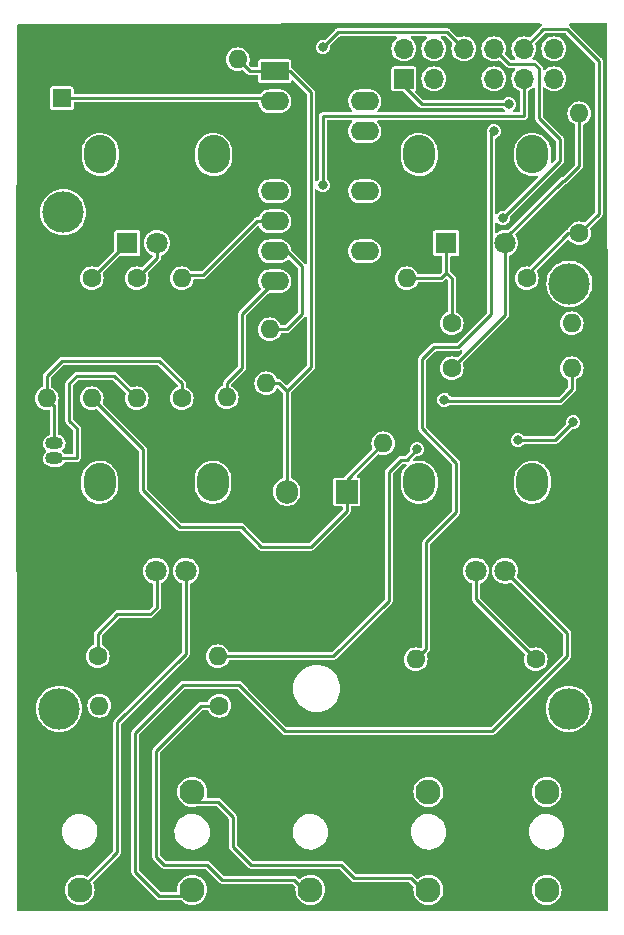
<source format=gbr>
%TF.GenerationSoftware,KiCad,Pcbnew,7.0.6*%
%TF.CreationDate,2023-10-15T17:56:32+01:00*%
%TF.ProjectId,DSP 1.1,44535020-312e-4312-9e6b-696361645f70,rev?*%
%TF.SameCoordinates,Original*%
%TF.FileFunction,Copper,L1,Top*%
%TF.FilePolarity,Positive*%
%FSLAX46Y46*%
G04 Gerber Fmt 4.6, Leading zero omitted, Abs format (unit mm)*
G04 Created by KiCad (PCBNEW 7.0.6) date 2023-10-15 17:56:32*
%MOMM*%
%LPD*%
G01*
G04 APERTURE LIST*
%TA.AperFunction,ComponentPad*%
%ADD10C,1.600000*%
%TD*%
%TA.AperFunction,ComponentPad*%
%ADD11O,1.600000X1.600000*%
%TD*%
%TA.AperFunction,ComponentPad*%
%ADD12R,1.700000X1.700000*%
%TD*%
%TA.AperFunction,ComponentPad*%
%ADD13O,1.700000X1.700000*%
%TD*%
%TA.AperFunction,ComponentPad*%
%ADD14R,1.930000X1.830000*%
%TD*%
%TA.AperFunction,ComponentPad*%
%ADD15C,2.130000*%
%TD*%
%TA.AperFunction,ComponentPad*%
%ADD16R,2.400000X1.600000*%
%TD*%
%TA.AperFunction,ComponentPad*%
%ADD17O,2.400000X1.600000*%
%TD*%
%TA.AperFunction,ComponentPad*%
%ADD18O,2.720000X3.240000*%
%TD*%
%TA.AperFunction,ComponentPad*%
%ADD19R,1.800000X1.800000*%
%TD*%
%TA.AperFunction,ComponentPad*%
%ADD20C,1.800000*%
%TD*%
%TA.AperFunction,ComponentPad*%
%ADD21R,1.600000X1.600000*%
%TD*%
%TA.AperFunction,ComponentPad*%
%ADD22C,3.500000*%
%TD*%
%TA.AperFunction,ComponentPad*%
%ADD23R,1.905000X2.000000*%
%TD*%
%TA.AperFunction,ComponentPad*%
%ADD24O,1.905000X2.000000*%
%TD*%
%TA.AperFunction,ComponentPad*%
%ADD25R,1.500000X1.050000*%
%TD*%
%TA.AperFunction,ComponentPad*%
%ADD26O,1.500000X1.050000*%
%TD*%
%TA.AperFunction,ViaPad*%
%ADD27C,0.800000*%
%TD*%
%TA.AperFunction,Conductor*%
%ADD28C,0.250000*%
%TD*%
G04 APERTURE END LIST*
D10*
%TO.P,C2,1*%
%TO.N,GND*%
X82851000Y-66357500D03*
D11*
%TO.P,C2,2*%
%TO.N,Net-(C2-Pad2)*%
X72851000Y-66357500D03*
%TD*%
D12*
%TO.P,Jpcb1,1,Pin_1*%
%TO.N,Line_raw*%
X84206000Y-45153500D03*
D13*
%TO.P,Jpcb1,2,Pin_2*%
%TO.N,Dry_raw*%
X84206000Y-42613500D03*
%TO.P,Jpcb1,3,Pin_3*%
%TO.N,RIGHT EURO*%
X86746000Y-45153500D03*
%TO.P,Jpcb1,4,Pin_4*%
%TO.N,LEFT EURO*%
X86746000Y-42613500D03*
%TO.P,Jpcb1,5,Pin_5*%
%TO.N,GND*%
X89286000Y-45153500D03*
%TO.P,Jpcb1,6,Pin_6*%
%TO.N,+5V*%
X89286000Y-42613500D03*
%TO.P,Jpcb1,7,Pin_7*%
%TO.N,wet1*%
X91826000Y-45153500D03*
%TO.P,Jpcb1,8,Pin_8*%
%TO.N,in1*%
X91826000Y-42613500D03*
%TO.P,Jpcb1,9,Pin_9*%
%TO.N,X0*%
X94366000Y-45153500D03*
%TO.P,Jpcb1,10,Pin_10*%
%TO.N,in buffed*%
X94366000Y-42613500D03*
%TO.P,Jpcb1,11,Pin_11*%
%TO.N,+12V*%
X96906000Y-45153500D03*
%TO.P,Jpcb1,12,Pin_12*%
%TO.N,unconnected-(Jpcb1-Pad12)*%
X96906000Y-42613500D03*
%TD*%
D10*
%TO.P,R5,1*%
%TO.N,Net-(R3-Pad2)*%
X88265000Y-65849500D03*
D11*
%TO.P,R5,2*%
%TO.N,Line_raw*%
X98425000Y-65849500D03*
%TD*%
D14*
%TO.P,feedback/wet1,S*%
%TO.N,GND*%
X66294000Y-102425500D03*
D15*
%TO.P,feedback/wet1,T*%
%TO.N,Net-(RV2-Pad3)*%
X66294000Y-113825500D03*
%TO.P,feedback/wet1,TN*%
%TO.N,LEFT EURO*%
X66294000Y-105525500D03*
%TD*%
D10*
%TO.P,R7,1*%
%TO.N,Net-(R7-Pad1)*%
X95377000Y-94297500D03*
D11*
%TO.P,R7,2*%
%TO.N,wet1*%
X85217000Y-94297500D03*
%TD*%
D10*
%TO.P,Rx3,1*%
%TO.N,Net-(RV3-Pad2)*%
X61595000Y-62039500D03*
D11*
%TO.P,Rx3,2*%
%TO.N,Net-(Q1-Pad2)*%
X61595000Y-72199500D03*
%TD*%
D16*
%TO.P,U4,1,VCC*%
%TO.N,+5V*%
X73279000Y-44513500D03*
D17*
%TO.P,U4,2,REF*%
%TO.N,Net-(C5-Pad1)*%
X73279000Y-47053500D03*
%TO.P,U4,3,AGND*%
%TO.N,GND*%
X73279000Y-49593500D03*
%TO.P,U4,4,DGND*%
X73279000Y-52133500D03*
%TO.P,U4,5,CLK_O*%
%TO.N,X0*%
X73279000Y-54673500D03*
%TO.P,U4,6,VCO*%
%TO.N,Net-(Rx1-Pad2)*%
X73279000Y-57213500D03*
%TO.P,U4,7,CC1*%
%TO.N,Net-(C2-Pad2)*%
X73279000Y-59753500D03*
%TO.P,U4,8,CC0*%
%TO.N,Net-(C1-Pad2)*%
X73279000Y-62293500D03*
%TO.P,U4,9,OP1-OUT*%
%TO.N,GND*%
X80899000Y-62293500D03*
%TO.P,U4,10,OP1-IN*%
%TO.N,unconnected-(U4-Pad10)*%
X80899000Y-59753500D03*
%TO.P,U4,11,OP2-IN*%
%TO.N,GND*%
X80899000Y-57213500D03*
%TO.P,U4,12,OP2-OUT*%
%TO.N,unconnected-(U4-Pad12)*%
X80899000Y-54673500D03*
%TO.P,U4,13,LPF2-IN*%
%TO.N,GND*%
X80899000Y-52133500D03*
%TO.P,U4,14,LPF2-OUT*%
%TO.N,unconnected-(U4-Pad14)*%
X80899000Y-49593500D03*
%TO.P,U4,15,LPF1-OUT*%
%TO.N,unconnected-(U4-Pad15)*%
X80899000Y-47053500D03*
%TO.P,U4,16,LPF1-IN*%
%TO.N,GND*%
X80899000Y-44513500D03*
%TD*%
D14*
%TO.P,In1,S*%
%TO.N,GND*%
X56764000Y-102425500D03*
D15*
%TO.P,In1,T*%
%TO.N,Net-(In1-PadT)*%
X56764000Y-113825500D03*
%TO.P,In1,TN*%
%TO.N,GND*%
X56764000Y-105525500D03*
%TD*%
D10*
%TO.P,Rx1,1*%
%TO.N,Net-(Q1-Pad3)*%
X65405000Y-72199500D03*
D11*
%TO.P,Rx1,2*%
%TO.N,Net-(Rx1-Pad2)*%
X65405000Y-62039500D03*
%TD*%
D10*
%TO.P,C7,1*%
%TO.N,GND*%
X82550000Y-70929500D03*
D11*
%TO.P,C7,2*%
%TO.N,+5V*%
X72550000Y-70929500D03*
%TD*%
D18*
%TO.P,RV4,*%
%TO.N,*%
X85499000Y-51559500D03*
X95099000Y-51559500D03*
D19*
%TO.P,RV4,1,1*%
%TO.N,Net-(R3-Pad2)*%
X87799000Y-59059500D03*
D20*
%TO.P,RV4,2,2*%
%TO.N,GND*%
X90299000Y-59059500D03*
%TO.P,RV4,3,3*%
%TO.N,Net-(R4-Pad2)*%
X92799000Y-59059500D03*
%TD*%
D10*
%TO.P,R6,1*%
%TO.N,Net-(R4-Pad2)*%
X88265000Y-69659500D03*
D11*
%TO.P,R6,2*%
%TO.N,Dry_raw*%
X98425000Y-69659500D03*
%TD*%
D10*
%TO.P,C1,1*%
%TO.N,GND*%
X69215000Y-62119500D03*
D11*
%TO.P,C1,2*%
%TO.N,Net-(C1-Pad2)*%
X69215000Y-72119500D03*
%TD*%
D14*
%TO.P,Left1,S*%
%TO.N,GND*%
X86294000Y-102425500D03*
D15*
%TO.P,Left1,T*%
%TO.N,LEFT EURO*%
X86294000Y-113825500D03*
%TO.P,Left1,TN*%
%TO.N,unconnected-(Left1-PadTN)*%
X86294000Y-105525500D03*
%TD*%
D10*
%TO.P,Rx5,1*%
%TO.N,Net-(RV3-Pad1)*%
X57785000Y-62039500D03*
D11*
%TO.P,Rx5,2*%
%TO.N,+12V*%
X57785000Y-72199500D03*
%TD*%
D18*
%TO.P,RV3,*%
%TO.N,*%
X58499000Y-51559500D03*
X68099000Y-51559500D03*
D19*
%TO.P,RV3,1,1*%
%TO.N,Net-(RV3-Pad1)*%
X60799000Y-59059500D03*
D20*
%TO.P,RV3,2,2*%
%TO.N,Net-(Rx3-Pad1)*%
X63299000Y-59059500D03*
%TO.P,RV3,3,3*%
%TO.N,GND*%
X65799000Y-59059500D03*
%TD*%
D10*
%TO.P,R1,1*%
%TO.N,Net-(R1-Pad1)*%
X58293000Y-94043500D03*
D11*
%TO.P,R1,2*%
%TO.N,in1*%
X68453000Y-94043500D03*
%TD*%
D21*
%TO.P,C5,1*%
%TO.N,Net-(C5-Pad1)*%
X55245000Y-46799500D03*
D10*
%TO.P,C5,2*%
%TO.N,GND*%
X55245000Y-44299500D03*
%TD*%
%TO.P,R3,1*%
%TO.N,in buffed*%
X94615000Y-62039500D03*
D11*
%TO.P,R3,2*%
%TO.N,Net-(R3-Pad2)*%
X84455000Y-62039500D03*
%TD*%
D10*
%TO.P,C4,1*%
%TO.N,GND*%
X60151000Y-43497500D03*
D11*
%TO.P,C4,2*%
%TO.N,+5V*%
X70151000Y-43497500D03*
%TD*%
D10*
%TO.P,C6,1*%
%TO.N,GND*%
X72470000Y-76009500D03*
D11*
%TO.P,C6,2*%
%TO.N,+12V*%
X82470000Y-76009500D03*
%TD*%
D22*
%TO.P,REF\u002A\u002A,1*%
%TO.N,N/C*%
X55016400Y-98488500D03*
%TD*%
D14*
%TO.P,Right1,S*%
%TO.N,GND*%
X96294000Y-102425500D03*
D15*
%TO.P,Right1,T*%
%TO.N,RIGHT EURO*%
X96294000Y-113825500D03*
%TO.P,Right1,TN*%
%TO.N,unconnected-(Right1-PadTN)*%
X96294000Y-105525500D03*
%TD*%
D18*
%TO.P,RV2,*%
%TO.N,*%
X85499000Y-79314500D03*
X95099000Y-79314500D03*
D19*
%TO.P,RV2,1,1*%
%TO.N,GND*%
X87799000Y-86814500D03*
D20*
%TO.P,RV2,2,2*%
%TO.N,Net-(R7-Pad1)*%
X90299000Y-86814500D03*
%TO.P,RV2,3,3*%
%TO.N,Net-(RV2-Pad3)*%
X92799000Y-86814500D03*
%TD*%
D22*
%TO.P,REF\u002A\u002A,1*%
%TO.N,N/C*%
X98171000Y-98488500D03*
%TD*%
D23*
%TO.P,U3,1,IN*%
%TO.N,+12V*%
X79375000Y-80114500D03*
D24*
%TO.P,U3,2,GND*%
%TO.N,GND*%
X76835000Y-80114500D03*
%TO.P,U3,3,OUT*%
%TO.N,+5V*%
X74295000Y-80114500D03*
%TD*%
D10*
%TO.P,Rx4,1*%
%TO.N,Net-(In2-PadT)*%
X68580000Y-98234500D03*
D11*
%TO.P,Rx4,2*%
%TO.N,Net-(Q1-Pad2)*%
X58420000Y-98234500D03*
%TD*%
D18*
%TO.P,RV1,*%
%TO.N,*%
X58446000Y-79314500D03*
X68046000Y-79314500D03*
D19*
%TO.P,RV1,1,1*%
%TO.N,GND*%
X60746000Y-86814500D03*
D20*
%TO.P,RV1,2,2*%
%TO.N,Net-(R1-Pad1)*%
X63246000Y-86814500D03*
%TO.P,RV1,3,3*%
%TO.N,Net-(In1-PadT)*%
X65746000Y-86814500D03*
%TD*%
D14*
%TO.P,In2,S*%
%TO.N,GND*%
X76294000Y-102425500D03*
D15*
%TO.P,In2,T*%
%TO.N,Net-(In2-PadT)*%
X76294000Y-113825500D03*
%TO.P,In2,TN*%
%TO.N,GND*%
X76294000Y-105525500D03*
%TD*%
D10*
%TO.P,Rx2,1*%
%TO.N,GND*%
X53975000Y-62039500D03*
D11*
%TO.P,Rx2,2*%
%TO.N,Net-(Q1-Pad3)*%
X53975000Y-72199500D03*
%TD*%
D22*
%TO.P,REF\u002A\u002A,1*%
%TO.N,N/C*%
X98221800Y-62496700D03*
%TD*%
%TO.P,REF\u002A\u002A,1*%
%TO.N,N/C*%
X55372000Y-56451500D03*
%TD*%
D10*
%TO.P,R4,1*%
%TO.N,in buffed*%
X99060000Y-58229500D03*
D11*
%TO.P,R4,2*%
%TO.N,Net-(R4-Pad2)*%
X99060000Y-48069500D03*
%TD*%
D25*
%TO.P,Q1,1,E*%
%TO.N,GND*%
X54610000Y-78549500D03*
D26*
%TO.P,Q1,2,B*%
%TO.N,Net-(Q1-Pad2)*%
X54610000Y-77279500D03*
%TO.P,Q1,3,C*%
%TO.N,Net-(Q1-Pad3)*%
X54610000Y-76009500D03*
%TD*%
D27*
%TO.N,in1*%
X85344000Y-76517500D03*
%TO.N,+12V*%
X93853000Y-75755500D03*
X98552000Y-74231500D03*
%TO.N,+5V*%
X77343000Y-42481500D03*
%TO.N,X0*%
X77343000Y-54165500D03*
%TO.N,Line_raw*%
X93091000Y-47307500D03*
%TO.N,Dry_raw*%
X87630000Y-72326500D03*
%TO.N,wet1*%
X91821000Y-49593500D03*
%TO.N,in1*%
X92583000Y-56959500D03*
%TD*%
D28*
%TO.N,Net-(R1-Pad1)*%
X62738000Y-90487500D02*
X59944000Y-90487500D01*
X59944000Y-90487500D02*
X58293000Y-92138500D01*
X63299000Y-89926500D02*
X62738000Y-90487500D01*
%TO.N,Net-(R3-Pad2)*%
X87333000Y-62039500D02*
X84455000Y-62039500D01*
X87799000Y-61573500D02*
X87333000Y-62039500D01*
%TO.N,Net-(R1-Pad1)*%
X58293000Y-92138500D02*
X58293000Y-94043500D01*
%TO.N,Net-(R3-Pad2)*%
X88265000Y-62039500D02*
X88265000Y-65849500D01*
X87799000Y-61573500D02*
X88265000Y-62039500D01*
%TO.N,Net-(R1-Pad1)*%
X63299000Y-86814500D02*
X63299000Y-89926500D01*
%TO.N,Net-(R7-Pad1)*%
X90299000Y-89219500D02*
X95377000Y-94297500D01*
%TO.N,Net-(R4-Pad2)*%
X92799000Y-58658500D02*
X92799000Y-65125500D01*
X97790000Y-53784500D02*
X97673000Y-53784500D01*
X92799000Y-65125500D02*
X88265000Y-69659500D01*
X99060000Y-48069500D02*
X99060000Y-52514500D01*
%TO.N,Net-(R7-Pad1)*%
X90299000Y-86814500D02*
X90299000Y-89219500D01*
%TO.N,Net-(R3-Pad2)*%
X87799000Y-58658500D02*
X87799000Y-61573500D01*
%TO.N,Net-(R4-Pad2)*%
X99060000Y-52514500D02*
X97790000Y-53784500D01*
X97673000Y-53784500D02*
X92799000Y-58658500D01*
%TO.N,Net-(Q1-Pad3)*%
X63500000Y-69024500D02*
X65405000Y-70929500D01*
%TO.N,Net-(In2-PadT)*%
X67056000Y-98234500D02*
X68580000Y-98234500D01*
%TO.N,Line_raw*%
X84206000Y-45153500D02*
X84206000Y-45788500D01*
%TO.N,Net-(In2-PadT)*%
X68834000Y-112966500D02*
X67564000Y-111696500D01*
%TO.N,Net-(Q1-Pad3)*%
X54610000Y-76009500D02*
X54610000Y-72834500D01*
%TO.N,Net-(RV3-Pad1)*%
X60799000Y-59025500D02*
X57785000Y-62039500D01*
%TO.N,Net-(Q1-Pad3)*%
X53975000Y-72199500D02*
X53975000Y-70294500D01*
X53975000Y-70294500D02*
X55245000Y-69024500D01*
%TO.N,Net-(In2-PadT)*%
X74932000Y-112966500D02*
X68834000Y-112966500D01*
X63246000Y-111061500D02*
X63246000Y-102044500D01*
%TO.N,Net-(RV3-Pad2)*%
X61595000Y-62039500D02*
X63299000Y-60335500D01*
%TO.N,Net-(Rx1-Pad2)*%
X67183000Y-61785500D02*
X65405000Y-61785500D01*
%TO.N,Net-(RV3-Pad1)*%
X60799000Y-58658500D02*
X60799000Y-59025500D01*
%TO.N,Net-(In2-PadT)*%
X63246000Y-102044500D02*
X67056000Y-98234500D01*
%TO.N,Net-(Q1-Pad2)*%
X56515000Y-77279500D02*
X54610000Y-77279500D01*
X61595000Y-72199500D02*
X59690000Y-70294500D01*
%TO.N,Net-(Rx1-Pad2)*%
X71755000Y-57213500D02*
X67183000Y-61785500D01*
X73279000Y-57213500D02*
X71755000Y-57213500D01*
%TO.N,X0*%
X94361000Y-48323500D02*
X77343000Y-48323500D01*
%TO.N,Net-(In2-PadT)*%
X63881000Y-111696500D02*
X63246000Y-111061500D01*
%TO.N,Net-(Q1-Pad3)*%
X55245000Y-69024500D02*
X63500000Y-69024500D01*
X54610000Y-72834500D02*
X53975000Y-72199500D01*
%TO.N,Net-(In2-PadT)*%
X67564000Y-111696500D02*
X63881000Y-111696500D01*
%TO.N,Net-(Q1-Pad2)*%
X55880000Y-74104500D02*
X56515000Y-74739500D01*
%TO.N,X0*%
X94366000Y-45153500D02*
X94366000Y-48318500D01*
%TO.N,Net-(Q1-Pad2)*%
X56515000Y-70294500D02*
X55880000Y-70929500D01*
X59690000Y-70294500D02*
X56515000Y-70294500D01*
%TO.N,Net-(Q1-Pad3)*%
X65405000Y-70929500D02*
X65405000Y-72199500D01*
%TO.N,Net-(Q1-Pad2)*%
X56515000Y-74739500D02*
X56515000Y-77279500D01*
%TO.N,Line_raw*%
X85725000Y-47307500D02*
X93091000Y-47307500D01*
%TO.N,X0*%
X94366000Y-48318500D02*
X94361000Y-48323500D01*
%TO.N,Line_raw*%
X84206000Y-45788500D02*
X85725000Y-47307500D01*
%TO.N,Net-(Q1-Pad2)*%
X55880000Y-70929500D02*
X55880000Y-74104500D01*
%TO.N,Net-(In2-PadT)*%
X76299000Y-114333500D02*
X74932000Y-112966500D01*
%TO.N,X0*%
X77343000Y-48323500D02*
X77343000Y-54165500D01*
%TO.N,Net-(RV3-Pad2)*%
X63299000Y-60335500D02*
X63299000Y-58658500D01*
%TO.N,wet1*%
X86106000Y-84391500D02*
X86106000Y-93408500D01*
X86106000Y-93408500D02*
X85217000Y-94297500D01*
%TO.N,Dry_raw*%
X87630000Y-72326500D02*
X87757000Y-72453500D01*
%TO.N,in1*%
X83947000Y-77406500D02*
X82931000Y-78422500D01*
X95631000Y-48450500D02*
X97409000Y-50228500D01*
%TO.N,wet1*%
X86741000Y-67881500D02*
X85725000Y-68897500D01*
X85725000Y-74739500D02*
X88646000Y-77660500D01*
X88646000Y-81851500D02*
X86106000Y-84391500D01*
X91574000Y-49840500D02*
X91574000Y-65080500D01*
%TO.N,Dry_raw*%
X98425000Y-71437500D02*
X98425000Y-69659500D01*
%TO.N,wet1*%
X88773000Y-67881500D02*
X86741000Y-67881500D01*
X85725000Y-68897500D02*
X85725000Y-74739500D01*
X91821000Y-49593500D02*
X91574000Y-49840500D01*
%TO.N,Dry_raw*%
X87757000Y-72453500D02*
X97409000Y-72453500D01*
%TO.N,wet1*%
X88646000Y-77660500D02*
X88646000Y-81851500D01*
X91574000Y-65080500D02*
X88773000Y-67881500D01*
%TO.N,in1*%
X78232000Y-94043500D02*
X68453000Y-94043500D01*
%TO.N,Dry_raw*%
X97409000Y-72453500D02*
X98425000Y-71437500D01*
%TO.N,in1*%
X85344000Y-76517500D02*
X84455000Y-77406500D01*
%TO.N,in buffed*%
X98044000Y-40957500D02*
X96022000Y-40957500D01*
%TO.N,Net-(RV2-Pad3)*%
X92799000Y-86814500D02*
X98044000Y-92059500D01*
%TO.N,in1*%
X97409000Y-52133500D02*
X92583000Y-56959500D01*
%TO.N,Net-(RV2-Pad3)*%
X91694000Y-100393500D02*
X98044000Y-94043500D01*
%TO.N,in1*%
X93091000Y-43878500D02*
X95250000Y-43878500D01*
X84455000Y-77406500D02*
X83947000Y-77406500D01*
X82931000Y-89344500D02*
X78232000Y-94043500D01*
%TO.N,in buffed*%
X100711000Y-56578500D02*
X99060000Y-58229500D01*
%TO.N,in1*%
X95631000Y-44259500D02*
X95631000Y-48450500D01*
%TO.N,in buffed*%
X98145600Y-58229500D02*
X99060000Y-58229500D01*
%TO.N,Net-(RV2-Pad3)*%
X65532000Y-96456500D02*
X70231000Y-96456500D01*
X70231000Y-96456500D02*
X74168000Y-100393500D01*
X66299000Y-114333500D02*
X63470000Y-114333500D01*
X61468000Y-112331500D02*
X61468000Y-100520500D01*
%TO.N,in1*%
X91826000Y-42613500D02*
X93091000Y-43878500D01*
%TO.N,Net-(RV2-Pad3)*%
X63470000Y-114333500D02*
X61468000Y-112331500D01*
%TO.N,in buffed*%
X100711000Y-43624500D02*
X100711000Y-56578500D01*
%TO.N,in1*%
X97409000Y-50228500D02*
X97409000Y-52133500D01*
X82931000Y-78422500D02*
X82931000Y-89344500D01*
X95250000Y-43878500D02*
X95631000Y-44259500D01*
%TO.N,Net-(RV2-Pad3)*%
X98044000Y-92059500D02*
X98044000Y-94043500D01*
X74168000Y-100393500D02*
X91694000Y-100393500D01*
X61468000Y-100520500D02*
X65532000Y-96456500D01*
%TO.N,in buffed*%
X98044000Y-40957500D02*
X100711000Y-43624500D01*
X94615000Y-62039500D02*
X94615000Y-61760100D01*
X94615000Y-61760100D02*
X98145600Y-58229500D01*
X96022000Y-40957500D02*
X94366000Y-42613500D01*
%TO.N,Net-(In1-PadT)*%
X59944000Y-99631500D02*
X59944000Y-110645500D01*
X65746000Y-86814500D02*
X65746000Y-93829500D01*
X65746000Y-93829500D02*
X59944000Y-99631500D01*
X59944000Y-110645500D02*
X56764000Y-113825500D01*
%TO.N,+5V*%
X78613000Y-41211500D02*
X77343000Y-42481500D01*
%TO.N,+12V*%
X79375000Y-81724500D02*
X76327000Y-84772500D01*
%TO.N,+5V*%
X74549000Y-44513500D02*
X73279000Y-44513500D01*
%TO.N,+12V*%
X72136000Y-84772500D02*
X70485000Y-83121500D01*
%TO.N,+5V*%
X71167000Y-44513500D02*
X70151000Y-43497500D01*
%TO.N,Net-(C2-Pad2)*%
X73279000Y-59753500D02*
X74295000Y-59753500D01*
%TO.N,+5V*%
X72550000Y-70929500D02*
X73619000Y-70929500D01*
X74295000Y-80114500D02*
X74295000Y-71605500D01*
X76327000Y-46291500D02*
X74549000Y-44513500D01*
%TO.N,+12V*%
X96906000Y-45153500D02*
X97028000Y-45275500D01*
X79375000Y-80114500D02*
X79375000Y-81724500D01*
X76327000Y-84772500D02*
X72136000Y-84772500D01*
%TO.N,Net-(C5-Pad1)*%
X55245000Y-46799500D02*
X73025000Y-46799500D01*
%TO.N,+12V*%
X65278000Y-83121500D02*
X62103000Y-79946500D01*
X79375000Y-79104500D02*
X82470000Y-76009500D01*
X97028000Y-45275500D02*
X97282000Y-45275500D01*
%TO.N,+5V*%
X73619000Y-70929500D02*
X74295000Y-71605500D01*
%TO.N,+12V*%
X70485000Y-83121500D02*
X65278000Y-83121500D01*
%TO.N,Net-(C5-Pad1)*%
X73025000Y-46799500D02*
X73279000Y-47053500D01*
%TO.N,+12V*%
X62103000Y-79946500D02*
X62103000Y-76517500D01*
%TO.N,+5V*%
X89286000Y-42613500D02*
X87884000Y-41211500D01*
X74295000Y-71605500D02*
X76327000Y-69573500D01*
X76327000Y-69573500D02*
X76327000Y-46291500D01*
X73279000Y-44513500D02*
X71167000Y-44513500D01*
%TO.N,Net-(C2-Pad2)*%
X74295000Y-59753500D02*
X75565000Y-61023500D01*
%TO.N,+12V*%
X98552000Y-74231500D02*
X97028000Y-75755500D01*
%TO.N,LEFT EURO*%
X69723000Y-107632500D02*
X68453000Y-106362500D01*
X80010000Y-112839500D02*
X78867000Y-111696500D01*
%TO.N,+12V*%
X97028000Y-75755500D02*
X93853000Y-75755500D01*
%TO.N,LEFT EURO*%
X78867000Y-111696500D02*
X71247000Y-111696500D01*
X68453000Y-106362500D02*
X66628000Y-106362500D01*
X71247000Y-111696500D02*
X69723000Y-110172500D01*
X66628000Y-106362500D02*
X66299000Y-106033500D01*
X86299000Y-114333500D02*
X84805000Y-112839500D01*
X84805000Y-112839500D02*
X80010000Y-112839500D01*
%TO.N,+12V*%
X79375000Y-80114500D02*
X79375000Y-79104500D01*
%TO.N,LEFT EURO*%
X69723000Y-110172500D02*
X69723000Y-107632500D01*
%TO.N,+12V*%
X62103000Y-76517500D02*
X57785000Y-72199500D01*
%TO.N,GND*%
X78740000Y-60134500D02*
X78740000Y-56959500D01*
X89535000Y-56959500D02*
X83820000Y-56959500D01*
X79502000Y-52133500D02*
X78740000Y-52895500D01*
X80010000Y-56324500D02*
X78740000Y-56324500D01*
X83820000Y-56959500D02*
X83566000Y-57213500D01*
X79756000Y-44513500D02*
X80899000Y-44513500D01*
X80899000Y-62293500D02*
X78740000Y-60134500D01*
X80899000Y-57213500D02*
X80010000Y-56324500D01*
%TO.N,+5V*%
X87884000Y-41211500D02*
X78613000Y-41211500D01*
%TO.N,GND*%
X78740000Y-56324500D02*
X78740000Y-56705500D01*
X78740000Y-56705500D02*
X78740000Y-56959500D01*
X90299000Y-57723500D02*
X89535000Y-56959500D01*
X83566000Y-57213500D02*
X80899000Y-57213500D01*
X80899000Y-62293500D02*
X80899000Y-64405500D01*
X87493000Y-86814500D02*
X87799000Y-86814500D01*
X80899000Y-64405500D02*
X82851000Y-66357500D01*
X90299000Y-58658500D02*
X90299000Y-57723500D01*
X78740000Y-52895500D02*
X78740000Y-56705500D01*
%TO.N,Net-(C2-Pad2)*%
X75565000Y-61023500D02*
X75565000Y-65087500D01*
%TO.N,GND*%
X73279000Y-52133500D02*
X72324000Y-52133500D01*
%TO.N,Net-(C1-Pad2)*%
X69215000Y-72119500D02*
X69215000Y-70929500D01*
%TO.N,GND*%
X80899000Y-52133500D02*
X79502000Y-52133500D01*
%TO.N,Net-(C1-Pad2)*%
X70485000Y-65087500D02*
X73279000Y-62293500D01*
X69215000Y-70929500D02*
X70485000Y-69659500D01*
%TO.N,Net-(C2-Pad2)*%
X74295000Y-66357500D02*
X72851000Y-66357500D01*
%TO.N,Net-(C1-Pad2)*%
X70485000Y-69659500D02*
X70485000Y-65087500D01*
%TO.N,Net-(C2-Pad2)*%
X75565000Y-65087500D02*
X74295000Y-66357500D01*
%TD*%
%TA.AperFunction,Conductor*%
%TO.N,GND*%
G36*
X101390526Y-40470075D02*
G01*
X101437087Y-40523671D01*
X101448540Y-40576119D01*
X101460554Y-78210044D01*
X101472322Y-115076535D01*
X101472460Y-115506960D01*
X101452480Y-115575087D01*
X101398839Y-115621597D01*
X101346460Y-115633000D01*
X51561415Y-115633000D01*
X51493294Y-115612998D01*
X51446801Y-115559342D01*
X51435415Y-115507086D01*
X51434273Y-113825500D01*
X55493666Y-113825500D01*
X55512965Y-114046090D01*
X55570276Y-114259977D01*
X55570280Y-114259987D01*
X55663854Y-114460661D01*
X55790868Y-114642055D01*
X55790871Y-114642059D01*
X55947440Y-114798628D01*
X55947444Y-114798631D01*
X55947445Y-114798632D01*
X56128833Y-114925642D01*
X56128838Y-114925644D01*
X56128838Y-114925645D01*
X56271843Y-114992328D01*
X56329520Y-115019223D01*
X56543409Y-115076535D01*
X56764000Y-115095834D01*
X56984591Y-115076535D01*
X57198480Y-115019223D01*
X57399167Y-114925642D01*
X57580555Y-114798632D01*
X57737132Y-114642055D01*
X57864142Y-114460667D01*
X57957723Y-114259980D01*
X58015035Y-114046091D01*
X58034334Y-113825500D01*
X58015035Y-113604909D01*
X57957723Y-113391020D01*
X57899947Y-113267119D01*
X57889287Y-113196929D01*
X57918267Y-113132117D01*
X57925035Y-113124789D01*
X58689518Y-112360306D01*
X61138736Y-112360306D01*
X61149203Y-112399372D01*
X61150393Y-112404740D01*
X61157412Y-112444547D01*
X61159505Y-112450296D01*
X61165866Y-112465652D01*
X61168445Y-112471183D01*
X61191634Y-112504300D01*
X61194587Y-112508936D01*
X61202068Y-112521893D01*
X61214806Y-112543955D01*
X61237661Y-112563133D01*
X61245787Y-112569951D01*
X61249829Y-112573655D01*
X63227844Y-114551670D01*
X63231548Y-114555712D01*
X63257545Y-114586694D01*
X63283777Y-114601839D01*
X63292558Y-114606909D01*
X63297196Y-114609863D01*
X63330316Y-114633054D01*
X63335870Y-114635644D01*
X63351181Y-114641985D01*
X63356949Y-114644085D01*
X63356955Y-114644088D01*
X63396782Y-114651110D01*
X63402114Y-114652292D01*
X63441193Y-114662764D01*
X63471986Y-114660070D01*
X63481482Y-114659240D01*
X63486974Y-114659000D01*
X65285623Y-114659000D01*
X65353744Y-114679002D01*
X65374713Y-114695900D01*
X65477445Y-114798632D01*
X65658833Y-114925642D01*
X65658838Y-114925644D01*
X65658838Y-114925645D01*
X65801843Y-114992328D01*
X65859520Y-115019223D01*
X66073409Y-115076535D01*
X66294000Y-115095834D01*
X66514591Y-115076535D01*
X66728480Y-115019223D01*
X66929167Y-114925642D01*
X67110555Y-114798632D01*
X67267132Y-114642055D01*
X67394142Y-114460667D01*
X67487723Y-114259980D01*
X67545035Y-114046091D01*
X67564334Y-113825500D01*
X67545035Y-113604909D01*
X67487723Y-113391020D01*
X67450877Y-113312002D01*
X67394145Y-113190338D01*
X67394142Y-113190335D01*
X67394142Y-113190333D01*
X67267132Y-113008945D01*
X67267131Y-113008944D01*
X67267128Y-113008940D01*
X67110559Y-112852371D01*
X67110555Y-112852368D01*
X67110554Y-112852368D01*
X66929167Y-112725358D01*
X66929161Y-112725355D01*
X66929161Y-112725354D01*
X66728487Y-112631780D01*
X66728483Y-112631778D01*
X66728480Y-112631777D01*
X66728478Y-112631776D01*
X66728477Y-112631776D01*
X66625170Y-112604095D01*
X66514591Y-112574465D01*
X66294000Y-112555166D01*
X66073409Y-112574465D01*
X65859522Y-112631776D01*
X65859512Y-112631780D01*
X65658838Y-112725354D01*
X65658838Y-112725355D01*
X65658835Y-112725357D01*
X65658833Y-112725358D01*
X65628801Y-112746387D01*
X65477444Y-112852368D01*
X65477440Y-112852371D01*
X65320871Y-113008940D01*
X65320868Y-113008944D01*
X65286758Y-113057659D01*
X65193858Y-113190333D01*
X65193857Y-113190335D01*
X65193855Y-113190338D01*
X65193854Y-113190338D01*
X65100280Y-113391012D01*
X65100277Y-113391020D01*
X65042965Y-113604909D01*
X65023667Y-113825499D01*
X65023666Y-113825505D01*
X65027648Y-113871018D01*
X65013660Y-113940623D01*
X64964261Y-113991615D01*
X64902128Y-114008000D01*
X63657016Y-114008000D01*
X63588895Y-113987998D01*
X63567921Y-113971095D01*
X61830405Y-112233578D01*
X61796379Y-112171266D01*
X61793500Y-112144483D01*
X61793500Y-111090308D01*
X62916736Y-111090308D01*
X62927203Y-111129372D01*
X62928393Y-111134740D01*
X62935412Y-111174547D01*
X62937505Y-111180296D01*
X62943866Y-111195652D01*
X62946445Y-111201183D01*
X62969634Y-111234300D01*
X62972587Y-111238936D01*
X62992806Y-111273955D01*
X63023787Y-111299951D01*
X63027829Y-111303655D01*
X63638839Y-111914665D01*
X63642548Y-111918712D01*
X63668545Y-111949694D01*
X63668547Y-111949695D01*
X63703558Y-111969909D01*
X63708196Y-111972863D01*
X63741316Y-111996054D01*
X63746870Y-111998644D01*
X63762181Y-112004985D01*
X63767949Y-112007085D01*
X63767955Y-112007088D01*
X63807782Y-112014110D01*
X63813114Y-112015292D01*
X63852193Y-112025764D01*
X63882986Y-112023070D01*
X63892482Y-112022240D01*
X63897974Y-112022000D01*
X67376984Y-112022000D01*
X67445105Y-112042002D01*
X67466078Y-112058904D01*
X68591849Y-113184676D01*
X68595554Y-113188719D01*
X68621544Y-113219693D01*
X68621546Y-113219695D01*
X68640958Y-113230902D01*
X68656566Y-113239913D01*
X68661183Y-113242854D01*
X68694316Y-113266054D01*
X68694320Y-113266055D01*
X68699876Y-113268646D01*
X68715182Y-113274986D01*
X68720949Y-113277085D01*
X68720955Y-113277088D01*
X68760784Y-113284110D01*
X68766131Y-113285296D01*
X68805193Y-113295763D01*
X68830539Y-113293545D01*
X68845470Y-113292240D01*
X68850962Y-113292000D01*
X74744984Y-113292000D01*
X74813105Y-113312002D01*
X74834079Y-113328905D01*
X75006818Y-113501644D01*
X75040844Y-113563956D01*
X75043244Y-113601720D01*
X75042965Y-113604908D01*
X75042965Y-113604909D01*
X75023666Y-113825500D01*
X75023667Y-113825505D01*
X75042965Y-114046090D01*
X75100276Y-114259977D01*
X75100280Y-114259987D01*
X75193854Y-114460661D01*
X75320868Y-114642055D01*
X75320871Y-114642059D01*
X75477440Y-114798628D01*
X75477444Y-114798631D01*
X75477445Y-114798632D01*
X75658833Y-114925642D01*
X75658838Y-114925644D01*
X75658838Y-114925645D01*
X75801843Y-114992328D01*
X75859520Y-115019223D01*
X76073409Y-115076535D01*
X76294000Y-115095834D01*
X76514591Y-115076535D01*
X76728480Y-115019223D01*
X76929167Y-114925642D01*
X77110555Y-114798632D01*
X77267132Y-114642055D01*
X77394142Y-114460667D01*
X77487723Y-114259980D01*
X77545035Y-114046091D01*
X77564334Y-113825500D01*
X77545035Y-113604909D01*
X77487723Y-113391020D01*
X77450877Y-113312002D01*
X77394145Y-113190338D01*
X77394142Y-113190335D01*
X77394142Y-113190333D01*
X77267132Y-113008945D01*
X77267131Y-113008944D01*
X77267128Y-113008940D01*
X77110559Y-112852371D01*
X77110555Y-112852368D01*
X77110554Y-112852368D01*
X76929167Y-112725358D01*
X76929161Y-112725355D01*
X76929161Y-112725354D01*
X76728487Y-112631780D01*
X76728483Y-112631778D01*
X76728480Y-112631777D01*
X76728478Y-112631776D01*
X76728477Y-112631776D01*
X76625170Y-112604095D01*
X76514591Y-112574465D01*
X76294000Y-112555166D01*
X76073409Y-112574465D01*
X75859522Y-112631776D01*
X75859512Y-112631780D01*
X75658838Y-112725354D01*
X75658838Y-112725355D01*
X75658835Y-112725357D01*
X75658833Y-112725358D01*
X75628801Y-112746387D01*
X75477444Y-112852368D01*
X75477442Y-112852369D01*
X75466907Y-112862904D01*
X75404593Y-112896924D01*
X75333777Y-112891855D01*
X75288723Y-112862897D01*
X75174165Y-112748339D01*
X75170450Y-112744286D01*
X75144454Y-112713305D01*
X75144451Y-112713303D01*
X75109435Y-112693086D01*
X75104800Y-112690133D01*
X75071683Y-112666945D01*
X75066152Y-112664366D01*
X75050796Y-112658005D01*
X75045047Y-112655912D01*
X75021174Y-112651702D01*
X75005234Y-112648891D01*
X74999872Y-112647703D01*
X74960808Y-112637236D01*
X74960805Y-112637236D01*
X74949127Y-112638257D01*
X74920524Y-112640760D01*
X74915040Y-112641000D01*
X69021017Y-112641000D01*
X68952896Y-112620998D01*
X68931922Y-112604095D01*
X68688133Y-112360306D01*
X67806154Y-111478328D01*
X67802450Y-111474286D01*
X67776454Y-111443305D01*
X67776451Y-111443303D01*
X67741435Y-111423086D01*
X67736800Y-111420133D01*
X67703683Y-111396945D01*
X67698152Y-111394366D01*
X67682796Y-111388005D01*
X67677047Y-111385912D01*
X67653174Y-111381702D01*
X67637234Y-111378891D01*
X67631872Y-111377703D01*
X67592808Y-111367236D01*
X67592805Y-111367236D01*
X67581127Y-111368257D01*
X67552524Y-111370760D01*
X67547040Y-111371000D01*
X64068016Y-111371000D01*
X63999895Y-111350998D01*
X63978921Y-111334095D01*
X63608405Y-110963579D01*
X63574379Y-110901267D01*
X63571500Y-110874484D01*
X63571500Y-108868730D01*
X64789307Y-108868730D01*
X64803507Y-109114979D01*
X64857731Y-109355591D01*
X64857733Y-109355597D01*
X64857734Y-109355599D01*
X64950532Y-109584134D01*
X65079411Y-109794445D01*
X65154393Y-109881006D01*
X65240904Y-109980878D01*
X65240913Y-109980887D01*
X65278710Y-110012266D01*
X65430687Y-110138439D01*
X65643650Y-110262885D01*
X65874079Y-110350877D01*
X66115785Y-110400053D01*
X66272644Y-110405805D01*
X66362274Y-110409092D01*
X66362274Y-110409091D01*
X66362278Y-110409092D01*
X66606936Y-110377750D01*
X66843191Y-110306870D01*
X67064697Y-110198356D01*
X67265505Y-110055121D01*
X67440223Y-109881012D01*
X67584158Y-109680705D01*
X67693445Y-109459579D01*
X67765149Y-109223574D01*
X67797344Y-108979026D01*
X67799141Y-108905500D01*
X67796118Y-108868726D01*
X67778931Y-108659675D01*
X67778930Y-108659674D01*
X67778930Y-108659671D01*
X67718841Y-108420445D01*
X67620486Y-108194244D01*
X67486508Y-107987145D01*
X67320504Y-107804710D01*
X67305338Y-107792733D01*
X67126932Y-107651836D01*
X67090736Y-107631855D01*
X66910992Y-107532631D01*
X66857482Y-107513682D01*
X66678483Y-107450294D01*
X66557063Y-107428666D01*
X66435646Y-107407039D01*
X66373986Y-107406285D01*
X66189010Y-107404025D01*
X66189002Y-107404025D01*
X65945196Y-107441333D01*
X65945189Y-107441334D01*
X65945187Y-107441335D01*
X65945183Y-107441336D01*
X65945184Y-107441336D01*
X65710741Y-107517963D01*
X65710724Y-107517970D01*
X65491952Y-107631855D01*
X65294695Y-107779959D01*
X65124289Y-107958279D01*
X65124286Y-107958283D01*
X64985286Y-108162050D01*
X64881435Y-108385778D01*
X64881434Y-108385781D01*
X64815521Y-108623457D01*
X64815519Y-108623466D01*
X64789307Y-108868730D01*
X63571500Y-108868730D01*
X63571500Y-106625642D01*
X63571500Y-105525500D01*
X65023666Y-105525500D01*
X65042965Y-105746090D01*
X65100276Y-105959977D01*
X65100280Y-105959987D01*
X65193854Y-106160661D01*
X65320868Y-106342055D01*
X65320871Y-106342059D01*
X65477440Y-106498628D01*
X65477444Y-106498631D01*
X65477445Y-106498632D01*
X65658833Y-106625642D01*
X65658838Y-106625644D01*
X65658838Y-106625645D01*
X65792561Y-106688000D01*
X65859520Y-106719223D01*
X66073409Y-106776535D01*
X66294000Y-106795834D01*
X66514591Y-106776535D01*
X66728480Y-106719223D01*
X66770123Y-106699804D01*
X66823372Y-106688000D01*
X68265984Y-106688000D01*
X68334105Y-106708002D01*
X68355079Y-106724905D01*
X69360595Y-107730421D01*
X69394621Y-107792733D01*
X69397500Y-107819516D01*
X69397500Y-110155539D01*
X69397260Y-110161032D01*
X69393736Y-110201304D01*
X69393736Y-110201306D01*
X69404203Y-110240372D01*
X69405393Y-110245740D01*
X69412412Y-110285547D01*
X69414505Y-110291296D01*
X69420866Y-110306652D01*
X69423445Y-110312183D01*
X69446634Y-110345300D01*
X69449587Y-110349936D01*
X69465646Y-110377750D01*
X69469806Y-110384955D01*
X69498571Y-110409092D01*
X69500787Y-110410951D01*
X69504829Y-110414655D01*
X71004849Y-111914676D01*
X71008554Y-111918719D01*
X71034544Y-111949693D01*
X71034546Y-111949695D01*
X71069561Y-111969910D01*
X71074198Y-111972864D01*
X71107316Y-111996053D01*
X71112876Y-111998646D01*
X71128196Y-112004992D01*
X71133955Y-112007088D01*
X71173779Y-112014110D01*
X71179126Y-112015294D01*
X71218193Y-112025763D01*
X71249012Y-112023066D01*
X71258470Y-112022240D01*
X71263962Y-112022000D01*
X78679984Y-112022000D01*
X78748105Y-112042002D01*
X78769078Y-112058905D01*
X79767844Y-113057670D01*
X79771548Y-113061712D01*
X79797545Y-113092694D01*
X79823777Y-113107839D01*
X79832558Y-113112909D01*
X79837196Y-113115863D01*
X79870316Y-113139054D01*
X79875870Y-113141644D01*
X79891181Y-113147985D01*
X79896949Y-113150085D01*
X79896955Y-113150088D01*
X79936784Y-113157110D01*
X79942131Y-113158296D01*
X79981193Y-113168763D01*
X80006539Y-113166545D01*
X80021470Y-113165240D01*
X80026962Y-113165000D01*
X84617984Y-113165000D01*
X84686105Y-113185002D01*
X84707079Y-113201905D01*
X85006818Y-113501644D01*
X85040844Y-113563956D01*
X85043244Y-113601720D01*
X85042965Y-113604908D01*
X85042965Y-113604909D01*
X85023666Y-113825500D01*
X85023667Y-113825505D01*
X85042965Y-114046090D01*
X85100276Y-114259977D01*
X85100280Y-114259987D01*
X85193854Y-114460661D01*
X85320868Y-114642055D01*
X85320871Y-114642059D01*
X85477440Y-114798628D01*
X85477444Y-114798631D01*
X85477445Y-114798632D01*
X85658833Y-114925642D01*
X85658838Y-114925644D01*
X85658838Y-114925645D01*
X85801843Y-114992328D01*
X85859520Y-115019223D01*
X86073409Y-115076535D01*
X86294000Y-115095834D01*
X86514591Y-115076535D01*
X86728480Y-115019223D01*
X86929167Y-114925642D01*
X87110555Y-114798632D01*
X87267132Y-114642055D01*
X87394142Y-114460667D01*
X87487723Y-114259980D01*
X87545035Y-114046091D01*
X87564334Y-113825500D01*
X95023666Y-113825500D01*
X95042965Y-114046090D01*
X95100276Y-114259977D01*
X95100280Y-114259987D01*
X95193854Y-114460661D01*
X95320868Y-114642055D01*
X95320871Y-114642059D01*
X95477440Y-114798628D01*
X95477444Y-114798631D01*
X95477445Y-114798632D01*
X95658833Y-114925642D01*
X95658838Y-114925644D01*
X95658838Y-114925645D01*
X95801843Y-114992328D01*
X95859520Y-115019223D01*
X96073409Y-115076535D01*
X96294000Y-115095834D01*
X96514591Y-115076535D01*
X96728480Y-115019223D01*
X96929167Y-114925642D01*
X97110555Y-114798632D01*
X97267132Y-114642055D01*
X97394142Y-114460667D01*
X97487723Y-114259980D01*
X97545035Y-114046091D01*
X97564334Y-113825500D01*
X97545035Y-113604909D01*
X97487723Y-113391020D01*
X97450877Y-113312002D01*
X97394145Y-113190338D01*
X97394142Y-113190335D01*
X97394142Y-113190333D01*
X97267132Y-113008945D01*
X97267131Y-113008944D01*
X97267128Y-113008940D01*
X97110559Y-112852371D01*
X97110555Y-112852368D01*
X97110554Y-112852368D01*
X96929167Y-112725358D01*
X96929161Y-112725355D01*
X96929161Y-112725354D01*
X96728487Y-112631780D01*
X96728483Y-112631778D01*
X96728480Y-112631777D01*
X96728478Y-112631776D01*
X96728477Y-112631776D01*
X96625170Y-112604095D01*
X96514591Y-112574465D01*
X96294000Y-112555166D01*
X96073409Y-112574465D01*
X95859522Y-112631776D01*
X95859512Y-112631780D01*
X95658838Y-112725354D01*
X95658838Y-112725355D01*
X95658835Y-112725357D01*
X95658833Y-112725358D01*
X95628801Y-112746387D01*
X95477444Y-112852368D01*
X95477440Y-112852371D01*
X95320871Y-113008940D01*
X95320868Y-113008944D01*
X95286758Y-113057659D01*
X95193858Y-113190333D01*
X95193857Y-113190335D01*
X95193855Y-113190338D01*
X95193854Y-113190338D01*
X95100280Y-113391012D01*
X95100276Y-113391022D01*
X95042965Y-113604909D01*
X95023666Y-113825500D01*
X87564334Y-113825500D01*
X87545035Y-113604909D01*
X87487723Y-113391020D01*
X87450877Y-113312002D01*
X87394145Y-113190338D01*
X87394142Y-113190335D01*
X87394142Y-113190333D01*
X87267132Y-113008945D01*
X87267131Y-113008944D01*
X87267128Y-113008940D01*
X87110559Y-112852371D01*
X87110555Y-112852368D01*
X87110554Y-112852368D01*
X86929167Y-112725358D01*
X86929161Y-112725355D01*
X86929161Y-112725354D01*
X86728487Y-112631780D01*
X86728483Y-112631778D01*
X86728480Y-112631777D01*
X86728478Y-112631776D01*
X86728477Y-112631776D01*
X86625170Y-112604095D01*
X86514591Y-112574465D01*
X86294000Y-112555166D01*
X86073409Y-112574465D01*
X85859522Y-112631776D01*
X85859512Y-112631780D01*
X85658838Y-112725354D01*
X85658838Y-112725355D01*
X85658835Y-112725357D01*
X85658833Y-112725358D01*
X85628801Y-112746387D01*
X85477444Y-112852368D01*
X85477442Y-112852369D01*
X85466907Y-112862904D01*
X85404593Y-112896924D01*
X85333777Y-112891855D01*
X85288723Y-112862897D01*
X85047165Y-112621339D01*
X85043450Y-112617286D01*
X85017455Y-112586306D01*
X85017454Y-112586305D01*
X85017451Y-112586303D01*
X84982435Y-112566086D01*
X84977800Y-112563133D01*
X84944683Y-112539945D01*
X84939152Y-112537366D01*
X84923796Y-112531005D01*
X84918047Y-112528912D01*
X84894174Y-112524702D01*
X84878234Y-112521891D01*
X84872872Y-112520703D01*
X84833808Y-112510236D01*
X84833805Y-112510236D01*
X84822127Y-112511257D01*
X84793524Y-112513760D01*
X84788040Y-112514000D01*
X80197016Y-112514000D01*
X80128895Y-112493998D01*
X80107921Y-112477095D01*
X79109165Y-111478339D01*
X79105450Y-111474286D01*
X79079454Y-111443305D01*
X79079451Y-111443303D01*
X79044435Y-111423086D01*
X79039800Y-111420133D01*
X79006683Y-111396945D01*
X79001152Y-111394366D01*
X78985796Y-111388005D01*
X78980047Y-111385912D01*
X78956174Y-111381702D01*
X78940234Y-111378891D01*
X78934872Y-111377703D01*
X78895808Y-111367236D01*
X78895805Y-111367236D01*
X78884127Y-111368257D01*
X78855524Y-111370760D01*
X78850040Y-111371000D01*
X71434017Y-111371000D01*
X71365896Y-111350998D01*
X71344922Y-111334095D01*
X70085405Y-110074578D01*
X70051379Y-110012266D01*
X70048500Y-109985483D01*
X70048500Y-108868730D01*
X74789307Y-108868730D01*
X74803507Y-109114979D01*
X74857731Y-109355591D01*
X74857733Y-109355597D01*
X74857734Y-109355599D01*
X74950532Y-109584134D01*
X75079411Y-109794445D01*
X75154393Y-109881006D01*
X75240904Y-109980878D01*
X75240913Y-109980887D01*
X75278710Y-110012266D01*
X75430687Y-110138439D01*
X75643650Y-110262885D01*
X75874079Y-110350877D01*
X76115785Y-110400053D01*
X76272644Y-110405805D01*
X76362274Y-110409092D01*
X76362274Y-110409091D01*
X76362278Y-110409092D01*
X76606936Y-110377750D01*
X76843191Y-110306870D01*
X77064697Y-110198356D01*
X77265505Y-110055121D01*
X77440223Y-109881012D01*
X77584158Y-109680705D01*
X77693445Y-109459579D01*
X77765149Y-109223574D01*
X77797344Y-108979026D01*
X77799141Y-108905500D01*
X77796118Y-108868730D01*
X84789307Y-108868730D01*
X84803507Y-109114979D01*
X84857731Y-109355591D01*
X84857733Y-109355597D01*
X84857734Y-109355599D01*
X84950532Y-109584134D01*
X85079411Y-109794445D01*
X85154393Y-109881006D01*
X85240904Y-109980878D01*
X85240913Y-109980887D01*
X85278710Y-110012266D01*
X85430687Y-110138439D01*
X85643650Y-110262885D01*
X85874079Y-110350877D01*
X86115785Y-110400053D01*
X86272644Y-110405805D01*
X86362274Y-110409092D01*
X86362274Y-110409091D01*
X86362278Y-110409092D01*
X86606936Y-110377750D01*
X86843191Y-110306870D01*
X87064697Y-110198356D01*
X87265505Y-110055121D01*
X87440223Y-109881012D01*
X87584158Y-109680705D01*
X87693445Y-109459579D01*
X87765149Y-109223574D01*
X87797344Y-108979026D01*
X87799141Y-108905500D01*
X87796118Y-108868730D01*
X94789307Y-108868730D01*
X94803507Y-109114979D01*
X94857731Y-109355591D01*
X94857733Y-109355597D01*
X94857734Y-109355599D01*
X94950532Y-109584134D01*
X95079411Y-109794445D01*
X95154393Y-109881006D01*
X95240904Y-109980878D01*
X95240913Y-109980887D01*
X95278710Y-110012266D01*
X95430687Y-110138439D01*
X95643650Y-110262885D01*
X95874079Y-110350877D01*
X96115785Y-110400053D01*
X96272644Y-110405805D01*
X96362274Y-110409092D01*
X96362274Y-110409091D01*
X96362278Y-110409092D01*
X96606936Y-110377750D01*
X96843191Y-110306870D01*
X97064697Y-110198356D01*
X97265505Y-110055121D01*
X97440223Y-109881012D01*
X97584158Y-109680705D01*
X97693445Y-109459579D01*
X97765149Y-109223574D01*
X97797344Y-108979026D01*
X97799141Y-108905500D01*
X97796118Y-108868726D01*
X97778931Y-108659675D01*
X97778930Y-108659674D01*
X97778930Y-108659671D01*
X97718841Y-108420445D01*
X97620486Y-108194244D01*
X97486508Y-107987145D01*
X97320504Y-107804710D01*
X97305338Y-107792733D01*
X97126932Y-107651836D01*
X97090736Y-107631855D01*
X96910992Y-107532631D01*
X96857482Y-107513682D01*
X96678483Y-107450294D01*
X96557064Y-107428666D01*
X96435646Y-107407039D01*
X96373986Y-107406285D01*
X96189010Y-107404025D01*
X96189002Y-107404025D01*
X95945196Y-107441333D01*
X95945189Y-107441334D01*
X95945187Y-107441335D01*
X95945183Y-107441336D01*
X95945184Y-107441336D01*
X95710741Y-107517963D01*
X95710724Y-107517970D01*
X95491952Y-107631855D01*
X95294695Y-107779959D01*
X95124289Y-107958279D01*
X95124286Y-107958283D01*
X94985286Y-108162050D01*
X94881435Y-108385778D01*
X94881434Y-108385781D01*
X94815521Y-108623457D01*
X94815519Y-108623466D01*
X94789307Y-108868730D01*
X87796118Y-108868730D01*
X87796118Y-108868726D01*
X87778931Y-108659675D01*
X87778930Y-108659674D01*
X87778930Y-108659671D01*
X87718841Y-108420445D01*
X87620486Y-108194244D01*
X87486508Y-107987145D01*
X87320504Y-107804710D01*
X87305338Y-107792733D01*
X87126932Y-107651836D01*
X87090736Y-107631855D01*
X86910992Y-107532631D01*
X86857482Y-107513682D01*
X86678483Y-107450294D01*
X86557063Y-107428666D01*
X86435646Y-107407039D01*
X86373986Y-107406285D01*
X86189010Y-107404025D01*
X86189002Y-107404025D01*
X85945196Y-107441333D01*
X85945189Y-107441334D01*
X85945187Y-107441335D01*
X85945183Y-107441336D01*
X85945184Y-107441336D01*
X85710741Y-107517963D01*
X85710724Y-107517970D01*
X85491952Y-107631855D01*
X85294695Y-107779959D01*
X85124289Y-107958279D01*
X85124286Y-107958283D01*
X84985286Y-108162050D01*
X84881435Y-108385778D01*
X84881434Y-108385781D01*
X84815521Y-108623457D01*
X84815519Y-108623466D01*
X84789307Y-108868730D01*
X77796118Y-108868730D01*
X77796118Y-108868726D01*
X77778931Y-108659675D01*
X77778930Y-108659674D01*
X77778930Y-108659671D01*
X77718841Y-108420445D01*
X77620486Y-108194244D01*
X77486508Y-107987145D01*
X77320504Y-107804710D01*
X77305338Y-107792733D01*
X77126932Y-107651836D01*
X77090736Y-107631855D01*
X76910992Y-107532631D01*
X76857482Y-107513682D01*
X76678483Y-107450294D01*
X76557064Y-107428666D01*
X76435646Y-107407039D01*
X76373986Y-107406285D01*
X76189010Y-107404025D01*
X76189002Y-107404025D01*
X75945196Y-107441333D01*
X75945189Y-107441334D01*
X75945187Y-107441335D01*
X75945183Y-107441336D01*
X75945184Y-107441336D01*
X75710741Y-107517963D01*
X75710724Y-107517970D01*
X75491952Y-107631855D01*
X75294695Y-107779959D01*
X75124289Y-107958279D01*
X75124286Y-107958283D01*
X74985286Y-108162050D01*
X74881435Y-108385778D01*
X74881434Y-108385781D01*
X74815521Y-108623457D01*
X74815519Y-108623466D01*
X74789307Y-108868730D01*
X70048500Y-108868730D01*
X70048500Y-107649461D01*
X70048740Y-107643969D01*
X70049867Y-107631077D01*
X70052263Y-107603693D01*
X70041796Y-107564631D01*
X70040610Y-107559284D01*
X70033588Y-107519455D01*
X70033585Y-107519449D01*
X70031486Y-107513682D01*
X70025146Y-107498376D01*
X70022555Y-107492820D01*
X70022554Y-107492816D01*
X69999354Y-107459683D01*
X69996410Y-107455061D01*
X69988485Y-107441335D01*
X69976194Y-107420045D01*
X69945215Y-107394050D01*
X69941175Y-107390348D01*
X68695154Y-106144328D01*
X68691450Y-106140286D01*
X68665454Y-106109305D01*
X68665451Y-106109303D01*
X68630435Y-106089086D01*
X68625800Y-106086133D01*
X68592683Y-106062945D01*
X68587152Y-106060366D01*
X68571796Y-106054005D01*
X68566047Y-106051912D01*
X68542174Y-106047702D01*
X68526234Y-106044891D01*
X68520872Y-106043703D01*
X68481808Y-106033236D01*
X68481805Y-106033236D01*
X68470127Y-106034257D01*
X68441524Y-106036760D01*
X68436040Y-106037000D01*
X67631292Y-106037000D01*
X67563171Y-106016998D01*
X67516678Y-105963342D01*
X67506574Y-105893068D01*
X67509585Y-105878389D01*
X67545035Y-105746091D01*
X67564334Y-105525500D01*
X85023666Y-105525500D01*
X85042965Y-105746090D01*
X85100276Y-105959977D01*
X85100280Y-105959987D01*
X85193854Y-106160661D01*
X85320868Y-106342055D01*
X85320871Y-106342059D01*
X85477440Y-106498628D01*
X85477444Y-106498631D01*
X85477445Y-106498632D01*
X85658833Y-106625642D01*
X85658838Y-106625644D01*
X85658838Y-106625645D01*
X85792561Y-106688000D01*
X85859520Y-106719223D01*
X86073409Y-106776535D01*
X86294000Y-106795834D01*
X86514591Y-106776535D01*
X86728480Y-106719223D01*
X86929167Y-106625642D01*
X87110555Y-106498632D01*
X87267132Y-106342055D01*
X87394142Y-106160667D01*
X87487723Y-105959980D01*
X87545035Y-105746091D01*
X87564334Y-105525500D01*
X95023666Y-105525500D01*
X95042965Y-105746090D01*
X95100276Y-105959977D01*
X95100280Y-105959987D01*
X95193854Y-106160661D01*
X95320868Y-106342055D01*
X95320871Y-106342059D01*
X95477440Y-106498628D01*
X95477444Y-106498631D01*
X95477445Y-106498632D01*
X95658833Y-106625642D01*
X95658838Y-106625644D01*
X95658838Y-106625645D01*
X95792561Y-106688000D01*
X95859520Y-106719223D01*
X96073409Y-106776535D01*
X96294000Y-106795834D01*
X96514591Y-106776535D01*
X96728480Y-106719223D01*
X96929167Y-106625642D01*
X97110555Y-106498632D01*
X97267132Y-106342055D01*
X97394142Y-106160667D01*
X97487723Y-105959980D01*
X97545035Y-105746091D01*
X97564334Y-105525500D01*
X97545035Y-105304909D01*
X97487723Y-105091020D01*
X97460828Y-105033343D01*
X97394145Y-104890338D01*
X97394142Y-104890335D01*
X97394142Y-104890333D01*
X97267132Y-104708945D01*
X97267131Y-104708944D01*
X97267128Y-104708940D01*
X97110559Y-104552371D01*
X97110555Y-104552368D01*
X97110554Y-104552368D01*
X96929167Y-104425358D01*
X96929161Y-104425355D01*
X96929161Y-104425354D01*
X96728487Y-104331780D01*
X96728483Y-104331778D01*
X96728480Y-104331777D01*
X96728478Y-104331776D01*
X96728477Y-104331776D01*
X96638080Y-104307554D01*
X96514591Y-104274465D01*
X96294000Y-104255166D01*
X96073409Y-104274465D01*
X95859522Y-104331776D01*
X95859512Y-104331780D01*
X95658838Y-104425354D01*
X95658838Y-104425355D01*
X95658835Y-104425357D01*
X95658833Y-104425358D01*
X95583177Y-104478333D01*
X95477444Y-104552368D01*
X95477440Y-104552371D01*
X95320871Y-104708940D01*
X95320868Y-104708944D01*
X95246833Y-104814677D01*
X95193858Y-104890333D01*
X95193857Y-104890335D01*
X95193855Y-104890338D01*
X95193854Y-104890338D01*
X95100280Y-105091012D01*
X95100276Y-105091022D01*
X95042965Y-105304909D01*
X95023666Y-105525500D01*
X87564334Y-105525500D01*
X87545035Y-105304909D01*
X87487723Y-105091020D01*
X87460828Y-105033343D01*
X87394145Y-104890338D01*
X87394142Y-104890335D01*
X87394142Y-104890333D01*
X87267132Y-104708945D01*
X87267131Y-104708944D01*
X87267128Y-104708940D01*
X87110559Y-104552371D01*
X87110555Y-104552368D01*
X87110554Y-104552368D01*
X86929167Y-104425358D01*
X86929161Y-104425355D01*
X86929161Y-104425354D01*
X86728487Y-104331780D01*
X86728483Y-104331778D01*
X86728480Y-104331777D01*
X86728478Y-104331776D01*
X86728477Y-104331776D01*
X86638080Y-104307554D01*
X86514591Y-104274465D01*
X86294000Y-104255166D01*
X86073409Y-104274465D01*
X85859522Y-104331776D01*
X85859512Y-104331780D01*
X85658838Y-104425354D01*
X85658838Y-104425355D01*
X85658835Y-104425357D01*
X85658833Y-104425358D01*
X85583177Y-104478333D01*
X85477444Y-104552368D01*
X85477440Y-104552371D01*
X85320871Y-104708940D01*
X85320868Y-104708944D01*
X85246833Y-104814677D01*
X85193858Y-104890333D01*
X85193857Y-104890335D01*
X85193855Y-104890338D01*
X85193854Y-104890338D01*
X85100280Y-105091012D01*
X85100276Y-105091022D01*
X85042965Y-105304909D01*
X85023666Y-105525500D01*
X67564334Y-105525500D01*
X67545035Y-105304909D01*
X67487723Y-105091020D01*
X67460828Y-105033343D01*
X67394145Y-104890338D01*
X67394142Y-104890335D01*
X67394142Y-104890333D01*
X67267132Y-104708945D01*
X67267131Y-104708944D01*
X67267128Y-104708940D01*
X67110559Y-104552371D01*
X67110555Y-104552368D01*
X67110554Y-104552367D01*
X66929167Y-104425358D01*
X66929161Y-104425355D01*
X66929161Y-104425354D01*
X66728487Y-104331780D01*
X66728483Y-104331778D01*
X66728480Y-104331777D01*
X66728478Y-104331776D01*
X66728477Y-104331776D01*
X66638080Y-104307554D01*
X66514591Y-104274465D01*
X66294000Y-104255166D01*
X66073409Y-104274465D01*
X65859522Y-104331776D01*
X65859512Y-104331780D01*
X65658838Y-104425354D01*
X65658838Y-104425355D01*
X65658835Y-104425357D01*
X65658833Y-104425358D01*
X65583177Y-104478333D01*
X65477444Y-104552368D01*
X65477440Y-104552371D01*
X65320871Y-104708940D01*
X65320868Y-104708944D01*
X65246833Y-104814677D01*
X65193858Y-104890333D01*
X65193857Y-104890335D01*
X65193855Y-104890338D01*
X65193854Y-104890338D01*
X65100280Y-105091012D01*
X65100276Y-105091022D01*
X65042965Y-105304909D01*
X65023666Y-105525500D01*
X63571500Y-105525500D01*
X63571500Y-102231511D01*
X63591501Y-102163394D01*
X63608399Y-102142425D01*
X67153920Y-98596905D01*
X67216233Y-98562879D01*
X67243016Y-98560000D01*
X67544007Y-98560000D01*
X67612128Y-98580002D01*
X67655129Y-98626604D01*
X67744090Y-98793038D01*
X67869117Y-98945383D01*
X68021462Y-99070410D01*
X68195273Y-99163314D01*
X68383868Y-99220524D01*
X68383872Y-99220524D01*
X68383874Y-99220525D01*
X68579997Y-99239841D01*
X68580000Y-99239841D01*
X68580003Y-99239841D01*
X68776124Y-99220525D01*
X68776126Y-99220525D01*
X68776127Y-99220524D01*
X68776132Y-99220524D01*
X68964727Y-99163314D01*
X69138538Y-99070410D01*
X69290883Y-98945383D01*
X69415910Y-98793038D01*
X69508814Y-98619227D01*
X69566024Y-98430632D01*
X69566025Y-98430624D01*
X69585341Y-98234503D01*
X69585341Y-98234496D01*
X69566025Y-98038375D01*
X69566025Y-98038373D01*
X69566024Y-98038370D01*
X69566024Y-98038368D01*
X69508814Y-97849773D01*
X69415910Y-97675962D01*
X69290883Y-97523617D01*
X69138538Y-97398590D01*
X69028075Y-97339546D01*
X68964728Y-97305686D01*
X68776125Y-97248474D01*
X68580003Y-97229159D01*
X68579997Y-97229159D01*
X68383875Y-97248474D01*
X68383873Y-97248474D01*
X68195271Y-97305686D01*
X68021461Y-97398590D01*
X67869117Y-97523617D01*
X67744090Y-97675961D01*
X67655129Y-97842396D01*
X67605377Y-97893044D01*
X67544007Y-97909000D01*
X67072960Y-97909000D01*
X67067475Y-97908760D01*
X67038872Y-97906257D01*
X67027195Y-97905236D01*
X67027192Y-97905236D01*
X66988126Y-97915703D01*
X66982761Y-97916892D01*
X66942952Y-97923912D01*
X66937235Y-97925993D01*
X66921832Y-97932373D01*
X66916316Y-97934945D01*
X66883191Y-97958138D01*
X66878558Y-97961089D01*
X66843547Y-97981304D01*
X66843545Y-97981305D01*
X66817547Y-98012287D01*
X66813834Y-98016339D01*
X63027843Y-101802329D01*
X63023792Y-101806042D01*
X62992806Y-101832044D01*
X62992804Y-101832047D01*
X62972589Y-101867058D01*
X62969638Y-101871691D01*
X62946445Y-101904816D01*
X62943873Y-101910332D01*
X62937493Y-101925735D01*
X62935412Y-101931452D01*
X62928392Y-101971261D01*
X62927203Y-101976625D01*
X62916736Y-102015691D01*
X62916736Y-102015692D01*
X62920259Y-102055975D01*
X62920499Y-102061466D01*
X62920499Y-111044531D01*
X62920259Y-111050023D01*
X62916736Y-111090306D01*
X62916736Y-111090308D01*
X61793500Y-111090308D01*
X61793500Y-100707516D01*
X61813502Y-100639395D01*
X61830405Y-100618421D01*
X65629921Y-96818905D01*
X65692233Y-96784879D01*
X65719016Y-96782000D01*
X70043984Y-96782000D01*
X70112105Y-96802002D01*
X70133078Y-96818904D01*
X73925844Y-100611670D01*
X73929547Y-100615711D01*
X73955545Y-100646694D01*
X73970496Y-100655326D01*
X73990558Y-100666909D01*
X73995196Y-100669863D01*
X74028316Y-100693054D01*
X74033870Y-100695644D01*
X74049181Y-100701985D01*
X74054949Y-100704085D01*
X74054955Y-100704088D01*
X74094782Y-100711110D01*
X74100114Y-100712292D01*
X74139193Y-100722764D01*
X74169986Y-100720070D01*
X74179482Y-100719240D01*
X74184974Y-100719000D01*
X91677040Y-100719000D01*
X91682525Y-100719239D01*
X91722807Y-100722764D01*
X91722815Y-100722762D01*
X91735958Y-100719240D01*
X91761870Y-100712296D01*
X91767231Y-100711107D01*
X91807045Y-100704088D01*
X91807047Y-100704086D01*
X91812838Y-100701979D01*
X91828101Y-100695657D01*
X91833681Y-100693055D01*
X91833681Y-100693054D01*
X91833684Y-100693054D01*
X91866817Y-100669852D01*
X91871428Y-100666915D01*
X91906455Y-100646694D01*
X91932453Y-100615709D01*
X91936146Y-100611678D01*
X94059324Y-98488500D01*
X96215518Y-98488500D01*
X96235421Y-98766790D01*
X96294728Y-99039421D01*
X96392231Y-99300836D01*
X96392232Y-99300840D01*
X96511058Y-99518452D01*
X96525944Y-99545713D01*
X96691092Y-99766326D01*
X96693146Y-99769069D01*
X96693154Y-99769078D01*
X96890421Y-99966345D01*
X96890430Y-99966353D01*
X96890432Y-99966355D01*
X97113787Y-100133556D01*
X97358663Y-100267269D01*
X97620077Y-100364771D01*
X97892706Y-100424078D01*
X98171000Y-100443982D01*
X98449294Y-100424078D01*
X98721923Y-100364771D01*
X98983337Y-100267269D01*
X99228213Y-100133556D01*
X99451568Y-99966355D01*
X99648855Y-99769068D01*
X99816056Y-99545713D01*
X99949769Y-99300837D01*
X100047271Y-99039423D01*
X100106578Y-98766794D01*
X100126482Y-98488500D01*
X100106578Y-98210206D01*
X100047271Y-97937577D01*
X99949769Y-97676163D01*
X99816056Y-97431287D01*
X99648855Y-97207932D01*
X99648853Y-97207930D01*
X99648845Y-97207921D01*
X99451578Y-97010654D01*
X99451569Y-97010646D01*
X99228210Y-96843442D01*
X98983340Y-96709732D01*
X98983337Y-96709731D01*
X98827834Y-96651731D01*
X98721921Y-96612228D01*
X98449290Y-96552921D01*
X98196340Y-96534830D01*
X98171000Y-96533018D01*
X98170999Y-96533018D01*
X97892709Y-96552921D01*
X97620078Y-96612228D01*
X97358663Y-96709731D01*
X97358659Y-96709732D01*
X97113789Y-96843442D01*
X96890430Y-97010646D01*
X96890421Y-97010654D01*
X96693154Y-97207921D01*
X96693146Y-97207930D01*
X96525942Y-97431289D01*
X96392232Y-97676159D01*
X96392231Y-97676163D01*
X96294728Y-97937578D01*
X96235421Y-98210209D01*
X96215518Y-98488500D01*
X94059324Y-98488500D01*
X98262186Y-94285638D01*
X98266204Y-94281956D01*
X98297194Y-94255955D01*
X98317415Y-94220928D01*
X98320352Y-94216317D01*
X98343554Y-94183184D01*
X98343554Y-94183181D01*
X98346157Y-94177601D01*
X98352476Y-94162345D01*
X98354585Y-94156549D01*
X98354588Y-94156545D01*
X98361611Y-94116706D01*
X98362791Y-94111384D01*
X98373263Y-94072307D01*
X98372842Y-94067504D01*
X98369740Y-94032029D01*
X98369500Y-94026537D01*
X98369500Y-92076461D01*
X98369740Y-92070969D01*
X98370867Y-92058077D01*
X98373263Y-92030693D01*
X98362796Y-91991631D01*
X98361610Y-91986284D01*
X98354588Y-91946455D01*
X98354585Y-91946449D01*
X98352485Y-91940681D01*
X98346144Y-91925370D01*
X98343554Y-91919816D01*
X98329708Y-91900042D01*
X98320361Y-91886693D01*
X98317409Y-91882058D01*
X98297193Y-91847044D01*
X98266212Y-91821047D01*
X98262169Y-91817343D01*
X93836841Y-87392014D01*
X93802815Y-87329703D01*
X93807880Y-87258888D01*
X93813142Y-87246764D01*
X93829582Y-87213750D01*
X93885397Y-87017583D01*
X93904215Y-86814500D01*
X93885397Y-86611417D01*
X93829582Y-86415250D01*
X93738673Y-86232679D01*
X93738670Y-86232675D01*
X93615765Y-86069921D01*
X93465040Y-85932518D01*
X93465039Y-85932517D01*
X93291648Y-85825158D01*
X93291641Y-85825154D01*
X93291637Y-85825152D01*
X93175132Y-85780018D01*
X93101457Y-85751476D01*
X93034629Y-85738984D01*
X92900976Y-85714000D01*
X92697024Y-85714000D01*
X92596784Y-85732737D01*
X92496542Y-85751476D01*
X92349189Y-85808560D01*
X92306363Y-85825152D01*
X92306362Y-85825152D01*
X92306361Y-85825153D01*
X92306351Y-85825158D01*
X92132960Y-85932517D01*
X92132959Y-85932518D01*
X91982234Y-86069921D01*
X91859329Y-86232675D01*
X91768416Y-86415254D01*
X91712603Y-86611415D01*
X91693785Y-86814499D01*
X91712603Y-87017584D01*
X91768416Y-87213745D01*
X91768417Y-87213747D01*
X91768418Y-87213750D01*
X91859327Y-87396321D01*
X91859328Y-87396322D01*
X91859329Y-87396324D01*
X91982234Y-87559078D01*
X92132959Y-87696481D01*
X92132960Y-87696482D01*
X92306351Y-87803841D01*
X92306354Y-87803842D01*
X92306363Y-87803848D01*
X92496544Y-87877524D01*
X92697024Y-87915000D01*
X92697026Y-87915000D01*
X92900974Y-87915000D01*
X92900976Y-87915000D01*
X93101456Y-87877524D01*
X93241307Y-87823345D01*
X93312050Y-87817389D01*
X93374786Y-87850626D01*
X93375916Y-87851742D01*
X97681596Y-92157422D01*
X97715621Y-92219732D01*
X97718500Y-92246515D01*
X97718500Y-93856483D01*
X97698498Y-93924604D01*
X97681595Y-93945578D01*
X91596079Y-100031095D01*
X91533767Y-100065121D01*
X91506984Y-100068000D01*
X74355016Y-100068000D01*
X74286895Y-100047998D01*
X74265921Y-100031095D01*
X71009325Y-96774499D01*
X74829390Y-96774499D01*
X74849803Y-97059924D01*
X74910631Y-97339546D01*
X75010632Y-97607660D01*
X75010637Y-97607670D01*
X75147768Y-97858807D01*
X75147772Y-97858812D01*
X75147774Y-97858815D01*
X75282189Y-98038373D01*
X75319262Y-98087896D01*
X75319270Y-98087905D01*
X75521594Y-98290229D01*
X75521603Y-98290237D01*
X75521605Y-98290239D01*
X75750685Y-98461726D01*
X75750687Y-98461727D01*
X75750692Y-98461731D01*
X76001829Y-98598862D01*
X76001839Y-98598867D01*
X76269954Y-98698869D01*
X76549572Y-98759696D01*
X76763552Y-98775000D01*
X76763558Y-98775000D01*
X76906442Y-98775000D01*
X76906448Y-98775000D01*
X77120428Y-98759696D01*
X77400046Y-98698869D01*
X77668161Y-98598867D01*
X77734068Y-98562879D01*
X77919307Y-98461731D01*
X77919309Y-98461729D01*
X77919315Y-98461726D01*
X78148395Y-98290239D01*
X78350739Y-98087895D01*
X78522226Y-97858815D01*
X78522229Y-97858809D01*
X78522231Y-97858807D01*
X78659362Y-97607670D01*
X78659367Y-97607661D01*
X78759369Y-97339546D01*
X78820196Y-97059928D01*
X78840610Y-96774500D01*
X78820196Y-96489072D01*
X78759369Y-96209454D01*
X78659367Y-95941339D01*
X78659362Y-95941329D01*
X78522231Y-95690192D01*
X78522227Y-95690187D01*
X78522226Y-95690185D01*
X78350739Y-95461105D01*
X78350737Y-95461103D01*
X78350729Y-95461094D01*
X78148405Y-95258770D01*
X78148396Y-95258762D01*
X78105049Y-95226313D01*
X77919315Y-95087274D01*
X77919313Y-95087273D01*
X77919312Y-95087272D01*
X77919307Y-95087268D01*
X77668170Y-94950137D01*
X77668160Y-94950132D01*
X77400046Y-94850131D01*
X77120424Y-94789303D01*
X76986775Y-94779745D01*
X76906448Y-94774000D01*
X76763552Y-94774000D01*
X76687954Y-94779406D01*
X76549575Y-94789303D01*
X76269953Y-94850131D01*
X76001839Y-94950132D01*
X76001829Y-94950137D01*
X75750692Y-95087268D01*
X75750687Y-95087272D01*
X75521603Y-95258762D01*
X75521594Y-95258770D01*
X75319270Y-95461094D01*
X75319262Y-95461103D01*
X75147772Y-95690187D01*
X75147768Y-95690192D01*
X75010637Y-95941329D01*
X75010632Y-95941339D01*
X74910631Y-96209453D01*
X74849803Y-96489075D01*
X74829390Y-96774499D01*
X71009325Y-96774499D01*
X70473165Y-96238339D01*
X70469450Y-96234286D01*
X70443454Y-96203305D01*
X70443451Y-96203303D01*
X70408435Y-96183086D01*
X70403800Y-96180133D01*
X70370683Y-96156945D01*
X70365152Y-96154366D01*
X70349796Y-96148005D01*
X70344047Y-96145912D01*
X70320174Y-96141702D01*
X70304234Y-96138891D01*
X70298872Y-96137703D01*
X70259808Y-96127236D01*
X70259805Y-96127236D01*
X70248127Y-96128257D01*
X70219524Y-96130760D01*
X70214040Y-96131000D01*
X65548960Y-96131000D01*
X65543475Y-96130760D01*
X65514872Y-96128257D01*
X65503195Y-96127236D01*
X65503192Y-96127236D01*
X65464126Y-96137703D01*
X65458761Y-96138892D01*
X65418952Y-96145912D01*
X65413235Y-96147993D01*
X65397832Y-96154373D01*
X65392316Y-96156945D01*
X65359191Y-96180138D01*
X65354558Y-96183089D01*
X65319547Y-96203304D01*
X65319545Y-96203305D01*
X65293547Y-96234287D01*
X65289834Y-96238339D01*
X61249843Y-100278329D01*
X61245792Y-100282042D01*
X61214806Y-100308044D01*
X61214804Y-100308047D01*
X61194589Y-100343058D01*
X61191638Y-100347691D01*
X61168445Y-100380816D01*
X61165873Y-100386332D01*
X61159493Y-100401735D01*
X61157412Y-100407452D01*
X61150392Y-100447261D01*
X61149203Y-100452626D01*
X61138736Y-100491692D01*
X61138736Y-100491693D01*
X61142259Y-100531967D01*
X61142499Y-100537460D01*
X61142499Y-112314538D01*
X61142259Y-112320030D01*
X61138736Y-112360306D01*
X58689518Y-112360306D01*
X60162186Y-110887638D01*
X60166204Y-110883956D01*
X60197194Y-110857955D01*
X60217415Y-110822928D01*
X60220352Y-110818317D01*
X60243554Y-110785184D01*
X60243554Y-110785181D01*
X60246157Y-110779601D01*
X60252476Y-110764345D01*
X60254585Y-110758549D01*
X60254588Y-110758545D01*
X60261611Y-110718706D01*
X60262791Y-110713384D01*
X60273263Y-110674307D01*
X60272842Y-110669504D01*
X60269740Y-110634029D01*
X60269500Y-110628537D01*
X60269500Y-99818515D01*
X60289502Y-99750394D01*
X60306400Y-99729425D01*
X65964186Y-94071638D01*
X65968204Y-94067956D01*
X65997349Y-94043503D01*
X67447659Y-94043503D01*
X67466974Y-94239624D01*
X67466974Y-94239626D01*
X67524186Y-94428228D01*
X67617090Y-94602038D01*
X67742117Y-94754383D01*
X67894462Y-94879410D01*
X68068273Y-94972314D01*
X68256868Y-95029524D01*
X68256872Y-95029524D01*
X68256874Y-95029525D01*
X68452997Y-95048841D01*
X68453000Y-95048841D01*
X68453003Y-95048841D01*
X68649124Y-95029525D01*
X68649126Y-95029525D01*
X68649127Y-95029524D01*
X68649132Y-95029524D01*
X68837727Y-94972314D01*
X69011538Y-94879410D01*
X69163883Y-94754383D01*
X69288910Y-94602038D01*
X69377870Y-94435604D01*
X69427623Y-94384956D01*
X69488993Y-94369000D01*
X78215040Y-94369000D01*
X78220525Y-94369239D01*
X78260807Y-94372764D01*
X78299870Y-94362296D01*
X78305231Y-94361107D01*
X78345045Y-94354088D01*
X78345047Y-94354086D01*
X78350838Y-94351979D01*
X78366101Y-94345657D01*
X78371681Y-94343055D01*
X78371681Y-94343054D01*
X78371684Y-94343054D01*
X78404817Y-94319852D01*
X78409428Y-94316915D01*
X78444455Y-94296694D01*
X78470453Y-94265709D01*
X78474146Y-94261678D01*
X83149186Y-89586638D01*
X83153204Y-89582956D01*
X83184194Y-89556955D01*
X83204415Y-89521928D01*
X83207352Y-89517317D01*
X83230554Y-89484184D01*
X83230554Y-89484181D01*
X83233157Y-89478601D01*
X83239476Y-89463345D01*
X83241584Y-89457551D01*
X83241588Y-89457545D01*
X83248610Y-89417713D01*
X83249791Y-89412387D01*
X83260264Y-89373306D01*
X83257800Y-89345137D01*
X83256740Y-89333017D01*
X83256500Y-89327525D01*
X83256500Y-78609516D01*
X83276502Y-78541395D01*
X83293405Y-78520421D01*
X84044921Y-77768905D01*
X84107233Y-77734879D01*
X84134016Y-77732000D01*
X84310098Y-77732000D01*
X84378219Y-77752002D01*
X84424712Y-77805658D01*
X84434816Y-77875932D01*
X84405322Y-77940512D01*
X84397389Y-77948862D01*
X84338945Y-78005000D01*
X84327146Y-78016333D01*
X84327142Y-78016337D01*
X84175788Y-78217755D01*
X84175786Y-78217757D01*
X84058702Y-78440842D01*
X84058701Y-78440843D01*
X83978915Y-78679834D01*
X83938501Y-78928513D01*
X83938500Y-78928527D01*
X83938500Y-79637393D01*
X83953696Y-79825633D01*
X84013992Y-80070268D01*
X84112749Y-80302058D01*
X84247413Y-80515011D01*
X84247414Y-80515012D01*
X84414481Y-80703592D01*
X84414484Y-80703595D01*
X84414487Y-80703598D01*
X84609651Y-80862945D01*
X84827849Y-80988921D01*
X85063429Y-81078265D01*
X85310291Y-81128662D01*
X85562039Y-81138807D01*
X85812156Y-81108438D01*
X86054161Y-81038340D01*
X86281788Y-80930329D01*
X86281788Y-80930328D01*
X86281790Y-80930328D01*
X86489133Y-80787210D01*
X86489142Y-80787204D01*
X86670851Y-80612670D01*
X86822210Y-80411247D01*
X86939299Y-80188154D01*
X87019084Y-79949167D01*
X87059500Y-79700477D01*
X87059500Y-78991611D01*
X87058958Y-78984903D01*
X87044303Y-78803366D01*
X87013855Y-78679833D01*
X86984007Y-78558732D01*
X86976620Y-78541395D01*
X86885250Y-78326941D01*
X86885250Y-78326940D01*
X86750589Y-78113992D01*
X86750587Y-78113990D01*
X86750586Y-78113988D01*
X86750585Y-78113987D01*
X86583518Y-77925407D01*
X86583515Y-77925404D01*
X86583513Y-77925402D01*
X86436854Y-77805658D01*
X86388353Y-77766058D01*
X86388351Y-77766057D01*
X86388349Y-77766055D01*
X86170151Y-77640079D01*
X85934571Y-77550735D01*
X85687709Y-77500338D01*
X85561835Y-77495265D01*
X85435962Y-77490193D01*
X85435953Y-77490193D01*
X85185846Y-77520561D01*
X85115017Y-77541077D01*
X85044021Y-77540816D01*
X84984436Y-77502213D01*
X84955181Y-77437525D01*
X84965542Y-77367289D01*
X84990865Y-77330959D01*
X85171618Y-77150206D01*
X85233928Y-77116182D01*
X85277154Y-77114381D01*
X85344000Y-77123182D01*
X85500762Y-77102544D01*
X85646841Y-77042036D01*
X85772282Y-76945782D01*
X85868536Y-76820341D01*
X85929044Y-76674262D01*
X85949682Y-76517500D01*
X85948794Y-76510758D01*
X85933453Y-76394227D01*
X85929044Y-76360738D01*
X85868536Y-76214659D01*
X85772282Y-76089218D01*
X85646841Y-75992964D01*
X85584229Y-75967029D01*
X85500760Y-75932455D01*
X85344000Y-75911818D01*
X85187239Y-75932455D01*
X85041160Y-75992963D01*
X85041157Y-75992965D01*
X84915718Y-76089218D01*
X84819465Y-76214657D01*
X84819463Y-76214660D01*
X84758955Y-76360739D01*
X84738318Y-76517499D01*
X84738318Y-76517501D01*
X84747117Y-76584341D01*
X84736177Y-76654489D01*
X84711291Y-76689881D01*
X84357079Y-77044095D01*
X84294767Y-77078120D01*
X84267983Y-77081000D01*
X83963960Y-77081000D01*
X83958475Y-77080760D01*
X83928297Y-77078120D01*
X83918195Y-77077236D01*
X83918192Y-77077236D01*
X83879126Y-77087703D01*
X83873761Y-77088892D01*
X83833952Y-77095912D01*
X83828235Y-77097993D01*
X83812832Y-77104373D01*
X83807316Y-77106945D01*
X83774191Y-77130138D01*
X83769558Y-77133089D01*
X83734547Y-77153304D01*
X83734545Y-77153305D01*
X83708547Y-77184287D01*
X83704834Y-77188339D01*
X82712843Y-78180329D01*
X82708792Y-78184042D01*
X82677806Y-78210044D01*
X82677804Y-78210047D01*
X82657589Y-78245058D01*
X82654638Y-78249691D01*
X82631445Y-78282816D01*
X82628873Y-78288332D01*
X82622493Y-78303735D01*
X82620412Y-78309452D01*
X82613392Y-78349261D01*
X82612203Y-78354626D01*
X82601736Y-78393692D01*
X82601736Y-78393694D01*
X82605260Y-78433965D01*
X82605500Y-78439459D01*
X82605500Y-89157484D01*
X82585498Y-89225605D01*
X82568595Y-89246579D01*
X78134079Y-93681095D01*
X78071767Y-93715121D01*
X78044984Y-93718000D01*
X69488993Y-93718000D01*
X69420872Y-93697998D01*
X69377871Y-93651396D01*
X69342881Y-93585935D01*
X69288910Y-93484962D01*
X69163883Y-93332617D01*
X69011538Y-93207590D01*
X69011537Y-93207590D01*
X68837728Y-93114686D01*
X68649125Y-93057474D01*
X68453003Y-93038159D01*
X68452997Y-93038159D01*
X68256875Y-93057474D01*
X68256873Y-93057474D01*
X68068271Y-93114686D01*
X67894461Y-93207590D01*
X67742117Y-93332617D01*
X67617090Y-93484961D01*
X67524186Y-93658771D01*
X67466974Y-93847373D01*
X67466974Y-93847375D01*
X67447659Y-94043496D01*
X67447659Y-94043503D01*
X65997349Y-94043503D01*
X65999194Y-94041955D01*
X66019415Y-94006928D01*
X66022352Y-94002317D01*
X66045554Y-93969184D01*
X66045554Y-93969181D01*
X66048157Y-93963601D01*
X66054479Y-93948338D01*
X66056587Y-93942546D01*
X66056588Y-93942545D01*
X66063607Y-93902731D01*
X66064791Y-93897386D01*
X66075264Y-93858307D01*
X66075104Y-93856483D01*
X66071739Y-93818030D01*
X66071499Y-93812535D01*
X66071499Y-90849905D01*
X66071499Y-87954904D01*
X66091501Y-87886787D01*
X66145157Y-87840294D01*
X66151957Y-87837427D01*
X66238637Y-87803848D01*
X66412041Y-87696481D01*
X66562764Y-87559079D01*
X66685673Y-87396321D01*
X66776582Y-87213750D01*
X66832397Y-87017583D01*
X66851215Y-86814500D01*
X66832397Y-86611417D01*
X66776582Y-86415250D01*
X66685673Y-86232679D01*
X66685670Y-86232675D01*
X66562765Y-86069921D01*
X66412040Y-85932518D01*
X66412039Y-85932517D01*
X66238648Y-85825158D01*
X66238641Y-85825154D01*
X66238637Y-85825152D01*
X66122133Y-85780018D01*
X66048457Y-85751476D01*
X65981629Y-85738984D01*
X65847976Y-85714000D01*
X65644024Y-85714000D01*
X65543784Y-85732737D01*
X65443542Y-85751476D01*
X65296189Y-85808560D01*
X65253363Y-85825152D01*
X65253362Y-85825152D01*
X65253361Y-85825153D01*
X65253351Y-85825158D01*
X65079960Y-85932517D01*
X65079959Y-85932518D01*
X64929234Y-86069921D01*
X64806329Y-86232675D01*
X64715416Y-86415254D01*
X64659603Y-86611415D01*
X64640785Y-86814500D01*
X64659603Y-87017584D01*
X64715416Y-87213745D01*
X64715417Y-87213747D01*
X64715418Y-87213750D01*
X64806327Y-87396321D01*
X64806328Y-87396322D01*
X64806329Y-87396324D01*
X64929234Y-87559078D01*
X65079956Y-87696479D01*
X65079958Y-87696480D01*
X65079959Y-87696481D01*
X65253363Y-87803848D01*
X65340016Y-87837417D01*
X65396311Y-87880675D01*
X65420282Y-87947502D01*
X65420500Y-87954908D01*
X65420500Y-93642483D01*
X65400498Y-93710604D01*
X65383595Y-93731578D01*
X59725843Y-99389329D01*
X59721792Y-99393042D01*
X59690806Y-99419044D01*
X59690804Y-99419047D01*
X59670589Y-99454058D01*
X59667638Y-99458691D01*
X59644445Y-99491816D01*
X59641873Y-99497332D01*
X59635493Y-99512735D01*
X59633412Y-99518452D01*
X59626392Y-99558261D01*
X59625203Y-99563625D01*
X59614736Y-99602691D01*
X59614736Y-99602692D01*
X59618259Y-99642975D01*
X59618499Y-99648466D01*
X59618499Y-110458483D01*
X59598497Y-110526604D01*
X59581594Y-110547578D01*
X57464722Y-112664450D01*
X57402410Y-112698476D01*
X57331595Y-112693411D01*
X57322378Y-112689550D01*
X57198487Y-112631780D01*
X57198483Y-112631778D01*
X57198480Y-112631777D01*
X57198478Y-112631776D01*
X57198477Y-112631776D01*
X57095170Y-112604095D01*
X56984591Y-112574465D01*
X56764000Y-112555166D01*
X56543409Y-112574465D01*
X56329522Y-112631776D01*
X56329512Y-112631780D01*
X56128838Y-112725354D01*
X56128838Y-112725355D01*
X56128835Y-112725357D01*
X56128833Y-112725358D01*
X56098801Y-112746387D01*
X55947444Y-112852368D01*
X55947440Y-112852371D01*
X55790871Y-113008940D01*
X55790868Y-113008944D01*
X55756758Y-113057659D01*
X55663858Y-113190333D01*
X55663857Y-113190335D01*
X55663855Y-113190338D01*
X55663854Y-113190338D01*
X55570280Y-113391012D01*
X55570276Y-113391022D01*
X55512965Y-113604909D01*
X55493666Y-113825500D01*
X51434273Y-113825500D01*
X51430908Y-108868730D01*
X55259307Y-108868730D01*
X55273507Y-109114979D01*
X55327731Y-109355591D01*
X55327733Y-109355597D01*
X55327734Y-109355599D01*
X55420532Y-109584134D01*
X55549411Y-109794445D01*
X55624393Y-109881006D01*
X55710904Y-109980878D01*
X55710913Y-109980887D01*
X55748710Y-110012266D01*
X55900687Y-110138439D01*
X56113650Y-110262885D01*
X56344079Y-110350877D01*
X56585785Y-110400053D01*
X56742644Y-110405805D01*
X56832274Y-110409092D01*
X56832274Y-110409091D01*
X56832278Y-110409092D01*
X57076936Y-110377750D01*
X57313191Y-110306870D01*
X57534697Y-110198356D01*
X57735505Y-110055121D01*
X57910223Y-109881012D01*
X58054158Y-109680705D01*
X58163445Y-109459579D01*
X58235149Y-109223574D01*
X58267344Y-108979026D01*
X58269141Y-108905500D01*
X58266118Y-108868726D01*
X58248931Y-108659675D01*
X58248930Y-108659674D01*
X58248930Y-108659671D01*
X58188841Y-108420445D01*
X58090486Y-108194244D01*
X57956508Y-107987145D01*
X57790504Y-107804710D01*
X57775338Y-107792733D01*
X57596932Y-107651836D01*
X57560736Y-107631855D01*
X57380992Y-107532631D01*
X57327482Y-107513682D01*
X57148483Y-107450294D01*
X57027063Y-107428666D01*
X56905646Y-107407039D01*
X56843986Y-107406285D01*
X56659010Y-107404025D01*
X56659002Y-107404025D01*
X56415196Y-107441333D01*
X56415189Y-107441334D01*
X56415187Y-107441335D01*
X56415183Y-107441336D01*
X56415184Y-107441336D01*
X56180741Y-107517963D01*
X56180724Y-107517970D01*
X55961952Y-107631855D01*
X55764695Y-107779959D01*
X55594289Y-107958279D01*
X55594286Y-107958283D01*
X55455286Y-108162050D01*
X55351435Y-108385778D01*
X55351434Y-108385781D01*
X55285521Y-108623457D01*
X55285519Y-108623466D01*
X55259307Y-108868730D01*
X51430908Y-108868730D01*
X51425134Y-100364771D01*
X51423860Y-98488500D01*
X53060918Y-98488500D01*
X53080821Y-98766790D01*
X53140128Y-99039421D01*
X53237631Y-99300836D01*
X53237632Y-99300840D01*
X53356458Y-99518452D01*
X53371344Y-99545713D01*
X53536492Y-99766326D01*
X53538546Y-99769069D01*
X53538554Y-99769078D01*
X53735821Y-99966345D01*
X53735830Y-99966353D01*
X53735832Y-99966355D01*
X53959187Y-100133556D01*
X54204063Y-100267269D01*
X54465477Y-100364771D01*
X54738106Y-100424078D01*
X55016400Y-100443982D01*
X55294694Y-100424078D01*
X55567323Y-100364771D01*
X55828737Y-100267269D01*
X56073613Y-100133556D01*
X56296968Y-99966355D01*
X56494255Y-99769068D01*
X56661456Y-99545713D01*
X56795169Y-99300837D01*
X56892671Y-99039423D01*
X56951978Y-98766794D01*
X56971882Y-98488500D01*
X56953716Y-98234503D01*
X57414659Y-98234503D01*
X57433974Y-98430624D01*
X57433974Y-98430626D01*
X57491186Y-98619228D01*
X57566268Y-98759696D01*
X57584090Y-98793038D01*
X57709117Y-98945383D01*
X57861462Y-99070410D01*
X58035273Y-99163314D01*
X58223868Y-99220524D01*
X58223872Y-99220524D01*
X58223874Y-99220525D01*
X58419997Y-99239841D01*
X58420000Y-99239841D01*
X58420003Y-99239841D01*
X58616124Y-99220525D01*
X58616126Y-99220525D01*
X58616127Y-99220524D01*
X58616132Y-99220524D01*
X58804727Y-99163314D01*
X58978538Y-99070410D01*
X59130883Y-98945383D01*
X59255910Y-98793038D01*
X59348814Y-98619227D01*
X59406024Y-98430632D01*
X59406025Y-98430624D01*
X59425341Y-98234503D01*
X59425341Y-98234496D01*
X59406025Y-98038375D01*
X59406025Y-98038373D01*
X59406024Y-98038370D01*
X59406024Y-98038368D01*
X59348814Y-97849773D01*
X59255910Y-97675962D01*
X59130883Y-97523617D01*
X58978538Y-97398590D01*
X58868075Y-97339546D01*
X58804728Y-97305686D01*
X58616125Y-97248474D01*
X58420003Y-97229159D01*
X58419997Y-97229159D01*
X58223875Y-97248474D01*
X58223873Y-97248474D01*
X58035271Y-97305686D01*
X57861461Y-97398590D01*
X57709117Y-97523617D01*
X57584090Y-97675961D01*
X57491186Y-97849771D01*
X57433974Y-98038373D01*
X57433974Y-98038375D01*
X57414659Y-98234496D01*
X57414659Y-98234503D01*
X56953716Y-98234503D01*
X56951978Y-98210206D01*
X56892671Y-97937577D01*
X56795169Y-97676163D01*
X56661456Y-97431287D01*
X56494255Y-97207932D01*
X56494253Y-97207930D01*
X56494245Y-97207921D01*
X56296978Y-97010654D01*
X56296969Y-97010646D01*
X56073610Y-96843442D01*
X55828740Y-96709732D01*
X55828737Y-96709731D01*
X55673234Y-96651731D01*
X55567321Y-96612228D01*
X55294690Y-96552921D01*
X55016400Y-96533018D01*
X54738109Y-96552921D01*
X54465478Y-96612228D01*
X54204063Y-96709731D01*
X54204059Y-96709732D01*
X53959189Y-96843442D01*
X53735830Y-97010646D01*
X53735821Y-97010654D01*
X53538554Y-97207921D01*
X53538546Y-97207930D01*
X53371342Y-97431289D01*
X53237632Y-97676159D01*
X53237631Y-97676163D01*
X53140128Y-97937578D01*
X53080821Y-98210209D01*
X53060918Y-98488500D01*
X51423860Y-98488500D01*
X51420842Y-94043503D01*
X57287659Y-94043503D01*
X57306974Y-94239624D01*
X57306974Y-94239626D01*
X57364186Y-94428228D01*
X57457090Y-94602037D01*
X57457090Y-94602038D01*
X57582117Y-94754383D01*
X57734462Y-94879410D01*
X57908273Y-94972314D01*
X58096868Y-95029524D01*
X58096872Y-95029524D01*
X58096874Y-95029525D01*
X58292997Y-95048841D01*
X58293000Y-95048841D01*
X58293003Y-95048841D01*
X58489124Y-95029525D01*
X58489126Y-95029525D01*
X58489127Y-95029524D01*
X58489132Y-95029524D01*
X58677727Y-94972314D01*
X58851538Y-94879410D01*
X59003883Y-94754383D01*
X59128910Y-94602038D01*
X59221814Y-94428227D01*
X59279024Y-94239632D01*
X59279025Y-94239624D01*
X59298341Y-94043503D01*
X59298341Y-94043496D01*
X59279025Y-93847375D01*
X59279025Y-93847373D01*
X59279024Y-93847370D01*
X59279024Y-93847368D01*
X59221814Y-93658773D01*
X59128910Y-93484962D01*
X59003883Y-93332617D01*
X58851538Y-93207590D01*
X58685104Y-93118629D01*
X58634456Y-93068877D01*
X58618500Y-93007507D01*
X58618500Y-92325515D01*
X58638502Y-92257394D01*
X58655400Y-92236425D01*
X60041920Y-90849905D01*
X60104233Y-90815879D01*
X60131016Y-90813000D01*
X62721040Y-90813000D01*
X62726525Y-90813239D01*
X62766807Y-90816764D01*
X62805870Y-90806296D01*
X62811231Y-90805107D01*
X62851045Y-90798088D01*
X62851047Y-90798086D01*
X62856838Y-90795979D01*
X62872101Y-90789657D01*
X62877681Y-90787055D01*
X62877681Y-90787054D01*
X62877684Y-90787054D01*
X62910817Y-90763852D01*
X62915428Y-90760915D01*
X62950455Y-90740694D01*
X62976453Y-90709709D01*
X62980146Y-90705678D01*
X63517186Y-90168638D01*
X63521204Y-90164956D01*
X63552194Y-90138955D01*
X63572415Y-90103928D01*
X63575352Y-90099317D01*
X63598554Y-90066184D01*
X63598554Y-90066181D01*
X63601157Y-90060601D01*
X63607479Y-90045338D01*
X63609587Y-90039546D01*
X63609588Y-90039545D01*
X63616607Y-89999731D01*
X63617798Y-89994363D01*
X63628263Y-89955310D01*
X63628264Y-89955307D01*
X63624738Y-89915007D01*
X63624499Y-89909548D01*
X63624499Y-87934376D01*
X63644501Y-87866256D01*
X63698157Y-87819763D01*
X63704971Y-87816889D01*
X63738637Y-87803848D01*
X63912041Y-87696481D01*
X64062764Y-87559079D01*
X64185673Y-87396321D01*
X64276582Y-87213750D01*
X64332397Y-87017583D01*
X64351215Y-86814500D01*
X64332397Y-86611417D01*
X64276582Y-86415250D01*
X64185673Y-86232679D01*
X64185670Y-86232675D01*
X64062765Y-86069921D01*
X63912040Y-85932518D01*
X63912039Y-85932517D01*
X63738648Y-85825158D01*
X63738641Y-85825154D01*
X63738637Y-85825152D01*
X63622132Y-85780018D01*
X63548457Y-85751476D01*
X63481629Y-85738984D01*
X63347976Y-85714000D01*
X63144024Y-85714000D01*
X63043784Y-85732737D01*
X62943542Y-85751476D01*
X62796189Y-85808560D01*
X62753363Y-85825152D01*
X62753362Y-85825152D01*
X62753361Y-85825153D01*
X62753351Y-85825158D01*
X62579960Y-85932517D01*
X62579959Y-85932518D01*
X62429234Y-86069921D01*
X62306329Y-86232675D01*
X62215416Y-86415254D01*
X62159603Y-86611415D01*
X62140785Y-86814500D01*
X62159603Y-87017584D01*
X62215416Y-87213745D01*
X62215417Y-87213747D01*
X62215418Y-87213750D01*
X62306327Y-87396321D01*
X62306328Y-87396322D01*
X62306329Y-87396324D01*
X62429234Y-87559078D01*
X62579959Y-87696481D01*
X62579960Y-87696482D01*
X62753351Y-87803841D01*
X62753354Y-87803842D01*
X62753363Y-87803848D01*
X62893017Y-87857950D01*
X62949310Y-87901207D01*
X62973281Y-87968035D01*
X62973499Y-87975440D01*
X62973499Y-89739484D01*
X62953497Y-89807605D01*
X62936594Y-89828578D01*
X62640077Y-90125096D01*
X62577767Y-90159120D01*
X62550984Y-90162000D01*
X59960960Y-90162000D01*
X59955475Y-90161760D01*
X59925297Y-90159120D01*
X59915195Y-90158236D01*
X59915192Y-90158236D01*
X59876126Y-90168703D01*
X59870761Y-90169892D01*
X59830952Y-90176912D01*
X59825235Y-90178993D01*
X59809832Y-90185373D01*
X59804316Y-90187945D01*
X59771191Y-90211138D01*
X59766558Y-90214089D01*
X59731547Y-90234304D01*
X59731545Y-90234305D01*
X59705547Y-90265287D01*
X59701834Y-90269339D01*
X58074843Y-91896329D01*
X58070792Y-91900042D01*
X58039806Y-91926044D01*
X58039804Y-91926047D01*
X58019589Y-91961058D01*
X58016638Y-91965691D01*
X57993445Y-91998816D01*
X57990873Y-92004332D01*
X57984493Y-92019735D01*
X57982412Y-92025452D01*
X57975392Y-92065261D01*
X57974203Y-92070626D01*
X57963736Y-92109692D01*
X57963736Y-92109694D01*
X57967260Y-92149965D01*
X57967500Y-92155459D01*
X57967500Y-93007507D01*
X57947498Y-93075628D01*
X57900896Y-93118629D01*
X57734461Y-93207590D01*
X57582117Y-93332617D01*
X57457090Y-93484961D01*
X57364186Y-93658771D01*
X57306974Y-93847373D01*
X57306974Y-93847375D01*
X57287659Y-94043496D01*
X57287659Y-94043503D01*
X51420842Y-94043503D01*
X51411061Y-79637393D01*
X56885500Y-79637393D01*
X56900696Y-79825633D01*
X56960992Y-80070268D01*
X57059749Y-80302058D01*
X57194413Y-80515011D01*
X57194414Y-80515012D01*
X57361481Y-80703592D01*
X57361484Y-80703595D01*
X57361487Y-80703598D01*
X57556651Y-80862945D01*
X57774849Y-80988921D01*
X58010429Y-81078265D01*
X58257291Y-81128662D01*
X58509039Y-81138807D01*
X58759156Y-81108438D01*
X59001161Y-81038340D01*
X59228788Y-80930329D01*
X59228788Y-80930328D01*
X59228790Y-80930328D01*
X59436133Y-80787210D01*
X59436142Y-80787204D01*
X59617851Y-80612670D01*
X59769210Y-80411247D01*
X59886299Y-80188154D01*
X59966084Y-79949167D01*
X60006500Y-79700477D01*
X60006500Y-78991611D01*
X60005958Y-78984903D01*
X59991303Y-78803366D01*
X59960855Y-78679833D01*
X59931007Y-78558732D01*
X59923620Y-78541395D01*
X59832250Y-78326941D01*
X59832250Y-78326940D01*
X59697589Y-78113992D01*
X59697587Y-78113990D01*
X59697586Y-78113988D01*
X59697585Y-78113987D01*
X59530518Y-77925407D01*
X59530515Y-77925404D01*
X59530513Y-77925402D01*
X59383854Y-77805658D01*
X59335353Y-77766058D01*
X59335351Y-77766057D01*
X59335349Y-77766055D01*
X59117151Y-77640079D01*
X58881571Y-77550735D01*
X58634709Y-77500338D01*
X58508835Y-77495265D01*
X58382962Y-77490193D01*
X58382953Y-77490193D01*
X58132843Y-77520561D01*
X58132841Y-77520562D01*
X57890849Y-77590656D01*
X57890845Y-77590657D01*
X57663209Y-77698671D01*
X57455866Y-77841789D01*
X57455849Y-77841803D01*
X57274152Y-78016326D01*
X57274142Y-78016337D01*
X57122788Y-78217755D01*
X57122786Y-78217757D01*
X57005702Y-78440842D01*
X57005701Y-78440843D01*
X56925915Y-78679834D01*
X56885501Y-78928513D01*
X56885500Y-78928527D01*
X56885500Y-79637393D01*
X51411061Y-79637393D01*
X51406011Y-72199503D01*
X52969659Y-72199503D01*
X52988974Y-72395624D01*
X52988974Y-72395626D01*
X53046186Y-72584228D01*
X53122453Y-72726912D01*
X53139090Y-72758038D01*
X53264117Y-72910383D01*
X53416462Y-73035410D01*
X53590273Y-73128314D01*
X53778868Y-73185524D01*
X53778872Y-73185524D01*
X53778874Y-73185525D01*
X53974997Y-73204841D01*
X53975000Y-73204841D01*
X53975003Y-73204841D01*
X54146150Y-73187985D01*
X54215903Y-73201214D01*
X54267431Y-73250054D01*
X54284500Y-73313378D01*
X54284500Y-75185791D01*
X54264498Y-75253912D01*
X54210842Y-75300405D01*
X54201595Y-75304192D01*
X54057181Y-75356755D01*
X53915481Y-75449952D01*
X53915480Y-75449953D01*
X53799099Y-75573310D01*
X53799098Y-75573311D01*
X53714300Y-75720185D01*
X53714299Y-75720187D01*
X53714299Y-75720188D01*
X53686402Y-75813373D01*
X53665658Y-75882662D01*
X53658271Y-76009500D01*
X53655797Y-76051971D01*
X53684483Y-76214660D01*
X53685248Y-76218995D01*
X53752418Y-76374715D01*
X53752421Y-76374719D01*
X53808200Y-76449644D01*
X53853699Y-76510759D01*
X53896034Y-76546282D01*
X53935360Y-76605391D01*
X53936486Y-76676379D01*
X53906692Y-76729269D01*
X53799097Y-76843313D01*
X53714300Y-76990185D01*
X53714299Y-76990187D01*
X53714299Y-76990188D01*
X53665658Y-77152661D01*
X53655797Y-77321971D01*
X53685018Y-77487696D01*
X53685248Y-77488995D01*
X53752418Y-77644715D01*
X53752421Y-77644719D01*
X53853698Y-77780758D01*
X53983617Y-77889773D01*
X54135175Y-77965888D01*
X54300201Y-78005000D01*
X54300203Y-78005000D01*
X54877259Y-78005000D01*
X54910020Y-78001170D01*
X55003451Y-77990250D01*
X55162820Y-77932244D01*
X55304517Y-77839049D01*
X55420902Y-77715688D01*
X55448434Y-77668000D01*
X55499817Y-77619007D01*
X55557554Y-77605000D01*
X56572393Y-77605000D01*
X56572394Y-77605000D01*
X56589212Y-77598878D01*
X56610425Y-77593195D01*
X56628040Y-77590089D01*
X56628040Y-77590088D01*
X56628045Y-77590088D01*
X56643543Y-77581139D01*
X56663436Y-77571863D01*
X56680260Y-77565740D01*
X56693971Y-77554233D01*
X56711950Y-77541644D01*
X56727455Y-77532694D01*
X56738957Y-77518985D01*
X56754487Y-77503455D01*
X56768194Y-77491955D01*
X56777139Y-77476460D01*
X56789735Y-77458470D01*
X56801240Y-77444761D01*
X56807361Y-77427942D01*
X56816638Y-77408045D01*
X56825588Y-77392545D01*
X56828692Y-77374932D01*
X56834381Y-77353703D01*
X56840500Y-77336894D01*
X56840500Y-77222106D01*
X56840500Y-74756459D01*
X56840740Y-74750965D01*
X56844264Y-74710693D01*
X56833792Y-74671614D01*
X56832610Y-74666282D01*
X56825588Y-74626455D01*
X56825585Y-74626449D01*
X56823485Y-74620681D01*
X56817144Y-74605370D01*
X56814554Y-74599816D01*
X56791363Y-74566696D01*
X56788409Y-74562058D01*
X56768193Y-74527044D01*
X56737212Y-74501047D01*
X56733169Y-74497343D01*
X56242405Y-74006579D01*
X56208379Y-73944267D01*
X56205500Y-73917484D01*
X56205500Y-72199503D01*
X56779659Y-72199503D01*
X56798974Y-72395624D01*
X56798974Y-72395626D01*
X56856186Y-72584228D01*
X56932453Y-72726912D01*
X56949090Y-72758038D01*
X57074117Y-72910383D01*
X57226462Y-73035410D01*
X57400273Y-73128314D01*
X57588868Y-73185524D01*
X57588872Y-73185524D01*
X57588874Y-73185525D01*
X57784997Y-73204841D01*
X57785000Y-73204841D01*
X57785003Y-73204841D01*
X57981124Y-73185525D01*
X57981125Y-73185524D01*
X57981132Y-73185524D01*
X58161726Y-73130740D01*
X58232716Y-73130107D01*
X58287394Y-73162220D01*
X61740595Y-76615421D01*
X61774621Y-76677733D01*
X61777500Y-76704516D01*
X61777500Y-79929539D01*
X61777260Y-79935032D01*
X61773736Y-79975304D01*
X61773736Y-79975306D01*
X61784203Y-80014372D01*
X61785393Y-80019740D01*
X61792412Y-80059547D01*
X61794505Y-80065296D01*
X61800866Y-80080652D01*
X61803445Y-80086183D01*
X61826634Y-80119300D01*
X61829587Y-80123936D01*
X61849806Y-80158955D01*
X61880787Y-80184951D01*
X61884829Y-80188655D01*
X65035844Y-83339670D01*
X65039548Y-83343712D01*
X65065545Y-83374694D01*
X65091777Y-83389839D01*
X65100558Y-83394909D01*
X65105196Y-83397863D01*
X65138316Y-83421054D01*
X65143870Y-83423644D01*
X65159181Y-83429985D01*
X65164949Y-83432085D01*
X65164955Y-83432088D01*
X65204782Y-83439110D01*
X65210114Y-83440292D01*
X65249193Y-83450764D01*
X65289474Y-83447239D01*
X65294960Y-83447000D01*
X70297984Y-83447000D01*
X70366105Y-83467002D01*
X70387079Y-83483905D01*
X71893844Y-84990670D01*
X71897547Y-84994711D01*
X71923545Y-85025694D01*
X71949777Y-85040839D01*
X71958558Y-85045909D01*
X71963196Y-85048863D01*
X71996316Y-85072054D01*
X72001870Y-85074644D01*
X72017181Y-85080985D01*
X72022949Y-85083085D01*
X72022955Y-85083088D01*
X72062782Y-85090110D01*
X72068114Y-85091292D01*
X72107193Y-85101764D01*
X72137986Y-85099070D01*
X72147482Y-85098240D01*
X72152974Y-85098000D01*
X76310040Y-85098000D01*
X76315525Y-85098239D01*
X76355807Y-85101764D01*
X76355815Y-85101762D01*
X76368958Y-85098240D01*
X76394870Y-85091296D01*
X76400231Y-85090107D01*
X76440045Y-85083088D01*
X76440047Y-85083086D01*
X76445838Y-85080979D01*
X76461101Y-85074657D01*
X76466681Y-85072055D01*
X76466681Y-85072054D01*
X76466684Y-85072054D01*
X76499817Y-85048852D01*
X76504428Y-85045915D01*
X76539455Y-85025694D01*
X76565453Y-84994709D01*
X76569146Y-84990678D01*
X79593186Y-81966638D01*
X79597204Y-81962956D01*
X79628194Y-81936955D01*
X79648415Y-81901928D01*
X79651352Y-81897317D01*
X79674554Y-81864184D01*
X79674554Y-81864181D01*
X79677157Y-81858601D01*
X79683479Y-81843338D01*
X79685587Y-81837546D01*
X79685588Y-81837545D01*
X79692607Y-81797731D01*
X79693798Y-81792363D01*
X79704263Y-81753311D01*
X79704263Y-81753310D01*
X79704264Y-81753307D01*
X79700739Y-81713025D01*
X79700500Y-81707540D01*
X79700500Y-81441000D01*
X79720502Y-81372879D01*
X79774158Y-81326386D01*
X79826500Y-81315000D01*
X80347247Y-81315000D01*
X80347248Y-81315000D01*
X80405731Y-81303367D01*
X80472052Y-81259052D01*
X80516367Y-81192731D01*
X80528000Y-81134248D01*
X80528000Y-79094752D01*
X80516367Y-79036269D01*
X80472052Y-78969948D01*
X80405731Y-78925633D01*
X80405728Y-78925632D01*
X80347250Y-78914000D01*
X80347248Y-78914000D01*
X80330016Y-78914000D01*
X80261895Y-78893998D01*
X80215402Y-78840342D01*
X80205298Y-78770068D01*
X80234792Y-78705488D01*
X80240907Y-78698917D01*
X81967607Y-76972217D01*
X82029916Y-76938195D01*
X82093273Y-76940740D01*
X82210445Y-76976284D01*
X82273864Y-76995523D01*
X82273865Y-76995523D01*
X82273868Y-76995524D01*
X82273871Y-76995524D01*
X82273875Y-76995525D01*
X82469997Y-77014841D01*
X82470000Y-77014841D01*
X82470003Y-77014841D01*
X82666124Y-76995525D01*
X82666126Y-76995525D01*
X82666127Y-76995524D01*
X82666132Y-76995524D01*
X82854727Y-76938314D01*
X83028538Y-76845410D01*
X83180883Y-76720383D01*
X83305910Y-76568038D01*
X83398814Y-76394227D01*
X83456024Y-76205632D01*
X83458176Y-76183781D01*
X83475341Y-76009503D01*
X83475341Y-76009496D01*
X83456025Y-75813375D01*
X83456025Y-75813373D01*
X83456024Y-75813370D01*
X83456024Y-75813368D01*
X83398814Y-75624773D01*
X83305910Y-75450962D01*
X83180883Y-75298617D01*
X83028538Y-75173590D01*
X82984064Y-75149818D01*
X82854728Y-75080686D01*
X82666125Y-75023474D01*
X82470003Y-75004159D01*
X82469997Y-75004159D01*
X82273875Y-75023474D01*
X82273873Y-75023474D01*
X82085271Y-75080686D01*
X81911461Y-75173590D01*
X81759117Y-75298617D01*
X81634090Y-75450961D01*
X81541186Y-75624771D01*
X81483974Y-75813373D01*
X81483974Y-75813375D01*
X81464659Y-76009496D01*
X81464659Y-76009503D01*
X81483974Y-76205624D01*
X81483974Y-76205626D01*
X81538758Y-76386223D01*
X81539391Y-76457217D01*
X81507278Y-76511894D01*
X79156843Y-78862329D01*
X79152792Y-78866042D01*
X79130776Y-78884518D01*
X79065737Y-78912986D01*
X79049780Y-78914000D01*
X78402749Y-78914000D01*
X78344271Y-78925632D01*
X78344268Y-78925633D01*
X78277948Y-78969948D01*
X78233633Y-79036268D01*
X78233632Y-79036271D01*
X78222000Y-79094749D01*
X78222000Y-81134250D01*
X78222906Y-81138807D01*
X78233633Y-81192731D01*
X78277948Y-81259052D01*
X78344269Y-81303367D01*
X78402752Y-81315000D01*
X78923500Y-81315000D01*
X78991621Y-81335002D01*
X79038114Y-81388658D01*
X79049500Y-81441000D01*
X79049500Y-81537484D01*
X79029498Y-81605605D01*
X79012595Y-81626579D01*
X76229079Y-84410095D01*
X76166767Y-84444121D01*
X76139984Y-84447000D01*
X72323016Y-84447000D01*
X72254895Y-84426998D01*
X72233921Y-84410095D01*
X70727165Y-82903339D01*
X70723450Y-82899286D01*
X70697454Y-82868305D01*
X70697451Y-82868303D01*
X70662435Y-82848086D01*
X70657800Y-82845133D01*
X70624683Y-82821945D01*
X70619152Y-82819366D01*
X70603796Y-82813005D01*
X70598047Y-82810912D01*
X70574174Y-82806702D01*
X70558234Y-82803891D01*
X70552872Y-82802703D01*
X70513808Y-82792236D01*
X70513805Y-82792236D01*
X70502127Y-82793257D01*
X70473524Y-82795760D01*
X70468040Y-82796000D01*
X65465016Y-82796000D01*
X65396895Y-82775998D01*
X65375921Y-82759095D01*
X63931825Y-81314999D01*
X62465402Y-79848576D01*
X62431378Y-79786267D01*
X62428500Y-79759493D01*
X62428500Y-79637393D01*
X66485500Y-79637393D01*
X66500696Y-79825633D01*
X66560992Y-80070268D01*
X66659749Y-80302058D01*
X66794413Y-80515011D01*
X66794414Y-80515012D01*
X66961481Y-80703592D01*
X66961484Y-80703595D01*
X66961487Y-80703598D01*
X67156651Y-80862945D01*
X67374849Y-80988921D01*
X67610429Y-81078265D01*
X67857291Y-81128662D01*
X68109039Y-81138807D01*
X68359156Y-81108438D01*
X68601161Y-81038340D01*
X68828788Y-80930329D01*
X68828788Y-80930328D01*
X68828790Y-80930328D01*
X69036133Y-80787210D01*
X69036142Y-80787204D01*
X69217851Y-80612670D01*
X69369210Y-80411247D01*
X69486299Y-80188154D01*
X69566084Y-79949167D01*
X69606500Y-79700477D01*
X69606500Y-78991611D01*
X69605958Y-78984903D01*
X69591303Y-78803366D01*
X69560855Y-78679833D01*
X69531007Y-78558732D01*
X69523620Y-78541395D01*
X69432250Y-78326941D01*
X69432250Y-78326940D01*
X69297589Y-78113992D01*
X69297587Y-78113990D01*
X69297586Y-78113988D01*
X69297585Y-78113987D01*
X69130518Y-77925407D01*
X69130515Y-77925404D01*
X69130513Y-77925402D01*
X68983854Y-77805658D01*
X68935353Y-77766058D01*
X68935351Y-77766057D01*
X68935349Y-77766055D01*
X68717151Y-77640079D01*
X68481571Y-77550735D01*
X68234709Y-77500338D01*
X68108835Y-77495265D01*
X67982962Y-77490193D01*
X67982953Y-77490193D01*
X67732843Y-77520561D01*
X67732841Y-77520562D01*
X67490849Y-77590656D01*
X67490845Y-77590657D01*
X67263209Y-77698671D01*
X67055866Y-77841789D01*
X67055849Y-77841803D01*
X66874152Y-78016326D01*
X66874142Y-78016337D01*
X66722788Y-78217755D01*
X66722786Y-78217757D01*
X66605702Y-78440842D01*
X66605701Y-78440843D01*
X66525915Y-78679834D01*
X66485501Y-78928513D01*
X66485500Y-78928527D01*
X66485500Y-79637393D01*
X62428500Y-79637393D01*
X62428500Y-76534461D01*
X62428740Y-76528969D01*
X62430233Y-76511894D01*
X62432263Y-76488693D01*
X62421796Y-76449631D01*
X62420610Y-76444284D01*
X62413588Y-76404455D01*
X62413585Y-76404449D01*
X62411486Y-76398682D01*
X62405146Y-76383376D01*
X62402555Y-76377820D01*
X62402554Y-76377816D01*
X62379354Y-76344683D01*
X62376410Y-76340061D01*
X62356195Y-76305047D01*
X62356194Y-76305045D01*
X62325215Y-76279050D01*
X62321175Y-76275348D01*
X58747719Y-72701893D01*
X58713694Y-72639582D01*
X58716240Y-72576226D01*
X58771024Y-72395632D01*
X58790341Y-72199500D01*
X58783015Y-72125120D01*
X58771025Y-72003375D01*
X58771025Y-72003373D01*
X58771024Y-72003370D01*
X58771024Y-72003368D01*
X58713814Y-71814773D01*
X58620910Y-71640962D01*
X58495883Y-71488617D01*
X58343538Y-71363590D01*
X58298613Y-71339577D01*
X58169728Y-71270686D01*
X57981125Y-71213474D01*
X57785003Y-71194159D01*
X57784997Y-71194159D01*
X57588875Y-71213474D01*
X57588873Y-71213474D01*
X57400271Y-71270686D01*
X57226461Y-71363590D01*
X57074117Y-71488617D01*
X56949090Y-71640961D01*
X56856186Y-71814771D01*
X56798974Y-72003373D01*
X56798974Y-72003375D01*
X56779659Y-72199496D01*
X56779659Y-72199503D01*
X56205500Y-72199503D01*
X56205500Y-71116516D01*
X56225502Y-71048395D01*
X56242405Y-71027421D01*
X56612921Y-70656905D01*
X56675233Y-70622879D01*
X56702016Y-70620000D01*
X59502984Y-70620000D01*
X59571105Y-70640002D01*
X59592079Y-70656905D01*
X60632278Y-71697104D01*
X60666304Y-71759416D01*
X60663758Y-71822774D01*
X60608975Y-72003370D01*
X60608974Y-72003375D01*
X60589659Y-72199496D01*
X60589659Y-72199503D01*
X60608974Y-72395624D01*
X60608974Y-72395626D01*
X60666186Y-72584228D01*
X60742453Y-72726912D01*
X60759090Y-72758038D01*
X60884117Y-72910383D01*
X61036462Y-73035410D01*
X61210273Y-73128314D01*
X61398868Y-73185524D01*
X61398872Y-73185524D01*
X61398874Y-73185525D01*
X61594997Y-73204841D01*
X61595000Y-73204841D01*
X61595003Y-73204841D01*
X61791124Y-73185525D01*
X61791126Y-73185525D01*
X61791127Y-73185524D01*
X61791132Y-73185524D01*
X61979727Y-73128314D01*
X62153538Y-73035410D01*
X62305883Y-72910383D01*
X62430910Y-72758038D01*
X62523814Y-72584227D01*
X62581024Y-72395632D01*
X62600341Y-72199500D01*
X62593015Y-72125120D01*
X62581025Y-72003375D01*
X62581025Y-72003373D01*
X62581024Y-72003370D01*
X62581024Y-72003368D01*
X62523814Y-71814773D01*
X62430910Y-71640962D01*
X62305883Y-71488617D01*
X62153538Y-71363590D01*
X62108613Y-71339577D01*
X61979728Y-71270686D01*
X61791125Y-71213474D01*
X61595003Y-71194159D01*
X61594997Y-71194159D01*
X61398875Y-71213474D01*
X61398870Y-71213475D01*
X61218274Y-71268258D01*
X61147280Y-71268891D01*
X61092604Y-71236778D01*
X59932165Y-70076339D01*
X59928450Y-70072286D01*
X59902454Y-70041305D01*
X59902451Y-70041303D01*
X59867435Y-70021086D01*
X59862800Y-70018133D01*
X59829683Y-69994945D01*
X59824152Y-69992366D01*
X59808796Y-69986005D01*
X59803047Y-69983912D01*
X59779174Y-69979702D01*
X59763234Y-69976891D01*
X59757872Y-69975703D01*
X59718808Y-69965236D01*
X59718805Y-69965236D01*
X59707127Y-69966257D01*
X59678524Y-69968760D01*
X59673040Y-69969000D01*
X56531960Y-69969000D01*
X56526475Y-69968760D01*
X56497872Y-69966257D01*
X56486195Y-69965236D01*
X56486192Y-69965236D01*
X56447126Y-69975703D01*
X56441761Y-69976892D01*
X56401952Y-69983912D01*
X56396235Y-69985993D01*
X56380832Y-69992373D01*
X56375316Y-69994945D01*
X56342191Y-70018138D01*
X56337558Y-70021089D01*
X56302547Y-70041304D01*
X56302545Y-70041305D01*
X56276547Y-70072287D01*
X56272834Y-70076339D01*
X55661843Y-70687329D01*
X55657792Y-70691042D01*
X55626806Y-70717044D01*
X55626804Y-70717047D01*
X55606589Y-70752058D01*
X55603638Y-70756691D01*
X55580445Y-70789816D01*
X55577873Y-70795332D01*
X55571493Y-70810735D01*
X55569412Y-70816452D01*
X55562392Y-70856261D01*
X55561203Y-70861626D01*
X55550736Y-70900693D01*
X55553256Y-70929500D01*
X55554260Y-70940965D01*
X55554500Y-70946459D01*
X55554500Y-74087539D01*
X55554260Y-74093032D01*
X55550736Y-74133304D01*
X55550736Y-74133306D01*
X55561203Y-74172372D01*
X55562393Y-74177740D01*
X55569412Y-74217547D01*
X55571505Y-74223296D01*
X55577866Y-74238652D01*
X55580445Y-74244183D01*
X55603634Y-74277300D01*
X55606587Y-74281936D01*
X55626806Y-74316955D01*
X55657787Y-74342951D01*
X55661829Y-74346655D01*
X55914990Y-74599816D01*
X56152595Y-74837421D01*
X56186621Y-74899733D01*
X56189500Y-74926516D01*
X56189500Y-76828000D01*
X56169498Y-76896121D01*
X56115842Y-76942614D01*
X56063500Y-76954000D01*
X55560428Y-76954000D01*
X55492307Y-76933998D01*
X55459362Y-76903244D01*
X55366302Y-76778242D01*
X55323965Y-76742717D01*
X55284639Y-76683607D01*
X55283513Y-76612620D01*
X55313305Y-76559734D01*
X55420902Y-76445688D01*
X55505701Y-76298812D01*
X55554342Y-76136339D01*
X55564203Y-75967029D01*
X55534753Y-75800008D01*
X55500321Y-75720185D01*
X55467581Y-75644284D01*
X55467579Y-75644281D01*
X55366302Y-75508242D01*
X55236383Y-75399227D01*
X55084825Y-75323112D01*
X55084824Y-75323111D01*
X55084823Y-75323111D01*
X55032441Y-75310696D01*
X54970770Y-75275523D01*
X54937905Y-75212592D01*
X54935500Y-75188093D01*
X54935500Y-72851459D01*
X54935740Y-72845965D01*
X54939264Y-72805693D01*
X54928792Y-72766614D01*
X54927610Y-72761282D01*
X54920588Y-72721455D01*
X54920585Y-72721449D01*
X54918485Y-72715681D01*
X54912145Y-72700372D01*
X54905686Y-72686521D01*
X54895024Y-72616330D01*
X54902089Y-72590172D01*
X54902017Y-72590151D01*
X54902732Y-72587791D01*
X54903476Y-72585040D01*
X54903807Y-72584239D01*
X54903814Y-72584227D01*
X54961024Y-72395632D01*
X54980341Y-72199500D01*
X54973015Y-72125120D01*
X54961025Y-72003375D01*
X54961025Y-72003373D01*
X54961024Y-72003370D01*
X54961024Y-72003368D01*
X54903814Y-71814773D01*
X54810910Y-71640962D01*
X54685883Y-71488617D01*
X54533538Y-71363590D01*
X54441188Y-71314228D01*
X54367104Y-71274629D01*
X54316456Y-71224877D01*
X54300500Y-71163507D01*
X54300500Y-70481516D01*
X54320502Y-70413395D01*
X54337405Y-70392421D01*
X55342922Y-69386905D01*
X55405234Y-69352879D01*
X55432017Y-69350000D01*
X63312984Y-69350000D01*
X63381105Y-69370002D01*
X63402079Y-69386905D01*
X65042595Y-71027421D01*
X65076621Y-71089733D01*
X65079500Y-71116516D01*
X65079500Y-71163507D01*
X65059498Y-71231628D01*
X65012896Y-71274629D01*
X64846461Y-71363590D01*
X64694117Y-71488617D01*
X64569090Y-71640961D01*
X64476186Y-71814771D01*
X64418974Y-72003373D01*
X64418974Y-72003375D01*
X64399659Y-72199496D01*
X64399659Y-72199503D01*
X64418974Y-72395624D01*
X64418974Y-72395626D01*
X64476186Y-72584228D01*
X64552453Y-72726912D01*
X64569090Y-72758038D01*
X64694117Y-72910383D01*
X64846462Y-73035410D01*
X65020273Y-73128314D01*
X65208868Y-73185524D01*
X65208872Y-73185524D01*
X65208874Y-73185525D01*
X65404997Y-73204841D01*
X65405000Y-73204841D01*
X65405003Y-73204841D01*
X65601124Y-73185525D01*
X65601126Y-73185525D01*
X65601127Y-73185524D01*
X65601132Y-73185524D01*
X65789727Y-73128314D01*
X65963538Y-73035410D01*
X66115883Y-72910383D01*
X66240910Y-72758038D01*
X66333814Y-72584227D01*
X66391024Y-72395632D01*
X66410341Y-72199500D01*
X66403015Y-72125120D01*
X66402462Y-72119503D01*
X68209659Y-72119503D01*
X68228974Y-72315624D01*
X68228974Y-72315626D01*
X68286186Y-72504228D01*
X68346106Y-72616330D01*
X68379090Y-72678038D01*
X68504117Y-72830383D01*
X68656462Y-72955410D01*
X68830273Y-73048314D01*
X69018868Y-73105524D01*
X69018872Y-73105524D01*
X69018874Y-73105525D01*
X69214997Y-73124841D01*
X69215000Y-73124841D01*
X69215003Y-73124841D01*
X69411124Y-73105525D01*
X69411126Y-73105525D01*
X69411127Y-73105524D01*
X69411132Y-73105524D01*
X69599727Y-73048314D01*
X69773538Y-72955410D01*
X69925883Y-72830383D01*
X70050910Y-72678038D01*
X70143814Y-72504227D01*
X70201024Y-72315632D01*
X70219504Y-72128000D01*
X70220341Y-72119503D01*
X70220341Y-72119496D01*
X70201025Y-71923375D01*
X70201025Y-71923373D01*
X70201024Y-71923370D01*
X70201024Y-71923368D01*
X70143814Y-71734773D01*
X70050910Y-71560962D01*
X69925883Y-71408617D01*
X69840368Y-71338436D01*
X69773540Y-71283591D01*
X69628614Y-71206126D01*
X69577966Y-71156373D01*
X69562257Y-71087137D01*
X69586473Y-71020398D01*
X69598909Y-71005916D01*
X70703192Y-69901633D01*
X70707210Y-69897951D01*
X70738194Y-69871955D01*
X70758421Y-69836918D01*
X70761352Y-69832317D01*
X70784554Y-69799184D01*
X70784554Y-69799181D01*
X70787147Y-69793622D01*
X70793480Y-69778333D01*
X70795585Y-69772549D01*
X70795588Y-69772545D01*
X70802611Y-69732706D01*
X70803791Y-69727384D01*
X70814263Y-69688307D01*
X70813842Y-69683504D01*
X70810740Y-69648029D01*
X70810500Y-69642537D01*
X70810500Y-65274515D01*
X70830502Y-65206394D01*
X70847400Y-65185425D01*
X72701920Y-63330904D01*
X72764232Y-63296879D01*
X72791015Y-63294000D01*
X73729741Y-63294000D01*
X73729742Y-63294000D01*
X73729743Y-63293999D01*
X73729760Y-63293999D01*
X73823833Y-63284431D01*
X73881438Y-63278574D01*
X74075588Y-63217659D01*
X74253502Y-63118909D01*
X74253503Y-63118908D01*
X74253505Y-63118907D01*
X74407890Y-62986370D01*
X74407895Y-62986366D01*
X74532448Y-62825458D01*
X74622060Y-62642771D01*
X74673063Y-62445785D01*
X74683369Y-62242564D01*
X74652556Y-62041429D01*
X74581886Y-61850613D01*
X74559898Y-61815337D01*
X74474255Y-61677933D01*
X74474245Y-61677920D01*
X74334063Y-61530451D01*
X74334061Y-61530449D01*
X74334059Y-61530447D01*
X74262962Y-61480962D01*
X74167047Y-61414203D01*
X74167046Y-61414202D01*
X73980061Y-61333960D01*
X73830570Y-61303240D01*
X73780741Y-61293000D01*
X72828258Y-61293000D01*
X72828239Y-61293000D01*
X72676566Y-61308425D01*
X72676563Y-61308425D01*
X72676562Y-61308426D01*
X72623965Y-61324928D01*
X72482413Y-61369340D01*
X72304494Y-61468092D01*
X72150109Y-61600629D01*
X72150102Y-61600636D01*
X72025555Y-61761536D01*
X72025550Y-61761544D01*
X71935941Y-61944223D01*
X71884936Y-62141219D01*
X71884936Y-62141222D01*
X71874630Y-62344435D01*
X71890156Y-62445777D01*
X71905444Y-62545571D01*
X71924876Y-62598038D01*
X71976111Y-62736381D01*
X71976112Y-62736384D01*
X71976114Y-62736387D01*
X72062767Y-62875410D01*
X72076623Y-62897640D01*
X72095681Y-62966031D01*
X72074739Y-63033869D01*
X72058788Y-63053384D01*
X70266843Y-64845329D01*
X70262792Y-64849042D01*
X70231806Y-64875044D01*
X70231804Y-64875047D01*
X70211589Y-64910058D01*
X70208638Y-64914691D01*
X70185445Y-64947816D01*
X70182873Y-64953332D01*
X70176493Y-64968735D01*
X70174412Y-64974452D01*
X70167392Y-65014261D01*
X70166203Y-65019626D01*
X70155736Y-65058692D01*
X70155736Y-65058693D01*
X70157013Y-65073293D01*
X70159260Y-65098965D01*
X70159500Y-65104459D01*
X70159500Y-69472483D01*
X70139498Y-69540604D01*
X70122595Y-69561578D01*
X68996843Y-70687330D01*
X68992792Y-70691042D01*
X68961806Y-70717044D01*
X68961804Y-70717047D01*
X68941589Y-70752058D01*
X68938638Y-70756691D01*
X68915445Y-70789816D01*
X68912873Y-70795332D01*
X68906493Y-70810735D01*
X68904412Y-70816452D01*
X68897392Y-70856261D01*
X68896203Y-70861626D01*
X68885736Y-70900693D01*
X68888256Y-70929500D01*
X68889260Y-70940965D01*
X68889500Y-70946459D01*
X68889500Y-71083507D01*
X68869498Y-71151628D01*
X68822896Y-71194629D01*
X68656461Y-71283590D01*
X68504117Y-71408617D01*
X68379090Y-71560961D01*
X68286186Y-71734771D01*
X68228974Y-71923373D01*
X68228974Y-71923375D01*
X68209659Y-72119496D01*
X68209659Y-72119503D01*
X66402462Y-72119503D01*
X66391025Y-72003375D01*
X66391025Y-72003373D01*
X66391024Y-72003370D01*
X66391024Y-72003368D01*
X66333814Y-71814773D01*
X66240910Y-71640962D01*
X66115883Y-71488617D01*
X65963538Y-71363590D01*
X65871188Y-71314228D01*
X65797104Y-71274629D01*
X65746456Y-71224877D01*
X65730500Y-71163507D01*
X65730500Y-70946459D01*
X65730740Y-70940965D01*
X65731743Y-70929503D01*
X65734264Y-70900693D01*
X65723792Y-70861614D01*
X65722610Y-70856282D01*
X65715588Y-70816455D01*
X65715585Y-70816449D01*
X65713485Y-70810681D01*
X65707144Y-70795370D01*
X65704554Y-70789816D01*
X65681363Y-70756696D01*
X65678409Y-70752058D01*
X65658193Y-70717044D01*
X65627212Y-70691047D01*
X65623169Y-70687343D01*
X63742165Y-68806339D01*
X63738450Y-68802286D01*
X63723486Y-68784452D01*
X63712455Y-68771306D01*
X63712454Y-68771305D01*
X63712451Y-68771303D01*
X63677435Y-68751086D01*
X63672800Y-68748133D01*
X63639683Y-68724945D01*
X63634152Y-68722366D01*
X63618796Y-68716005D01*
X63613047Y-68713912D01*
X63589174Y-68709702D01*
X63573234Y-68706891D01*
X63567872Y-68705703D01*
X63528808Y-68695236D01*
X63528805Y-68695236D01*
X63517127Y-68696257D01*
X63488524Y-68698760D01*
X63483040Y-68699000D01*
X55261963Y-68699000D01*
X55256471Y-68698760D01*
X55216193Y-68695237D01*
X55216190Y-68695237D01*
X55177145Y-68705699D01*
X55171780Y-68706889D01*
X55131952Y-68713912D01*
X55126235Y-68715993D01*
X55110840Y-68722369D01*
X55105314Y-68724946D01*
X55072195Y-68748136D01*
X55067559Y-68751090D01*
X55032546Y-68771305D01*
X55032544Y-68771307D01*
X55006553Y-68802280D01*
X55002839Y-68806333D01*
X53756843Y-70052329D01*
X53752792Y-70056042D01*
X53721806Y-70082044D01*
X53721804Y-70082047D01*
X53701589Y-70117058D01*
X53698638Y-70121691D01*
X53675445Y-70154816D01*
X53672873Y-70160332D01*
X53666493Y-70175735D01*
X53664412Y-70181452D01*
X53657392Y-70221261D01*
X53656203Y-70226626D01*
X53645736Y-70265692D01*
X53645736Y-70265694D01*
X53649260Y-70305965D01*
X53649500Y-70311459D01*
X53649500Y-71163507D01*
X53629498Y-71231628D01*
X53582896Y-71274629D01*
X53416461Y-71363590D01*
X53264117Y-71488617D01*
X53139090Y-71640961D01*
X53046186Y-71814771D01*
X52988974Y-72003373D01*
X52988974Y-72003375D01*
X52969659Y-72199496D01*
X52969659Y-72199503D01*
X51406011Y-72199503D01*
X51399113Y-62039503D01*
X56779659Y-62039503D01*
X56798974Y-62235624D01*
X56798974Y-62235626D01*
X56856186Y-62424228D01*
X56921045Y-62545569D01*
X56949090Y-62598038D01*
X57074117Y-62750383D01*
X57226462Y-62875410D01*
X57400273Y-62968314D01*
X57588868Y-63025524D01*
X57588872Y-63025524D01*
X57588874Y-63025525D01*
X57784997Y-63044841D01*
X57785000Y-63044841D01*
X57785003Y-63044841D01*
X57981124Y-63025525D01*
X57981126Y-63025525D01*
X57981127Y-63025524D01*
X57981132Y-63025524D01*
X58169727Y-62968314D01*
X58343538Y-62875410D01*
X58495883Y-62750383D01*
X58620910Y-62598038D01*
X58713814Y-62424227D01*
X58771024Y-62235632D01*
X58771922Y-62226516D01*
X58790341Y-62039503D01*
X60589659Y-62039503D01*
X60608974Y-62235624D01*
X60608974Y-62235626D01*
X60666186Y-62424228D01*
X60731045Y-62545569D01*
X60759090Y-62598038D01*
X60884117Y-62750383D01*
X61036462Y-62875410D01*
X61210273Y-62968314D01*
X61398868Y-63025524D01*
X61398872Y-63025524D01*
X61398874Y-63025525D01*
X61594997Y-63044841D01*
X61595000Y-63044841D01*
X61595003Y-63044841D01*
X61791124Y-63025525D01*
X61791126Y-63025525D01*
X61791127Y-63025524D01*
X61791132Y-63025524D01*
X61979727Y-62968314D01*
X62153538Y-62875410D01*
X62305883Y-62750383D01*
X62430910Y-62598038D01*
X62523814Y-62424227D01*
X62581024Y-62235632D01*
X62581922Y-62226516D01*
X62600341Y-62039503D01*
X64399659Y-62039503D01*
X64418974Y-62235624D01*
X64418974Y-62235626D01*
X64476186Y-62424228D01*
X64541045Y-62545569D01*
X64569090Y-62598038D01*
X64694117Y-62750383D01*
X64846462Y-62875410D01*
X65020273Y-62968314D01*
X65208868Y-63025524D01*
X65208872Y-63025524D01*
X65208874Y-63025525D01*
X65404997Y-63044841D01*
X65405000Y-63044841D01*
X65405003Y-63044841D01*
X65601124Y-63025525D01*
X65601126Y-63025525D01*
X65601127Y-63025524D01*
X65601132Y-63025524D01*
X65789727Y-62968314D01*
X65963538Y-62875410D01*
X66115883Y-62750383D01*
X66240910Y-62598038D01*
X66333814Y-62424227D01*
X66391024Y-62235632D01*
X66392105Y-62224650D01*
X66418687Y-62158820D01*
X66476641Y-62117809D01*
X66517499Y-62111000D01*
X67166040Y-62111000D01*
X67171525Y-62111239D01*
X67211807Y-62114764D01*
X67250870Y-62104296D01*
X67256231Y-62103107D01*
X67296045Y-62096088D01*
X67296047Y-62096086D01*
X67301838Y-62093979D01*
X67317101Y-62087657D01*
X67322681Y-62085055D01*
X67322681Y-62085054D01*
X67322684Y-62085054D01*
X67355817Y-62061852D01*
X67360428Y-62058915D01*
X67395455Y-62038694D01*
X67421453Y-62007709D01*
X67425146Y-62003678D01*
X71785773Y-57643053D01*
X71848083Y-57609029D01*
X71918899Y-57614094D01*
X71975734Y-57656641D01*
X71981782Y-57665480D01*
X72083748Y-57829071D01*
X72083751Y-57829074D01*
X72083754Y-57829079D01*
X72223704Y-57976304D01*
X72223941Y-57976553D01*
X72223944Y-57976555D01*
X72390952Y-58092796D01*
X72390953Y-58092797D01*
X72577938Y-58173039D01*
X72577941Y-58173039D01*
X72577942Y-58173040D01*
X72777259Y-58214000D01*
X72777260Y-58214000D01*
X73729741Y-58214000D01*
X73729742Y-58214000D01*
X73729743Y-58213999D01*
X73729760Y-58213999D01*
X73823833Y-58204431D01*
X73881438Y-58198574D01*
X74075588Y-58137659D01*
X74253502Y-58038909D01*
X74253503Y-58038908D01*
X74253505Y-58038907D01*
X74380425Y-57929948D01*
X74407895Y-57906366D01*
X74532448Y-57745458D01*
X74596885Y-57614094D01*
X74622058Y-57562776D01*
X74622058Y-57562774D01*
X74622060Y-57562771D01*
X74673063Y-57365785D01*
X74683369Y-57162564D01*
X74652556Y-56961429D01*
X74581886Y-56770613D01*
X74545727Y-56712601D01*
X74474255Y-56597933D01*
X74474245Y-56597920D01*
X74334063Y-56450451D01*
X74334061Y-56450449D01*
X74334059Y-56450447D01*
X74334055Y-56450444D01*
X74167047Y-56334203D01*
X74167046Y-56334202D01*
X73980061Y-56253960D01*
X73830570Y-56223240D01*
X73780741Y-56213000D01*
X72828258Y-56213000D01*
X72828239Y-56213000D01*
X72676566Y-56228425D01*
X72676563Y-56228425D01*
X72676562Y-56228426D01*
X72623965Y-56244928D01*
X72482413Y-56289340D01*
X72304494Y-56388092D01*
X72150109Y-56520629D01*
X72150102Y-56520636D01*
X72025555Y-56681536D01*
X72025553Y-56681539D01*
X72010317Y-56712601D01*
X71958865Y-56817491D01*
X71910910Y-56869840D01*
X71845744Y-56888000D01*
X71771948Y-56888000D01*
X71766463Y-56887760D01*
X71737808Y-56885253D01*
X71726195Y-56884237D01*
X71726188Y-56884237D01*
X71687140Y-56894700D01*
X71681774Y-56895890D01*
X71641954Y-56902912D01*
X71636247Y-56904989D01*
X71620842Y-56911369D01*
X71615313Y-56913948D01*
X71582201Y-56937132D01*
X71577567Y-56940084D01*
X71542546Y-56960304D01*
X71542544Y-56960307D01*
X71516553Y-56991280D01*
X71512838Y-56995333D01*
X68184140Y-60324034D01*
X67085079Y-61423095D01*
X67022767Y-61457120D01*
X66995984Y-61460000D01*
X66283300Y-61460000D01*
X66215179Y-61439998D01*
X66185901Y-61413934D01*
X66163373Y-61386484D01*
X66115883Y-61328617D01*
X66091280Y-61308426D01*
X65963538Y-61203590D01*
X65789728Y-61110686D01*
X65601125Y-61053474D01*
X65405003Y-61034159D01*
X65404997Y-61034159D01*
X65208875Y-61053474D01*
X65208873Y-61053474D01*
X65020271Y-61110686D01*
X64846461Y-61203590D01*
X64694117Y-61328617D01*
X64569090Y-61480961D01*
X64476186Y-61654771D01*
X64418974Y-61843373D01*
X64418974Y-61843375D01*
X64399659Y-62039496D01*
X64399659Y-62039503D01*
X62600341Y-62039503D01*
X62600341Y-62039496D01*
X62581025Y-61843375D01*
X62581023Y-61843364D01*
X62532789Y-61684359D01*
X62526240Y-61662773D01*
X62525607Y-61591782D01*
X62557718Y-61537106D01*
X63517186Y-60577638D01*
X63521204Y-60573956D01*
X63552194Y-60547955D01*
X63572415Y-60512928D01*
X63575352Y-60508317D01*
X63598554Y-60475184D01*
X63598554Y-60475181D01*
X63601157Y-60469601D01*
X63607479Y-60454338D01*
X63609587Y-60448546D01*
X63609588Y-60448545D01*
X63616607Y-60408731D01*
X63617798Y-60403363D01*
X63628263Y-60364311D01*
X63628264Y-60364307D01*
X63624737Y-60324001D01*
X63624499Y-60318561D01*
X63624499Y-60199906D01*
X63644501Y-60131787D01*
X63698157Y-60085294D01*
X63704962Y-60082424D01*
X63791637Y-60048848D01*
X63965041Y-59941481D01*
X64115764Y-59804079D01*
X64238673Y-59641321D01*
X64329582Y-59458750D01*
X64385397Y-59262583D01*
X64404215Y-59059500D01*
X64385397Y-58856417D01*
X64329582Y-58660250D01*
X64238673Y-58477679D01*
X64199369Y-58425632D01*
X64115765Y-58314921D01*
X63965040Y-58177518D01*
X63965039Y-58177517D01*
X63791648Y-58070158D01*
X63791641Y-58070154D01*
X63791637Y-58070152D01*
X63639807Y-58011333D01*
X63601457Y-57996476D01*
X63494887Y-57976555D01*
X63400976Y-57959000D01*
X63197024Y-57959000D01*
X63134793Y-57970633D01*
X62996542Y-57996476D01*
X62887016Y-58038907D01*
X62806363Y-58070152D01*
X62806362Y-58070152D01*
X62806361Y-58070153D01*
X62806351Y-58070158D01*
X62632960Y-58177517D01*
X62632959Y-58177518D01*
X62482234Y-58314921D01*
X62359329Y-58477675D01*
X62268416Y-58660254D01*
X62212603Y-58856415D01*
X62193785Y-59059499D01*
X62212603Y-59262584D01*
X62268416Y-59458745D01*
X62268417Y-59458747D01*
X62268418Y-59458750D01*
X62359327Y-59641321D01*
X62359328Y-59641322D01*
X62359329Y-59641324D01*
X62482234Y-59804078D01*
X62632956Y-59941479D01*
X62632958Y-59941480D01*
X62632959Y-59941481D01*
X62806363Y-60048848D01*
X62855949Y-60068057D01*
X62912244Y-60111317D01*
X62936215Y-60178144D01*
X62920251Y-60247323D01*
X62899528Y-60274644D01*
X62097394Y-61076778D01*
X62035082Y-61110804D01*
X61971723Y-61108258D01*
X61791125Y-61053474D01*
X61595003Y-61034159D01*
X61594997Y-61034159D01*
X61398875Y-61053474D01*
X61398873Y-61053474D01*
X61210271Y-61110686D01*
X61036461Y-61203590D01*
X60884117Y-61328617D01*
X60759090Y-61480961D01*
X60666186Y-61654771D01*
X60608974Y-61843373D01*
X60608974Y-61843375D01*
X60589659Y-62039496D01*
X60589659Y-62039503D01*
X58790341Y-62039503D01*
X58790341Y-62039496D01*
X58771025Y-61843375D01*
X58771023Y-61843364D01*
X58722789Y-61684359D01*
X58716240Y-61662773D01*
X58715607Y-61591782D01*
X58747717Y-61537107D01*
X60087923Y-60196902D01*
X60150233Y-60162879D01*
X60177016Y-60160000D01*
X61718747Y-60160000D01*
X61718748Y-60160000D01*
X61777231Y-60148367D01*
X61843552Y-60104052D01*
X61887867Y-60037731D01*
X61899500Y-59979248D01*
X61899500Y-58139752D01*
X61887867Y-58081269D01*
X61843552Y-58014948D01*
X61777231Y-57970633D01*
X61777228Y-57970632D01*
X61718750Y-57959000D01*
X61718748Y-57959000D01*
X59879252Y-57959000D01*
X59879249Y-57959000D01*
X59820771Y-57970632D01*
X59820768Y-57970633D01*
X59754448Y-58014948D01*
X59710133Y-58081268D01*
X59710132Y-58081271D01*
X59698500Y-58139749D01*
X59698500Y-59613483D01*
X59678498Y-59681604D01*
X59661595Y-59702578D01*
X58287394Y-61076778D01*
X58225082Y-61110804D01*
X58161723Y-61108258D01*
X57981125Y-61053474D01*
X57785003Y-61034159D01*
X57784997Y-61034159D01*
X57588875Y-61053474D01*
X57588873Y-61053474D01*
X57400271Y-61110686D01*
X57226461Y-61203590D01*
X57074117Y-61328617D01*
X56949090Y-61480961D01*
X56856186Y-61654771D01*
X56798974Y-61843373D01*
X56798974Y-61843375D01*
X56779659Y-62039496D01*
X56779659Y-62039503D01*
X51399113Y-62039503D01*
X51398972Y-61831156D01*
X51408037Y-56451499D01*
X53416518Y-56451499D01*
X53436421Y-56729790D01*
X53495728Y-57002421D01*
X53495729Y-57002423D01*
X53592673Y-57262342D01*
X53593231Y-57263836D01*
X53593232Y-57263840D01*
X53681975Y-57426359D01*
X53726944Y-57508713D01*
X53802039Y-57609029D01*
X53894146Y-57732069D01*
X53894154Y-57732078D01*
X54091421Y-57929345D01*
X54091430Y-57929353D01*
X54091432Y-57929355D01*
X54314787Y-58096556D01*
X54314789Y-58096557D01*
X54559287Y-58230064D01*
X54559663Y-58230269D01*
X54821077Y-58327771D01*
X55093706Y-58387078D01*
X55372000Y-58406982D01*
X55650294Y-58387078D01*
X55922923Y-58327771D01*
X56184337Y-58230269D01*
X56429213Y-58096556D01*
X56652568Y-57929355D01*
X56849855Y-57732068D01*
X57017056Y-57508713D01*
X57150769Y-57263837D01*
X57248271Y-57002423D01*
X57307578Y-56729794D01*
X57327482Y-56451500D01*
X57307578Y-56173206D01*
X57248271Y-55900577D01*
X57150769Y-55639163D01*
X57017056Y-55394287D01*
X56849855Y-55170932D01*
X56849853Y-55170930D01*
X56849845Y-55170921D01*
X56652578Y-54973654D01*
X56652569Y-54973646D01*
X56588353Y-54925575D01*
X56429213Y-54806444D01*
X56429211Y-54806443D01*
X56429210Y-54806442D01*
X56279026Y-54724435D01*
X71874630Y-54724435D01*
X71881792Y-54771182D01*
X71905444Y-54925571D01*
X71923249Y-54973645D01*
X71976111Y-55116381D01*
X71976115Y-55116389D01*
X72083744Y-55289066D01*
X72083754Y-55289079D01*
X72223936Y-55436548D01*
X72223941Y-55436553D01*
X72223944Y-55436555D01*
X72390952Y-55552796D01*
X72390953Y-55552797D01*
X72577938Y-55633039D01*
X72577941Y-55633039D01*
X72577942Y-55633040D01*
X72777259Y-55674000D01*
X72777260Y-55674000D01*
X73729741Y-55674000D01*
X73729742Y-55674000D01*
X73729743Y-55673999D01*
X73729760Y-55673999D01*
X73823833Y-55664431D01*
X73881438Y-55658574D01*
X74075588Y-55597659D01*
X74253502Y-55498909D01*
X74253503Y-55498908D01*
X74253505Y-55498907D01*
X74407890Y-55366370D01*
X74407895Y-55366366D01*
X74532448Y-55205458D01*
X74622060Y-55022771D01*
X74673063Y-54825785D01*
X74683369Y-54622564D01*
X74652556Y-54421429D01*
X74581886Y-54230613D01*
X74541301Y-54165500D01*
X74474255Y-54057933D01*
X74474245Y-54057920D01*
X74334063Y-53910451D01*
X74334061Y-53910449D01*
X74334059Y-53910447D01*
X74334055Y-53910444D01*
X74167047Y-53794203D01*
X74167046Y-53794202D01*
X73980061Y-53713960D01*
X73830570Y-53683240D01*
X73780741Y-53673000D01*
X72828258Y-53673000D01*
X72828239Y-53673000D01*
X72676566Y-53688425D01*
X72676563Y-53688425D01*
X72676562Y-53688426D01*
X72651861Y-53696176D01*
X72482413Y-53749340D01*
X72304494Y-53848092D01*
X72150109Y-53980629D01*
X72150102Y-53980636D01*
X72025555Y-54141536D01*
X72025550Y-54141544D01*
X71935941Y-54324223D01*
X71884936Y-54521219D01*
X71884936Y-54521222D01*
X71874630Y-54724435D01*
X56279026Y-54724435D01*
X56184340Y-54672732D01*
X56184337Y-54672731D01*
X55972663Y-54593781D01*
X55922921Y-54575228D01*
X55650290Y-54515921D01*
X55372000Y-54496018D01*
X55093709Y-54515921D01*
X54821078Y-54575228D01*
X54559663Y-54672731D01*
X54559659Y-54672732D01*
X54314789Y-54806442D01*
X54091430Y-54973646D01*
X54091421Y-54973654D01*
X53894154Y-55170921D01*
X53894146Y-55170930D01*
X53726942Y-55394289D01*
X53593232Y-55639159D01*
X53593231Y-55639163D01*
X53495728Y-55900578D01*
X53436421Y-56173209D01*
X53416518Y-56451499D01*
X51408037Y-56451499D01*
X51415736Y-51882393D01*
X56938500Y-51882393D01*
X56953696Y-52070633D01*
X57013992Y-52315268D01*
X57093990Y-52503029D01*
X57112750Y-52547060D01*
X57245291Y-52756655D01*
X57247413Y-52760011D01*
X57247414Y-52760012D01*
X57414481Y-52948592D01*
X57414484Y-52948595D01*
X57414487Y-52948598D01*
X57609651Y-53107945D01*
X57827849Y-53233921D01*
X58063429Y-53323265D01*
X58310291Y-53373662D01*
X58562039Y-53383807D01*
X58812156Y-53353438D01*
X59054161Y-53283340D01*
X59281788Y-53175329D01*
X59281788Y-53175328D01*
X59281790Y-53175328D01*
X59489133Y-53032210D01*
X59489142Y-53032204D01*
X59670851Y-52857670D01*
X59822210Y-52656247D01*
X59823295Y-52654181D01*
X59881486Y-52543307D01*
X59939299Y-52433154D01*
X60019084Y-52194167D01*
X60059500Y-51945477D01*
X60059500Y-51236611D01*
X60054407Y-51173527D01*
X66538499Y-51173527D01*
X66538500Y-51882393D01*
X66553696Y-52070633D01*
X66613992Y-52315268D01*
X66693990Y-52503029D01*
X66712750Y-52547060D01*
X66845291Y-52756655D01*
X66847413Y-52760011D01*
X66847414Y-52760012D01*
X67014481Y-52948592D01*
X67014484Y-52948595D01*
X67014487Y-52948598D01*
X67209651Y-53107945D01*
X67427849Y-53233921D01*
X67663429Y-53323265D01*
X67910291Y-53373662D01*
X68162039Y-53383807D01*
X68412156Y-53353438D01*
X68654161Y-53283340D01*
X68881788Y-53175329D01*
X68881788Y-53175328D01*
X68881790Y-53175328D01*
X69089133Y-53032210D01*
X69089142Y-53032204D01*
X69270851Y-52857670D01*
X69422210Y-52656247D01*
X69423295Y-52654181D01*
X69481486Y-52543307D01*
X69539299Y-52433154D01*
X69619084Y-52194167D01*
X69659500Y-51945477D01*
X69659500Y-51236611D01*
X69644303Y-51048364D01*
X69584007Y-50803732D01*
X69485250Y-50571940D01*
X69350589Y-50358992D01*
X69350587Y-50358990D01*
X69350586Y-50358988D01*
X69350585Y-50358987D01*
X69183518Y-50170407D01*
X69183515Y-50170404D01*
X69183513Y-50170402D01*
X69037344Y-50051058D01*
X68988353Y-50011058D01*
X68988351Y-50011057D01*
X68988349Y-50011055D01*
X68789659Y-49896342D01*
X68770153Y-49885080D01*
X68770152Y-49885079D01*
X68770151Y-49885079D01*
X68576638Y-49811689D01*
X68534574Y-49795736D01*
X68534573Y-49795735D01*
X68534571Y-49795735D01*
X68287709Y-49745338D01*
X68161834Y-49740265D01*
X68035962Y-49735193D01*
X68035953Y-49735193D01*
X67785843Y-49765561D01*
X67785841Y-49765562D01*
X67543849Y-49835656D01*
X67543845Y-49835657D01*
X67316209Y-49943671D01*
X67108866Y-50086789D01*
X67108849Y-50086803D01*
X66927152Y-50261326D01*
X66927142Y-50261337D01*
X66775788Y-50462755D01*
X66775786Y-50462757D01*
X66658702Y-50685842D01*
X66658701Y-50685843D01*
X66578915Y-50924834D01*
X66538501Y-51173513D01*
X66538499Y-51173527D01*
X60054407Y-51173527D01*
X60044303Y-51048364D01*
X59984007Y-50803732D01*
X59885250Y-50571940D01*
X59750589Y-50358992D01*
X59750587Y-50358990D01*
X59750586Y-50358988D01*
X59750585Y-50358987D01*
X59583518Y-50170407D01*
X59583515Y-50170404D01*
X59583513Y-50170402D01*
X59437344Y-50051058D01*
X59388353Y-50011058D01*
X59388351Y-50011057D01*
X59388349Y-50011055D01*
X59189659Y-49896342D01*
X59170153Y-49885080D01*
X59170152Y-49885079D01*
X59170151Y-49885079D01*
X58976638Y-49811689D01*
X58934574Y-49795736D01*
X58934573Y-49795735D01*
X58934571Y-49795735D01*
X58687709Y-49745338D01*
X58561834Y-49740265D01*
X58435962Y-49735193D01*
X58435953Y-49735193D01*
X58185843Y-49765561D01*
X58185841Y-49765562D01*
X57943849Y-49835656D01*
X57943845Y-49835657D01*
X57716209Y-49943671D01*
X57508866Y-50086789D01*
X57508849Y-50086803D01*
X57327152Y-50261326D01*
X57327142Y-50261337D01*
X57175788Y-50462755D01*
X57175786Y-50462757D01*
X57058702Y-50685842D01*
X57058701Y-50685843D01*
X56978915Y-50924834D01*
X56938501Y-51173513D01*
X56938500Y-51173527D01*
X56938500Y-51882393D01*
X51415736Y-51882393D01*
X51422919Y-47619250D01*
X54244500Y-47619250D01*
X54254411Y-47669078D01*
X54256133Y-47677731D01*
X54300448Y-47744052D01*
X54366769Y-47788367D01*
X54425252Y-47800000D01*
X54425253Y-47800000D01*
X56064747Y-47800000D01*
X56064748Y-47800000D01*
X56123231Y-47788367D01*
X56189552Y-47744052D01*
X56233867Y-47677731D01*
X56245500Y-47619248D01*
X56245500Y-47251000D01*
X56265502Y-47182879D01*
X56319158Y-47136386D01*
X56371500Y-47125000D01*
X71769614Y-47125000D01*
X71837735Y-47145002D01*
X71884228Y-47198658D01*
X71894160Y-47231916D01*
X71905444Y-47305571D01*
X71925090Y-47358617D01*
X71976111Y-47496381D01*
X71976115Y-47496389D01*
X72083744Y-47669066D01*
X72083754Y-47669079D01*
X72208205Y-47799999D01*
X72223941Y-47816553D01*
X72223944Y-47816555D01*
X72390952Y-47932796D01*
X72390953Y-47932797D01*
X72577938Y-48013039D01*
X72577941Y-48013039D01*
X72577942Y-48013040D01*
X72777259Y-48054000D01*
X72777260Y-48054000D01*
X73729741Y-48054000D01*
X73729742Y-48054000D01*
X73729743Y-48053999D01*
X73729760Y-48053999D01*
X73823833Y-48044431D01*
X73881438Y-48038574D01*
X74075588Y-47977659D01*
X74253502Y-47878909D01*
X74253503Y-47878908D01*
X74253505Y-47878907D01*
X74407890Y-47746370D01*
X74407895Y-47746366D01*
X74532448Y-47585458D01*
X74622060Y-47402771D01*
X74673063Y-47205785D01*
X74683369Y-47002564D01*
X74652556Y-46801429D01*
X74581886Y-46610613D01*
X74526364Y-46521536D01*
X74474255Y-46437933D01*
X74474245Y-46437920D01*
X74334063Y-46290451D01*
X74334061Y-46290449D01*
X74334059Y-46290447D01*
X74293434Y-46262171D01*
X74167047Y-46174203D01*
X74167046Y-46174202D01*
X73980061Y-46093960D01*
X73830570Y-46063240D01*
X73780741Y-46053000D01*
X72828258Y-46053000D01*
X72828239Y-46053000D01*
X72676566Y-46068425D01*
X72676563Y-46068425D01*
X72676562Y-46068426D01*
X72634156Y-46081731D01*
X72482413Y-46129340D01*
X72304494Y-46228092D01*
X72150107Y-46360630D01*
X72100184Y-46425126D01*
X72042669Y-46466751D01*
X72000547Y-46474000D01*
X56371500Y-46474000D01*
X56303379Y-46453998D01*
X56256886Y-46400342D01*
X56245500Y-46348000D01*
X56245500Y-45979753D01*
X56245499Y-45979749D01*
X56233867Y-45921271D01*
X56233867Y-45921269D01*
X56189552Y-45854948D01*
X56123231Y-45810633D01*
X56123228Y-45810632D01*
X56064750Y-45799000D01*
X56064748Y-45799000D01*
X54425252Y-45799000D01*
X54425249Y-45799000D01*
X54366771Y-45810632D01*
X54366768Y-45810633D01*
X54300448Y-45854948D01*
X54256133Y-45921268D01*
X54256132Y-45921271D01*
X54244500Y-45979749D01*
X54244500Y-47619250D01*
X51422919Y-47619250D01*
X51431576Y-42481500D01*
X76737318Y-42481500D01*
X76757955Y-42638260D01*
X76757956Y-42638262D01*
X76818464Y-42784341D01*
X76914718Y-42909782D01*
X77040159Y-43006036D01*
X77186238Y-43066544D01*
X77343000Y-43087182D01*
X77499762Y-43066544D01*
X77645841Y-43006036D01*
X77771282Y-42909782D01*
X77867536Y-42784341D01*
X77928044Y-42638262D01*
X77948682Y-42481500D01*
X77939881Y-42414656D01*
X77950819Y-42344511D01*
X77975705Y-42309119D01*
X78710922Y-41573904D01*
X78773235Y-41539879D01*
X78800018Y-41537000D01*
X83509661Y-41537000D01*
X83577782Y-41557002D01*
X83624275Y-41610658D01*
X83634379Y-41680932D01*
X83604885Y-41745512D01*
X83589599Y-41760394D01*
X83481889Y-41848790D01*
X83459590Y-41867090D01*
X83328313Y-42027052D01*
X83230768Y-42209545D01*
X83170698Y-42407572D01*
X83150417Y-42613496D01*
X83150417Y-42613503D01*
X83170698Y-42819427D01*
X83170699Y-42819433D01*
X83170700Y-42819434D01*
X83206958Y-42938961D01*
X83230768Y-43017454D01*
X83304523Y-43155440D01*
X83328315Y-43199950D01*
X83459590Y-43359910D01*
X83619550Y-43491185D01*
X83802046Y-43588732D01*
X84000066Y-43648800D01*
X84000070Y-43648800D01*
X84000072Y-43648801D01*
X84205997Y-43669083D01*
X84206000Y-43669083D01*
X84206003Y-43669083D01*
X84411927Y-43648801D01*
X84411928Y-43648800D01*
X84411934Y-43648800D01*
X84609954Y-43588732D01*
X84792450Y-43491185D01*
X84952410Y-43359910D01*
X85083685Y-43199950D01*
X85181232Y-43017454D01*
X85241300Y-42819434D01*
X85244533Y-42786617D01*
X85261583Y-42613503D01*
X85261583Y-42613496D01*
X85241301Y-42407572D01*
X85241300Y-42407570D01*
X85241300Y-42407566D01*
X85181232Y-42209546D01*
X85083685Y-42027050D01*
X84952410Y-41867090D01*
X84822404Y-41760397D01*
X84782437Y-41701723D01*
X84780536Y-41630752D01*
X84817306Y-41570019D01*
X84881074Y-41538807D01*
X84902339Y-41537000D01*
X86049661Y-41537000D01*
X86117782Y-41557002D01*
X86164275Y-41610658D01*
X86174379Y-41680932D01*
X86144885Y-41745512D01*
X86129599Y-41760394D01*
X86021889Y-41848790D01*
X85999590Y-41867090D01*
X85868313Y-42027052D01*
X85770768Y-42209545D01*
X85710698Y-42407572D01*
X85690417Y-42613496D01*
X85690417Y-42613503D01*
X85710698Y-42819427D01*
X85710699Y-42819433D01*
X85710700Y-42819434D01*
X85746958Y-42938961D01*
X85770768Y-43017454D01*
X85844523Y-43155440D01*
X85868315Y-43199950D01*
X85999590Y-43359910D01*
X86159550Y-43491185D01*
X86342046Y-43588732D01*
X86540066Y-43648800D01*
X86540070Y-43648800D01*
X86540072Y-43648801D01*
X86745997Y-43669083D01*
X86746000Y-43669083D01*
X86746003Y-43669083D01*
X86951927Y-43648801D01*
X86951928Y-43648800D01*
X86951934Y-43648800D01*
X87149954Y-43588732D01*
X87332450Y-43491185D01*
X87492410Y-43359910D01*
X87623685Y-43199950D01*
X87721232Y-43017454D01*
X87781300Y-42819434D01*
X87784533Y-42786617D01*
X87801583Y-42613503D01*
X87801583Y-42613496D01*
X87781301Y-42407572D01*
X87781300Y-42407570D01*
X87781300Y-42407566D01*
X87721232Y-42209546D01*
X87623685Y-42027050D01*
X87492410Y-41867090D01*
X87362404Y-41760397D01*
X87322437Y-41701723D01*
X87320536Y-41630752D01*
X87357306Y-41570019D01*
X87421074Y-41538807D01*
X87442339Y-41537000D01*
X87696983Y-41537000D01*
X87765104Y-41557002D01*
X87786079Y-41573905D01*
X88283733Y-42071560D01*
X88317758Y-42133872D01*
X88312693Y-42204688D01*
X88311050Y-42208863D01*
X88310770Y-42209538D01*
X88250698Y-42407572D01*
X88230417Y-42613496D01*
X88230417Y-42613503D01*
X88250698Y-42819427D01*
X88250699Y-42819433D01*
X88250700Y-42819434D01*
X88286958Y-42938961D01*
X88310768Y-43017454D01*
X88384523Y-43155440D01*
X88408315Y-43199950D01*
X88539590Y-43359910D01*
X88699550Y-43491185D01*
X88882046Y-43588732D01*
X89080066Y-43648800D01*
X89080070Y-43648800D01*
X89080072Y-43648801D01*
X89285997Y-43669083D01*
X89286000Y-43669083D01*
X89286003Y-43669083D01*
X89491927Y-43648801D01*
X89491928Y-43648800D01*
X89491934Y-43648800D01*
X89689954Y-43588732D01*
X89872450Y-43491185D01*
X90032410Y-43359910D01*
X90163685Y-43199950D01*
X90261232Y-43017454D01*
X90321300Y-42819434D01*
X90324533Y-42786617D01*
X90341583Y-42613503D01*
X90341583Y-42613496D01*
X90321301Y-42407572D01*
X90321300Y-42407570D01*
X90321300Y-42407566D01*
X90261232Y-42209546D01*
X90163685Y-42027050D01*
X90032410Y-41867090D01*
X89872450Y-41735815D01*
X89872448Y-41735814D01*
X89872447Y-41735813D01*
X89689954Y-41638268D01*
X89491927Y-41578198D01*
X89286003Y-41557917D01*
X89285997Y-41557917D01*
X89080072Y-41578198D01*
X88882038Y-41638270D01*
X88881363Y-41638550D01*
X88880981Y-41638591D01*
X88876122Y-41640065D01*
X88875842Y-41639143D01*
X88810772Y-41646133D01*
X88747288Y-41614348D01*
X88744060Y-41611233D01*
X88126159Y-40993333D01*
X88122444Y-40989279D01*
X88096454Y-40958305D01*
X88096451Y-40958303D01*
X88061435Y-40938086D01*
X88056800Y-40935133D01*
X88023683Y-40911945D01*
X88018152Y-40909366D01*
X88002796Y-40903005D01*
X87997047Y-40900912D01*
X87973174Y-40896702D01*
X87957234Y-40893891D01*
X87951872Y-40892703D01*
X87912808Y-40882236D01*
X87912805Y-40882236D01*
X87901127Y-40883257D01*
X87872524Y-40885760D01*
X87867040Y-40886000D01*
X78629963Y-40886000D01*
X78624471Y-40885760D01*
X78584193Y-40882237D01*
X78584190Y-40882237D01*
X78545145Y-40892699D01*
X78539780Y-40893889D01*
X78499952Y-40900912D01*
X78494235Y-40902993D01*
X78478840Y-40909369D01*
X78473314Y-40911946D01*
X78440195Y-40935136D01*
X78435559Y-40938090D01*
X78400546Y-40958305D01*
X78400544Y-40958307D01*
X78374558Y-40989274D01*
X78370844Y-40993327D01*
X77515382Y-41848790D01*
X77453069Y-41882815D01*
X77409841Y-41884617D01*
X77343002Y-41875818D01*
X77343000Y-41875818D01*
X77186239Y-41896455D01*
X77040160Y-41956963D01*
X77040157Y-41956965D01*
X76914718Y-42053218D01*
X76818465Y-42178657D01*
X76818463Y-42178660D01*
X76757955Y-42324739D01*
X76737318Y-42481499D01*
X76737318Y-42481500D01*
X51431576Y-42481500D01*
X51434680Y-40639061D01*
X51454797Y-40570976D01*
X51508531Y-40524573D01*
X51560516Y-40513275D01*
X95767138Y-40457205D01*
X95835281Y-40477121D01*
X95881842Y-40530717D01*
X95892035Y-40600978D01*
X95862624Y-40665597D01*
X95830302Y-40692320D01*
X95809547Y-40704304D01*
X95809545Y-40704305D01*
X95783547Y-40735287D01*
X95779834Y-40739339D01*
X94907940Y-41611232D01*
X94845628Y-41645258D01*
X94774813Y-41640193D01*
X94770637Y-41638550D01*
X94769961Y-41638270D01*
X94571927Y-41578198D01*
X94366003Y-41557917D01*
X94365997Y-41557917D01*
X94160072Y-41578198D01*
X93962045Y-41638268D01*
X93779552Y-41735813D01*
X93619590Y-41867090D01*
X93488313Y-42027052D01*
X93390768Y-42209545D01*
X93330698Y-42407572D01*
X93310417Y-42613496D01*
X93310417Y-42613503D01*
X93330698Y-42819427D01*
X93330699Y-42819433D01*
X93330700Y-42819434D01*
X93366958Y-42938961D01*
X93390768Y-43017454D01*
X93488313Y-43199947D01*
X93609050Y-43347067D01*
X93636803Y-43412415D01*
X93624821Y-43482393D01*
X93576908Y-43534784D01*
X93511650Y-43553000D01*
X93278017Y-43553000D01*
X93209896Y-43532998D01*
X93188922Y-43516095D01*
X92828267Y-43155440D01*
X92794241Y-43093128D01*
X92799306Y-43022313D01*
X92800955Y-43018121D01*
X92801223Y-43017469D01*
X92801232Y-43017454D01*
X92861300Y-42819434D01*
X92864533Y-42786617D01*
X92881583Y-42613503D01*
X92881583Y-42613496D01*
X92861301Y-42407572D01*
X92861300Y-42407570D01*
X92861300Y-42407566D01*
X92801232Y-42209546D01*
X92703685Y-42027050D01*
X92572410Y-41867090D01*
X92412450Y-41735815D01*
X92412448Y-41735814D01*
X92412447Y-41735813D01*
X92229954Y-41638268D01*
X92031927Y-41578198D01*
X91826003Y-41557917D01*
X91825997Y-41557917D01*
X91620072Y-41578198D01*
X91422045Y-41638268D01*
X91239552Y-41735813D01*
X91079590Y-41867090D01*
X90948313Y-42027052D01*
X90850768Y-42209545D01*
X90790698Y-42407572D01*
X90770417Y-42613496D01*
X90770417Y-42613503D01*
X90790698Y-42819427D01*
X90790699Y-42819433D01*
X90790700Y-42819434D01*
X90826958Y-42938961D01*
X90850768Y-43017454D01*
X90924523Y-43155440D01*
X90948315Y-43199950D01*
X91079590Y-43359910D01*
X91239550Y-43491185D01*
X91422046Y-43588732D01*
X91620066Y-43648800D01*
X91620070Y-43648800D01*
X91620072Y-43648801D01*
X91825997Y-43669083D01*
X91826000Y-43669083D01*
X91826003Y-43669083D01*
X92031927Y-43648801D01*
X92031928Y-43648800D01*
X92031934Y-43648800D01*
X92229954Y-43588732D01*
X92229969Y-43588723D01*
X92230621Y-43588455D01*
X92231002Y-43588413D01*
X92235878Y-43586935D01*
X92236158Y-43587859D01*
X92301211Y-43580863D01*
X92364699Y-43612639D01*
X92367940Y-43615767D01*
X92848849Y-44096676D01*
X92852554Y-44100719D01*
X92878544Y-44131693D01*
X92878546Y-44131695D01*
X92882300Y-44133862D01*
X92913566Y-44151913D01*
X92918183Y-44154854D01*
X92951316Y-44178054D01*
X92951320Y-44178055D01*
X92956876Y-44180646D01*
X92972182Y-44186986D01*
X92977949Y-44189085D01*
X92977955Y-44189088D01*
X93017784Y-44196110D01*
X93023131Y-44197296D01*
X93062193Y-44207763D01*
X93087539Y-44205545D01*
X93102470Y-44204240D01*
X93107962Y-44204000D01*
X93519857Y-44204000D01*
X93587978Y-44224002D01*
X93634471Y-44277658D01*
X93644575Y-44347932D01*
X93617257Y-44409933D01*
X93488313Y-44567052D01*
X93390768Y-44749545D01*
X93330698Y-44947572D01*
X93310417Y-45153496D01*
X93310417Y-45153503D01*
X93330698Y-45359427D01*
X93390768Y-45557454D01*
X93416499Y-45605594D01*
X93488315Y-45739950D01*
X93619590Y-45899910D01*
X93779550Y-46031185D01*
X93874109Y-46081728D01*
X93962048Y-46128733D01*
X93962714Y-46129009D01*
X93963009Y-46129247D01*
X93967505Y-46131650D01*
X93967049Y-46132502D01*
X94017997Y-46173555D01*
X94040420Y-46240918D01*
X94040500Y-46245419D01*
X94040500Y-47872000D01*
X94020498Y-47940121D01*
X93966842Y-47986614D01*
X93914500Y-47998000D01*
X93548737Y-47998000D01*
X93480616Y-47977998D01*
X93434123Y-47924342D01*
X93424019Y-47854068D01*
X93453513Y-47789488D01*
X93472033Y-47772038D01*
X93508504Y-47744052D01*
X93519282Y-47735782D01*
X93615536Y-47610341D01*
X93676044Y-47464262D01*
X93696682Y-47307500D01*
X93676044Y-47150738D01*
X93615536Y-47004659D01*
X93519282Y-46879218D01*
X93393841Y-46782964D01*
X93247762Y-46722456D01*
X93247760Y-46722455D01*
X93091000Y-46701818D01*
X92934239Y-46722455D01*
X92788160Y-46782963D01*
X92788157Y-46782965D01*
X92662715Y-46879220D01*
X92621676Y-46932704D01*
X92564338Y-46974571D01*
X92521714Y-46982000D01*
X85912018Y-46982000D01*
X85843897Y-46961998D01*
X85822923Y-46945095D01*
X85202311Y-46324483D01*
X85168285Y-46262171D01*
X85173350Y-46191356D01*
X85194281Y-46158788D01*
X85193657Y-46158371D01*
X85210942Y-46132502D01*
X85244867Y-46081731D01*
X85256500Y-46023248D01*
X85256500Y-45153503D01*
X85690417Y-45153503D01*
X85710698Y-45359427D01*
X85770768Y-45557454D01*
X85796499Y-45605594D01*
X85868315Y-45739950D01*
X85999590Y-45899910D01*
X86159550Y-46031185D01*
X86342046Y-46128732D01*
X86540066Y-46188800D01*
X86540070Y-46188800D01*
X86540072Y-46188801D01*
X86745997Y-46209083D01*
X86746000Y-46209083D01*
X86746003Y-46209083D01*
X86951927Y-46188801D01*
X86951928Y-46188800D01*
X86951934Y-46188800D01*
X87149954Y-46128732D01*
X87332450Y-46031185D01*
X87492410Y-45899910D01*
X87623685Y-45739950D01*
X87721232Y-45557454D01*
X87781300Y-45359434D01*
X87789571Y-45275464D01*
X87801583Y-45153503D01*
X90770417Y-45153503D01*
X90790698Y-45359427D01*
X90850768Y-45557454D01*
X90876499Y-45605594D01*
X90948315Y-45739950D01*
X91079590Y-45899910D01*
X91239550Y-46031185D01*
X91422046Y-46128732D01*
X91620066Y-46188800D01*
X91620070Y-46188800D01*
X91620072Y-46188801D01*
X91825997Y-46209083D01*
X91826000Y-46209083D01*
X91826003Y-46209083D01*
X92031927Y-46188801D01*
X92031928Y-46188800D01*
X92031934Y-46188800D01*
X92229954Y-46128732D01*
X92412450Y-46031185D01*
X92572410Y-45899910D01*
X92703685Y-45739950D01*
X92801232Y-45557454D01*
X92861300Y-45359434D01*
X92869571Y-45275464D01*
X92881583Y-45153503D01*
X92881583Y-45153496D01*
X92861301Y-44947572D01*
X92861300Y-44947570D01*
X92861300Y-44947566D01*
X92801232Y-44749546D01*
X92703685Y-44567050D01*
X92572410Y-44407090D01*
X92412450Y-44275815D01*
X92412448Y-44275814D01*
X92412447Y-44275813D01*
X92229954Y-44178268D01*
X92143062Y-44151910D01*
X92031934Y-44118200D01*
X92031933Y-44118199D01*
X92031927Y-44118198D01*
X91826003Y-44097917D01*
X91825997Y-44097917D01*
X91620072Y-44118198D01*
X91422045Y-44178268D01*
X91239552Y-44275813D01*
X91079590Y-44407090D01*
X90948313Y-44567052D01*
X90850768Y-44749545D01*
X90790698Y-44947572D01*
X90770417Y-45153496D01*
X90770417Y-45153503D01*
X87801583Y-45153503D01*
X87801583Y-45153496D01*
X87781301Y-44947572D01*
X87781300Y-44947570D01*
X87781300Y-44947566D01*
X87721232Y-44749546D01*
X87623685Y-44567050D01*
X87492410Y-44407090D01*
X87332450Y-44275815D01*
X87332448Y-44275814D01*
X87332447Y-44275813D01*
X87149954Y-44178268D01*
X87063062Y-44151910D01*
X86951934Y-44118200D01*
X86951933Y-44118199D01*
X86951927Y-44118198D01*
X86746003Y-44097917D01*
X86745997Y-44097917D01*
X86540072Y-44118198D01*
X86342045Y-44178268D01*
X86159552Y-44275813D01*
X85999590Y-44407090D01*
X85868313Y-44567052D01*
X85770768Y-44749545D01*
X85710698Y-44947572D01*
X85690417Y-45153496D01*
X85690417Y-45153503D01*
X85256500Y-45153503D01*
X85256500Y-44283752D01*
X85244867Y-44225269D01*
X85200552Y-44158948D01*
X85134231Y-44114633D01*
X85134228Y-44114632D01*
X85075750Y-44103000D01*
X85075748Y-44103000D01*
X83336252Y-44103000D01*
X83336249Y-44103000D01*
X83277771Y-44114632D01*
X83277768Y-44114633D01*
X83211448Y-44158948D01*
X83167133Y-44225268D01*
X83167132Y-44225271D01*
X83155500Y-44283749D01*
X83155500Y-46023250D01*
X83166598Y-46079045D01*
X83167133Y-46081731D01*
X83211448Y-46148052D01*
X83277769Y-46192367D01*
X83336252Y-46204000D01*
X84108984Y-46204000D01*
X84177105Y-46224002D01*
X84198078Y-46240904D01*
X85482849Y-47525676D01*
X85486554Y-47529719D01*
X85512544Y-47560693D01*
X85512546Y-47560695D01*
X85547561Y-47580910D01*
X85552198Y-47583864D01*
X85585316Y-47607053D01*
X85590876Y-47609646D01*
X85606196Y-47615992D01*
X85611955Y-47618088D01*
X85651779Y-47625110D01*
X85657126Y-47626294D01*
X85696193Y-47636763D01*
X85727012Y-47634066D01*
X85736470Y-47633240D01*
X85741962Y-47633000D01*
X92521714Y-47633000D01*
X92589835Y-47653002D01*
X92621676Y-47682296D01*
X92662717Y-47735782D01*
X92709967Y-47772038D01*
X92751834Y-47829376D01*
X92756056Y-47900246D01*
X92721292Y-47962149D01*
X92658579Y-47995431D01*
X92633263Y-47998000D01*
X82074987Y-47998000D01*
X82006866Y-47977998D01*
X81960373Y-47924342D01*
X81950269Y-47854068D01*
X81979763Y-47789488D01*
X81992914Y-47776397D01*
X82027890Y-47746370D01*
X82027895Y-47746366D01*
X82152448Y-47585458D01*
X82242060Y-47402771D01*
X82293063Y-47205785D01*
X82303369Y-47002564D01*
X82272556Y-46801429D01*
X82201886Y-46610613D01*
X82146364Y-46521536D01*
X82094255Y-46437933D01*
X82094245Y-46437920D01*
X81954063Y-46290451D01*
X81954061Y-46290449D01*
X81954059Y-46290447D01*
X81913434Y-46262171D01*
X81787047Y-46174203D01*
X81787046Y-46174202D01*
X81600061Y-46093960D01*
X81450570Y-46063240D01*
X81400741Y-46053000D01*
X80448258Y-46053000D01*
X80448239Y-46053000D01*
X80296566Y-46068425D01*
X80296563Y-46068425D01*
X80296562Y-46068426D01*
X80254156Y-46081731D01*
X80102413Y-46129340D01*
X79924494Y-46228092D01*
X79770109Y-46360629D01*
X79770102Y-46360636D01*
X79645555Y-46521536D01*
X79645550Y-46521544D01*
X79555941Y-46704223D01*
X79504936Y-46901219D01*
X79504936Y-46901222D01*
X79494630Y-47104435D01*
X79501724Y-47150738D01*
X79525444Y-47305571D01*
X79545090Y-47358617D01*
X79596111Y-47496381D01*
X79596115Y-47496389D01*
X79703744Y-47669066D01*
X79703754Y-47669078D01*
X79814128Y-47785190D01*
X79846564Y-47848344D01*
X79839708Y-47919008D01*
X79795735Y-47974748D01*
X79728608Y-47997866D01*
X79722805Y-47998000D01*
X77400394Y-47998000D01*
X77285606Y-47998000D01*
X77269278Y-48003942D01*
X77268781Y-48004123D01*
X77247581Y-48009803D01*
X77229954Y-48012912D01*
X77229948Y-48012914D01*
X77214452Y-48021860D01*
X77194560Y-48031137D01*
X77177740Y-48037260D01*
X77164028Y-48048765D01*
X77146043Y-48061357D01*
X77130545Y-48070305D01*
X77130543Y-48070306D01*
X77119041Y-48084014D01*
X77103519Y-48099536D01*
X77089809Y-48111041D01*
X77089805Y-48111046D01*
X77080858Y-48126542D01*
X77068267Y-48144523D01*
X77056762Y-48158234D01*
X77056757Y-48158243D01*
X77050635Y-48175063D01*
X77041358Y-48194957D01*
X77032411Y-48210455D01*
X77029304Y-48228075D01*
X77023622Y-48249284D01*
X77017500Y-48266105D01*
X77017500Y-53596214D01*
X76997498Y-53664335D01*
X76968204Y-53696176D01*
X76914717Y-53737217D01*
X76878462Y-53784467D01*
X76821124Y-53826334D01*
X76750254Y-53830556D01*
X76688351Y-53795792D01*
X76655069Y-53733079D01*
X76652500Y-53707763D01*
X76652500Y-46308459D01*
X76652740Y-46302965D01*
X76653835Y-46290451D01*
X76656264Y-46262693D01*
X76645792Y-46223614D01*
X76644610Y-46218282D01*
X76637588Y-46178455D01*
X76637585Y-46178449D01*
X76635485Y-46172681D01*
X76629144Y-46157370D01*
X76626554Y-46151816D01*
X76603363Y-46118696D01*
X76600409Y-46114058D01*
X76588805Y-46093960D01*
X76580194Y-46079045D01*
X76567538Y-46068425D01*
X76549212Y-46053047D01*
X76545169Y-46049343D01*
X74791165Y-44295339D01*
X74787450Y-44291286D01*
X74761454Y-44260305D01*
X74761451Y-44260303D01*
X74742498Y-44249360D01*
X74693506Y-44197976D01*
X74679500Y-44140242D01*
X74679500Y-43693753D01*
X74679499Y-43693749D01*
X74679474Y-43693624D01*
X74667867Y-43635269D01*
X74623552Y-43568948D01*
X74557231Y-43524633D01*
X74557228Y-43524632D01*
X74498750Y-43513000D01*
X74498748Y-43513000D01*
X72059252Y-43513000D01*
X72059249Y-43513000D01*
X72000771Y-43524632D01*
X72000768Y-43524633D01*
X71934448Y-43568948D01*
X71890133Y-43635268D01*
X71890132Y-43635271D01*
X71878500Y-43693749D01*
X71878500Y-44062000D01*
X71858498Y-44130121D01*
X71804842Y-44176614D01*
X71752500Y-44188000D01*
X71354016Y-44188000D01*
X71285895Y-44167998D01*
X71264921Y-44151095D01*
X71113720Y-43999894D01*
X71079694Y-43937582D01*
X71082240Y-43874226D01*
X71137024Y-43693632D01*
X71140703Y-43656279D01*
X71156341Y-43497503D01*
X71156341Y-43497496D01*
X71137025Y-43301375D01*
X71137025Y-43301373D01*
X71137024Y-43301370D01*
X71137024Y-43301368D01*
X71079814Y-43112773D01*
X70986910Y-42938962D01*
X70861883Y-42786617D01*
X70709538Y-42661590D01*
X70709537Y-42661590D01*
X70535728Y-42568686D01*
X70347125Y-42511474D01*
X70151003Y-42492159D01*
X70150997Y-42492159D01*
X69954875Y-42511474D01*
X69954873Y-42511474D01*
X69766271Y-42568686D01*
X69592461Y-42661590D01*
X69440117Y-42786617D01*
X69315090Y-42938961D01*
X69222186Y-43112771D01*
X69164974Y-43301373D01*
X69164974Y-43301375D01*
X69145659Y-43497496D01*
X69145659Y-43497503D01*
X69164974Y-43693624D01*
X69164974Y-43693626D01*
X69222186Y-43882228D01*
X69251774Y-43937582D01*
X69315090Y-44056038D01*
X69440117Y-44208383D01*
X69592462Y-44333410D01*
X69766273Y-44426314D01*
X69954868Y-44483524D01*
X69954872Y-44483524D01*
X69954874Y-44483525D01*
X70150997Y-44502841D01*
X70151000Y-44502841D01*
X70151003Y-44502841D01*
X70347124Y-44483525D01*
X70347125Y-44483524D01*
X70347132Y-44483524D01*
X70527726Y-44428740D01*
X70598716Y-44428107D01*
X70653394Y-44460220D01*
X70924844Y-44731670D01*
X70928548Y-44735712D01*
X70954545Y-44766694D01*
X70980777Y-44781839D01*
X70989558Y-44786909D01*
X70994196Y-44789863D01*
X71027316Y-44813054D01*
X71032870Y-44815644D01*
X71048181Y-44821985D01*
X71053949Y-44824085D01*
X71053955Y-44824088D01*
X71093782Y-44831110D01*
X71099114Y-44832292D01*
X71138193Y-44842764D01*
X71178474Y-44839239D01*
X71183960Y-44839000D01*
X71752500Y-44839000D01*
X71820621Y-44859002D01*
X71867114Y-44912658D01*
X71878500Y-44965000D01*
X71878500Y-45333250D01*
X71883708Y-45359434D01*
X71890133Y-45391731D01*
X71934448Y-45458052D01*
X72000769Y-45502367D01*
X72059252Y-45514000D01*
X72059253Y-45514000D01*
X74498747Y-45514000D01*
X74498748Y-45514000D01*
X74557231Y-45502367D01*
X74623552Y-45458052D01*
X74667867Y-45391731D01*
X74671491Y-45373507D01*
X74704399Y-45310597D01*
X74766093Y-45275464D01*
X74836988Y-45279264D01*
X74884166Y-45308992D01*
X75964595Y-46389420D01*
X75998620Y-46451732D01*
X76001500Y-46478515D01*
X76001500Y-60694649D01*
X75981498Y-60762770D01*
X75927842Y-60809263D01*
X75857568Y-60819367D01*
X75794508Y-60791170D01*
X75787218Y-60785053D01*
X75783175Y-60781348D01*
X74708765Y-59706937D01*
X74674739Y-59644626D01*
X74673313Y-59636923D01*
X74652556Y-59501432D01*
X74652556Y-59501429D01*
X74581886Y-59310613D01*
X74486958Y-59158314D01*
X74474255Y-59137933D01*
X74474245Y-59137920D01*
X74334063Y-58990451D01*
X74334061Y-58990449D01*
X74334059Y-58990447D01*
X74262130Y-58940383D01*
X74167047Y-58874203D01*
X74167046Y-58874202D01*
X73980061Y-58793960D01*
X73791738Y-58755260D01*
X73780741Y-58753000D01*
X72828258Y-58753000D01*
X72828239Y-58753000D01*
X72676566Y-58768425D01*
X72676563Y-58768425D01*
X72676562Y-58768426D01*
X72623965Y-58784928D01*
X72482413Y-58829340D01*
X72304494Y-58928092D01*
X72150109Y-59060629D01*
X72150102Y-59060636D01*
X72025555Y-59221536D01*
X72025550Y-59221544D01*
X71935941Y-59404223D01*
X71884936Y-59601219D01*
X71884936Y-59601222D01*
X71874630Y-59804435D01*
X71890156Y-59905777D01*
X71905444Y-60005571D01*
X71928586Y-60068057D01*
X71976111Y-60196381D01*
X71976115Y-60196389D01*
X72083744Y-60369066D01*
X72083754Y-60369079D01*
X72216090Y-60508294D01*
X72223941Y-60516553D01*
X72223944Y-60516555D01*
X72390952Y-60632796D01*
X72390953Y-60632797D01*
X72577938Y-60713039D01*
X72577941Y-60713039D01*
X72577942Y-60713040D01*
X72777259Y-60754000D01*
X72777260Y-60754000D01*
X73729741Y-60754000D01*
X73729742Y-60754000D01*
X73729743Y-60753999D01*
X73729760Y-60753999D01*
X73823833Y-60744431D01*
X73881438Y-60738574D01*
X74075588Y-60677659D01*
X74253502Y-60578909D01*
X74253503Y-60578908D01*
X74253505Y-60578907D01*
X74383674Y-60467160D01*
X74448389Y-60437964D01*
X74518616Y-60448391D01*
X74554842Y-60473668D01*
X75202595Y-61121421D01*
X75236621Y-61183733D01*
X75239500Y-61210516D01*
X75239500Y-64900483D01*
X75219498Y-64968604D01*
X75202595Y-64989578D01*
X74197079Y-65995095D01*
X74134767Y-66029120D01*
X74107984Y-66032000D01*
X73886993Y-66032000D01*
X73818872Y-66011998D01*
X73775871Y-65965396D01*
X73761155Y-65937866D01*
X73686910Y-65798962D01*
X73561883Y-65646617D01*
X73409538Y-65521590D01*
X73409538Y-65521589D01*
X73235728Y-65428686D01*
X73047125Y-65371474D01*
X72851003Y-65352159D01*
X72850997Y-65352159D01*
X72654875Y-65371474D01*
X72654873Y-65371474D01*
X72466271Y-65428686D01*
X72292461Y-65521590D01*
X72140117Y-65646617D01*
X72015090Y-65798961D01*
X71922186Y-65972771D01*
X71864974Y-66161373D01*
X71864974Y-66161375D01*
X71845659Y-66357496D01*
X71845659Y-66357503D01*
X71864974Y-66553624D01*
X71864974Y-66553626D01*
X71922186Y-66742228D01*
X71972054Y-66835524D01*
X72015090Y-66916038D01*
X72140117Y-67068383D01*
X72292462Y-67193410D01*
X72466273Y-67286314D01*
X72654868Y-67343524D01*
X72654872Y-67343524D01*
X72654874Y-67343525D01*
X72850997Y-67362841D01*
X72851000Y-67362841D01*
X72851003Y-67362841D01*
X73047124Y-67343525D01*
X73047126Y-67343525D01*
X73047127Y-67343524D01*
X73047132Y-67343524D01*
X73235727Y-67286314D01*
X73409538Y-67193410D01*
X73561883Y-67068383D01*
X73686910Y-66916038D01*
X73775870Y-66749604D01*
X73825623Y-66698956D01*
X73886993Y-66683000D01*
X74278040Y-66683000D01*
X74283525Y-66683239D01*
X74323807Y-66686764D01*
X74362870Y-66676296D01*
X74368231Y-66675107D01*
X74408045Y-66668088D01*
X74408047Y-66668086D01*
X74413838Y-66665979D01*
X74429101Y-66659657D01*
X74434681Y-66657055D01*
X74434681Y-66657054D01*
X74434684Y-66657054D01*
X74467817Y-66633852D01*
X74472428Y-66630915D01*
X74507455Y-66610694D01*
X74533453Y-66579709D01*
X74537146Y-66575678D01*
X75783180Y-65329645D01*
X75787210Y-65325951D01*
X75794515Y-65319822D01*
X75859555Y-65291362D01*
X75929659Y-65302583D01*
X75982568Y-65349923D01*
X76001500Y-65416349D01*
X76001500Y-69386483D01*
X75981498Y-69454604D01*
X75964595Y-69475578D01*
X74384095Y-71056077D01*
X74321783Y-71090103D01*
X74250967Y-71085038D01*
X74205905Y-71056078D01*
X73861159Y-70711333D01*
X73857444Y-70707279D01*
X73840707Y-70687333D01*
X73831455Y-70676306D01*
X73831454Y-70676305D01*
X73831451Y-70676303D01*
X73796435Y-70656086D01*
X73791800Y-70653133D01*
X73758683Y-70629945D01*
X73753152Y-70627366D01*
X73737796Y-70621005D01*
X73732047Y-70618912D01*
X73708174Y-70614702D01*
X73692234Y-70611891D01*
X73686872Y-70610703D01*
X73647808Y-70600236D01*
X73647805Y-70600236D01*
X73636127Y-70601257D01*
X73607524Y-70603760D01*
X73602040Y-70604000D01*
X73585993Y-70604000D01*
X73517872Y-70583998D01*
X73474871Y-70537396D01*
X73385909Y-70370961D01*
X73385434Y-70370382D01*
X73260883Y-70218617D01*
X73108538Y-70093590D01*
X73076264Y-70076339D01*
X72934728Y-70000686D01*
X72746125Y-69943474D01*
X72550003Y-69924159D01*
X72549997Y-69924159D01*
X72353875Y-69943474D01*
X72353873Y-69943474D01*
X72165271Y-70000686D01*
X71991461Y-70093590D01*
X71839117Y-70218617D01*
X71714090Y-70370961D01*
X71621186Y-70544771D01*
X71563974Y-70733373D01*
X71563974Y-70733375D01*
X71544659Y-70929496D01*
X71544659Y-70929503D01*
X71563974Y-71125624D01*
X71563974Y-71125626D01*
X71621186Y-71314228D01*
X71702477Y-71466311D01*
X71714090Y-71488038D01*
X71839117Y-71640383D01*
X71991462Y-71765410D01*
X72165273Y-71858314D01*
X72353868Y-71915524D01*
X72353872Y-71915524D01*
X72353874Y-71915525D01*
X72549997Y-71934841D01*
X72550000Y-71934841D01*
X72550003Y-71934841D01*
X72746124Y-71915525D01*
X72746126Y-71915525D01*
X72746127Y-71915524D01*
X72746132Y-71915524D01*
X72934727Y-71858314D01*
X73108538Y-71765410D01*
X73260883Y-71640383D01*
X73385910Y-71488038D01*
X73421225Y-71421967D01*
X73470976Y-71371319D01*
X73540213Y-71355609D01*
X73606952Y-71379824D01*
X73621442Y-71392268D01*
X73932595Y-71703421D01*
X73966621Y-71765733D01*
X73969500Y-71792516D01*
X73969500Y-78870289D01*
X73949498Y-78938410D01*
X73895842Y-78984903D01*
X73889017Y-78987780D01*
X73778869Y-79030451D01*
X73778864Y-79030454D01*
X73597182Y-79142945D01*
X73439270Y-79286901D01*
X73310500Y-79457422D01*
X73310496Y-79457427D01*
X73215256Y-79648694D01*
X73215250Y-79648711D01*
X73156776Y-79854225D01*
X73156776Y-79854229D01*
X73142000Y-80013689D01*
X73142000Y-80215311D01*
X73152343Y-80326933D01*
X73156776Y-80374774D01*
X73215250Y-80580288D01*
X73215256Y-80580305D01*
X73310496Y-80771572D01*
X73310500Y-80771577D01*
X73439270Y-80942098D01*
X73597182Y-81086054D01*
X73597184Y-81086055D01*
X73597185Y-81086056D01*
X73778862Y-81198545D01*
X73978115Y-81275736D01*
X74188159Y-81315000D01*
X74188161Y-81315000D01*
X74401839Y-81315000D01*
X74401841Y-81315000D01*
X74611885Y-81275736D01*
X74811138Y-81198545D01*
X74992815Y-81086056D01*
X75150728Y-80942099D01*
X75279500Y-80771577D01*
X75279501Y-80771573D01*
X75279503Y-80771572D01*
X75374743Y-80580305D01*
X75374744Y-80580301D01*
X75374747Y-80580296D01*
X75433224Y-80374771D01*
X75448000Y-80215311D01*
X75448000Y-80013689D01*
X75433224Y-79854229D01*
X75431616Y-79848579D01*
X75374749Y-79648711D01*
X75374743Y-79648694D01*
X75279503Y-79457427D01*
X75279499Y-79457422D01*
X75150729Y-79286901D01*
X74992817Y-79142945D01*
X74914983Y-79094753D01*
X74811138Y-79030455D01*
X74811134Y-79030453D01*
X74811130Y-79030451D01*
X74700983Y-78987780D01*
X74644688Y-78944521D01*
X74620718Y-78877693D01*
X74620500Y-78870289D01*
X74620500Y-71792515D01*
X74640502Y-71724394D01*
X74657400Y-71703425D01*
X76545186Y-69815638D01*
X76549204Y-69811956D01*
X76580194Y-69785955D01*
X76600415Y-69750928D01*
X76603352Y-69746317D01*
X76626554Y-69713184D01*
X76626554Y-69713181D01*
X76629157Y-69707601D01*
X76635479Y-69692338D01*
X76637587Y-69686546D01*
X76637588Y-69686545D01*
X76644607Y-69646731D01*
X76645798Y-69641363D01*
X76656263Y-69602311D01*
X76656263Y-69602310D01*
X76656264Y-69602307D01*
X76652739Y-69562025D01*
X76652500Y-69556540D01*
X76652500Y-62039503D01*
X83449659Y-62039503D01*
X83468974Y-62235624D01*
X83468974Y-62235626D01*
X83526186Y-62424228D01*
X83591045Y-62545569D01*
X83619090Y-62598038D01*
X83744117Y-62750383D01*
X83896462Y-62875410D01*
X84070273Y-62968314D01*
X84258868Y-63025524D01*
X84258872Y-63025524D01*
X84258874Y-63025525D01*
X84454997Y-63044841D01*
X84455000Y-63044841D01*
X84455003Y-63044841D01*
X84651124Y-63025525D01*
X84651126Y-63025525D01*
X84651127Y-63025524D01*
X84651132Y-63025524D01*
X84839727Y-62968314D01*
X85013538Y-62875410D01*
X85165883Y-62750383D01*
X85290910Y-62598038D01*
X85379870Y-62431604D01*
X85429623Y-62380956D01*
X85490993Y-62365000D01*
X87316040Y-62365000D01*
X87321525Y-62365239D01*
X87361807Y-62368764D01*
X87400870Y-62358296D01*
X87406231Y-62357107D01*
X87446045Y-62350088D01*
X87446047Y-62350086D01*
X87451838Y-62347979D01*
X87467101Y-62341657D01*
X87472681Y-62339055D01*
X87472681Y-62339054D01*
X87472684Y-62339054D01*
X87505817Y-62315852D01*
X87510428Y-62312915D01*
X87545455Y-62292694D01*
X87571448Y-62261715D01*
X87575150Y-62257674D01*
X87709906Y-62122919D01*
X87772217Y-62088895D01*
X87843033Y-62093961D01*
X87888095Y-62122921D01*
X87902595Y-62137421D01*
X87936621Y-62199733D01*
X87939500Y-62226516D01*
X87939500Y-64813507D01*
X87919498Y-64881628D01*
X87872896Y-64924629D01*
X87706461Y-65013590D01*
X87554117Y-65138617D01*
X87429090Y-65290961D01*
X87336186Y-65464771D01*
X87278974Y-65653373D01*
X87278974Y-65653375D01*
X87259659Y-65849496D01*
X87259659Y-65849503D01*
X87278974Y-66045624D01*
X87278974Y-66045626D01*
X87336186Y-66234228D01*
X87402075Y-66357496D01*
X87429090Y-66408038D01*
X87554117Y-66560383D01*
X87706462Y-66685410D01*
X87880273Y-66778314D01*
X88068868Y-66835524D01*
X88068872Y-66835524D01*
X88068874Y-66835525D01*
X88264997Y-66854841D01*
X88265000Y-66854841D01*
X88265003Y-66854841D01*
X88461124Y-66835525D01*
X88461126Y-66835525D01*
X88461127Y-66835524D01*
X88461132Y-66835524D01*
X88649727Y-66778314D01*
X88823538Y-66685410D01*
X88975883Y-66560383D01*
X89100910Y-66408038D01*
X89193814Y-66234227D01*
X89251024Y-66045632D01*
X89254337Y-66011998D01*
X89270341Y-65849503D01*
X89270341Y-65849496D01*
X89251025Y-65653375D01*
X89251025Y-65653373D01*
X89251024Y-65653370D01*
X89251024Y-65653368D01*
X89193814Y-65464773D01*
X89100910Y-65290962D01*
X88975883Y-65138617D01*
X88823538Y-65013590D01*
X88710803Y-64953332D01*
X88657104Y-64924629D01*
X88606456Y-64874877D01*
X88590500Y-64813507D01*
X88590500Y-62056460D01*
X88590740Y-62050966D01*
X88594264Y-62010694D01*
X88583791Y-61971614D01*
X88582610Y-61966287D01*
X88575588Y-61926455D01*
X88575588Y-61926454D01*
X88573491Y-61920693D01*
X88567144Y-61905370D01*
X88564554Y-61899816D01*
X88541363Y-61866696D01*
X88538409Y-61862058D01*
X88518193Y-61827044D01*
X88487212Y-61801047D01*
X88483169Y-61797343D01*
X88161405Y-61475579D01*
X88127379Y-61413267D01*
X88124500Y-61386484D01*
X88124500Y-60286000D01*
X88144502Y-60217879D01*
X88198158Y-60171386D01*
X88250500Y-60160000D01*
X88718747Y-60160000D01*
X88718748Y-60160000D01*
X88777231Y-60148367D01*
X88843552Y-60104052D01*
X88887867Y-60037731D01*
X88899500Y-59979248D01*
X88899500Y-58139752D01*
X88887867Y-58081269D01*
X88843552Y-58014948D01*
X88777231Y-57970633D01*
X88777228Y-57970632D01*
X88718750Y-57959000D01*
X88718748Y-57959000D01*
X86879252Y-57959000D01*
X86879249Y-57959000D01*
X86820771Y-57970632D01*
X86820768Y-57970633D01*
X86754448Y-58014948D01*
X86710133Y-58081268D01*
X86710132Y-58081271D01*
X86698500Y-58139749D01*
X86698500Y-59979250D01*
X86703736Y-60005575D01*
X86710133Y-60037731D01*
X86754448Y-60104052D01*
X86820769Y-60148367D01*
X86879252Y-60160000D01*
X87347500Y-60160000D01*
X87415621Y-60180002D01*
X87462114Y-60233658D01*
X87473500Y-60286000D01*
X87473500Y-61386484D01*
X87453498Y-61454605D01*
X87436595Y-61475579D01*
X87235079Y-61677095D01*
X87172767Y-61711121D01*
X87145984Y-61714000D01*
X85490993Y-61714000D01*
X85422872Y-61693998D01*
X85379871Y-61647396D01*
X85354638Y-61600188D01*
X85290910Y-61480962D01*
X85165883Y-61328617D01*
X85013538Y-61203590D01*
X84976388Y-61183733D01*
X84839728Y-61110686D01*
X84651125Y-61053474D01*
X84455003Y-61034159D01*
X84454997Y-61034159D01*
X84258875Y-61053474D01*
X84258873Y-61053474D01*
X84070271Y-61110686D01*
X83896461Y-61203590D01*
X83744117Y-61328617D01*
X83619090Y-61480961D01*
X83526186Y-61654771D01*
X83468974Y-61843373D01*
X83468974Y-61843375D01*
X83449659Y-62039496D01*
X83449659Y-62039503D01*
X76652500Y-62039503D01*
X76652500Y-59804435D01*
X79494630Y-59804435D01*
X79510156Y-59905777D01*
X79525444Y-60005571D01*
X79548586Y-60068057D01*
X79596111Y-60196381D01*
X79596115Y-60196389D01*
X79703744Y-60369066D01*
X79703754Y-60369079D01*
X79836090Y-60508294D01*
X79843941Y-60516553D01*
X79843944Y-60516555D01*
X80010952Y-60632796D01*
X80010953Y-60632797D01*
X80197938Y-60713039D01*
X80197941Y-60713039D01*
X80197942Y-60713040D01*
X80397259Y-60754000D01*
X80397260Y-60754000D01*
X81349741Y-60754000D01*
X81349742Y-60754000D01*
X81349743Y-60753999D01*
X81349760Y-60753999D01*
X81443833Y-60744431D01*
X81501438Y-60738574D01*
X81695588Y-60677659D01*
X81873502Y-60578909D01*
X81873503Y-60578908D01*
X81873505Y-60578907D01*
X81996092Y-60473668D01*
X82027895Y-60446366D01*
X82152448Y-60285458D01*
X82198172Y-60192242D01*
X82242058Y-60102776D01*
X82242058Y-60102774D01*
X82242060Y-60102771D01*
X82293063Y-59905785D01*
X82303369Y-59702564D01*
X82272556Y-59501429D01*
X82201886Y-59310613D01*
X82106958Y-59158314D01*
X82094255Y-59137933D01*
X82094245Y-59137920D01*
X81954063Y-58990451D01*
X81954061Y-58990449D01*
X81954059Y-58990447D01*
X81882130Y-58940383D01*
X81787047Y-58874203D01*
X81787046Y-58874202D01*
X81600061Y-58793960D01*
X81411738Y-58755260D01*
X81400741Y-58753000D01*
X80448258Y-58753000D01*
X80448239Y-58753000D01*
X80296566Y-58768425D01*
X80296563Y-58768425D01*
X80296562Y-58768426D01*
X80243965Y-58784928D01*
X80102413Y-58829340D01*
X79924494Y-58928092D01*
X79770109Y-59060629D01*
X79770102Y-59060636D01*
X79645555Y-59221536D01*
X79645550Y-59221544D01*
X79555941Y-59404223D01*
X79504936Y-59601219D01*
X79504936Y-59601222D01*
X79494630Y-59804435D01*
X76652500Y-59804435D01*
X76652500Y-54623236D01*
X76672502Y-54555115D01*
X76726158Y-54508622D01*
X76796432Y-54498518D01*
X76861012Y-54528012D01*
X76878461Y-54546531D01*
X76914718Y-54593782D01*
X77040159Y-54690036D01*
X77186238Y-54750544D01*
X77264618Y-54760862D01*
X77342999Y-54771182D01*
X77342999Y-54771181D01*
X77343000Y-54771182D01*
X77499762Y-54750544D01*
X77562795Y-54724435D01*
X79494630Y-54724435D01*
X79501792Y-54771182D01*
X79525444Y-54925571D01*
X79543249Y-54973645D01*
X79596111Y-55116381D01*
X79596115Y-55116389D01*
X79703744Y-55289066D01*
X79703754Y-55289079D01*
X79843936Y-55436548D01*
X79843941Y-55436553D01*
X79843944Y-55436555D01*
X80010952Y-55552796D01*
X80010953Y-55552797D01*
X80197938Y-55633039D01*
X80197941Y-55633039D01*
X80197942Y-55633040D01*
X80397259Y-55674000D01*
X80397260Y-55674000D01*
X81349741Y-55674000D01*
X81349742Y-55674000D01*
X81349743Y-55673999D01*
X81349760Y-55673999D01*
X81443833Y-55664431D01*
X81501438Y-55658574D01*
X81695588Y-55597659D01*
X81873502Y-55498909D01*
X81873503Y-55498908D01*
X81873505Y-55498907D01*
X82027890Y-55366370D01*
X82027895Y-55366366D01*
X82152448Y-55205458D01*
X82242060Y-55022771D01*
X82293063Y-54825785D01*
X82303369Y-54622564D01*
X82272556Y-54421429D01*
X82201886Y-54230613D01*
X82161301Y-54165500D01*
X82094255Y-54057933D01*
X82094245Y-54057920D01*
X81954063Y-53910451D01*
X81954061Y-53910449D01*
X81954059Y-53910447D01*
X81954055Y-53910444D01*
X81787047Y-53794203D01*
X81787046Y-53794202D01*
X81600061Y-53713960D01*
X81450570Y-53683240D01*
X81400741Y-53673000D01*
X80448258Y-53673000D01*
X80448239Y-53673000D01*
X80296566Y-53688425D01*
X80296563Y-53688425D01*
X80296562Y-53688426D01*
X80271861Y-53696176D01*
X80102413Y-53749340D01*
X79924494Y-53848092D01*
X79770109Y-53980629D01*
X79770102Y-53980636D01*
X79645555Y-54141536D01*
X79645550Y-54141544D01*
X79555941Y-54324223D01*
X79504936Y-54521219D01*
X79504936Y-54521222D01*
X79494630Y-54724435D01*
X77562795Y-54724435D01*
X77645841Y-54690036D01*
X77771282Y-54593782D01*
X77867536Y-54468341D01*
X77928044Y-54322262D01*
X77948682Y-54165500D01*
X77928044Y-54008738D01*
X77867536Y-53862659D01*
X77771282Y-53737218D01*
X77771280Y-53737216D01*
X77771279Y-53737215D01*
X77717796Y-53696176D01*
X77675929Y-53638838D01*
X77668500Y-53596214D01*
X77668500Y-51882393D01*
X83938500Y-51882393D01*
X83953696Y-52070633D01*
X84013992Y-52315268D01*
X84093990Y-52503029D01*
X84112750Y-52547060D01*
X84245291Y-52756655D01*
X84247413Y-52760011D01*
X84247414Y-52760012D01*
X84414481Y-52948592D01*
X84414484Y-52948595D01*
X84414487Y-52948598D01*
X84609651Y-53107945D01*
X84827849Y-53233921D01*
X85063429Y-53323265D01*
X85310291Y-53373662D01*
X85562039Y-53383807D01*
X85812156Y-53353438D01*
X86054161Y-53283340D01*
X86281788Y-53175329D01*
X86281788Y-53175328D01*
X86281790Y-53175328D01*
X86489133Y-53032210D01*
X86489142Y-53032204D01*
X86670851Y-52857670D01*
X86822210Y-52656247D01*
X86823295Y-52654181D01*
X86881486Y-52543307D01*
X86939299Y-52433154D01*
X87019084Y-52194167D01*
X87059500Y-51945477D01*
X87059500Y-51236611D01*
X87044303Y-51048364D01*
X86984007Y-50803732D01*
X86885250Y-50571940D01*
X86750589Y-50358992D01*
X86750587Y-50358990D01*
X86750586Y-50358988D01*
X86750585Y-50358987D01*
X86583518Y-50170407D01*
X86583515Y-50170404D01*
X86583513Y-50170402D01*
X86437344Y-50051058D01*
X86388353Y-50011058D01*
X86388351Y-50011057D01*
X86388349Y-50011055D01*
X86189659Y-49896342D01*
X86170153Y-49885080D01*
X86170152Y-49885079D01*
X86170151Y-49885079D01*
X85976638Y-49811689D01*
X85934574Y-49795736D01*
X85934573Y-49795735D01*
X85934571Y-49795735D01*
X85687709Y-49745338D01*
X85561834Y-49740265D01*
X85435962Y-49735193D01*
X85435953Y-49735193D01*
X85185843Y-49765561D01*
X85185841Y-49765562D01*
X84943849Y-49835656D01*
X84943845Y-49835657D01*
X84716209Y-49943671D01*
X84508866Y-50086789D01*
X84508849Y-50086803D01*
X84327152Y-50261326D01*
X84327142Y-50261337D01*
X84175788Y-50462755D01*
X84175786Y-50462757D01*
X84058702Y-50685842D01*
X84058701Y-50685843D01*
X83978915Y-50924834D01*
X83938501Y-51173513D01*
X83938500Y-51173527D01*
X83938500Y-51882393D01*
X77668500Y-51882393D01*
X77668500Y-48775000D01*
X77688502Y-48706879D01*
X77742158Y-48660386D01*
X77794500Y-48649000D01*
X79723013Y-48649000D01*
X79791134Y-48669002D01*
X79837627Y-48722658D01*
X79847731Y-48792932D01*
X79818237Y-48857512D01*
X79805086Y-48870603D01*
X79770109Y-48900629D01*
X79770102Y-48900636D01*
X79645555Y-49061536D01*
X79645550Y-49061544D01*
X79555941Y-49244223D01*
X79504936Y-49441219D01*
X79504936Y-49441222D01*
X79494630Y-49644435D01*
X79510156Y-49745777D01*
X79525444Y-49845571D01*
X79553712Y-49921897D01*
X79596111Y-50036381D01*
X79596115Y-50036389D01*
X79703744Y-50209066D01*
X79703754Y-50209079D01*
X79815298Y-50326421D01*
X79843941Y-50356553D01*
X79847445Y-50358992D01*
X80010952Y-50472796D01*
X80010953Y-50472797D01*
X80197938Y-50553039D01*
X80197941Y-50553039D01*
X80197942Y-50553040D01*
X80397259Y-50594000D01*
X80397260Y-50594000D01*
X81349741Y-50594000D01*
X81349742Y-50594000D01*
X81349743Y-50593999D01*
X81349760Y-50593999D01*
X81443833Y-50584431D01*
X81501438Y-50578574D01*
X81695588Y-50517659D01*
X81873502Y-50418909D01*
X81873503Y-50418908D01*
X81873505Y-50418907D01*
X82027890Y-50286370D01*
X82027895Y-50286366D01*
X82152448Y-50125458D01*
X82203304Y-50021781D01*
X82242058Y-49942776D01*
X82242058Y-49942774D01*
X82242060Y-49942771D01*
X82293063Y-49745785D01*
X82303369Y-49542564D01*
X82272556Y-49341429D01*
X82201886Y-49150613D01*
X82135510Y-49044122D01*
X82094255Y-48977933D01*
X82094245Y-48977921D01*
X81983872Y-48861810D01*
X81951436Y-48798656D01*
X81958292Y-48727992D01*
X82002265Y-48672252D01*
X82069392Y-48649134D01*
X82075195Y-48649000D01*
X94344040Y-48649000D01*
X94349525Y-48649239D01*
X94389807Y-48652764D01*
X94418167Y-48645164D01*
X94423524Y-48643977D01*
X94428791Y-48643047D01*
X94439479Y-48640182D01*
X94474045Y-48634088D01*
X94474046Y-48634087D01*
X94479827Y-48631983D01*
X94495122Y-48625647D01*
X94500681Y-48623055D01*
X94500681Y-48623054D01*
X94500684Y-48623054D01*
X94508463Y-48617606D01*
X94521912Y-48610605D01*
X94521710Y-48610254D01*
X94531254Y-48604743D01*
X94531255Y-48604741D01*
X94531260Y-48604740D01*
X94536897Y-48600008D01*
X94554881Y-48587416D01*
X94573455Y-48576694D01*
X94587239Y-48560265D01*
X94602761Y-48544742D01*
X94619194Y-48530955D01*
X94629915Y-48512383D01*
X94642506Y-48494401D01*
X94647240Y-48488761D01*
X94647243Y-48488754D01*
X94652755Y-48479209D01*
X94653108Y-48479412D01*
X94660114Y-48465952D01*
X94665554Y-48458184D01*
X94665555Y-48458178D01*
X94668149Y-48452618D01*
X94674480Y-48437335D01*
X94676587Y-48431547D01*
X94676587Y-48431546D01*
X94676588Y-48431545D01*
X94682682Y-48396979D01*
X94685547Y-48386291D01*
X94686477Y-48381024D01*
X94687667Y-48375657D01*
X94695264Y-48347307D01*
X94691739Y-48307025D01*
X94691500Y-48301540D01*
X94691500Y-46245419D01*
X94711502Y-46177298D01*
X94765158Y-46130805D01*
X94769286Y-46129009D01*
X94769951Y-46128733D01*
X94769951Y-46128732D01*
X94769954Y-46128732D01*
X94952450Y-46031185D01*
X95099567Y-45910449D01*
X95164913Y-45882697D01*
X95234891Y-45894679D01*
X95287283Y-45942592D01*
X95305499Y-46007850D01*
X95305499Y-48433538D01*
X95305259Y-48439030D01*
X95301736Y-48479306D01*
X95312203Y-48518372D01*
X95313393Y-48523740D01*
X95320412Y-48563547D01*
X95322505Y-48569296D01*
X95328866Y-48584652D01*
X95331445Y-48590183D01*
X95354634Y-48623300D01*
X95357587Y-48627936D01*
X95377806Y-48662955D01*
X95408787Y-48688951D01*
X95412829Y-48692655D01*
X96262738Y-49542564D01*
X97046595Y-50326421D01*
X97080621Y-50388733D01*
X97083500Y-50415516D01*
X97083500Y-51946482D01*
X97063498Y-52014603D01*
X97046595Y-52035578D01*
X96842996Y-52239176D01*
X96780684Y-52273201D01*
X96709868Y-52268136D01*
X96653033Y-52225589D01*
X96628222Y-52159068D01*
X96629532Y-52129873D01*
X96659500Y-51945477D01*
X96659500Y-51236611D01*
X96644303Y-51048364D01*
X96584007Y-50803732D01*
X96485250Y-50571940D01*
X96350589Y-50358992D01*
X96350587Y-50358990D01*
X96350586Y-50358988D01*
X96350585Y-50358987D01*
X96183518Y-50170407D01*
X96183515Y-50170404D01*
X96183513Y-50170402D01*
X96037344Y-50051058D01*
X95988353Y-50011058D01*
X95988351Y-50011057D01*
X95988349Y-50011055D01*
X95789659Y-49896342D01*
X95770153Y-49885080D01*
X95770152Y-49885079D01*
X95770151Y-49885079D01*
X95576638Y-49811689D01*
X95534574Y-49795736D01*
X95534573Y-49795735D01*
X95534571Y-49795735D01*
X95287709Y-49745338D01*
X95161834Y-49740265D01*
X95035962Y-49735193D01*
X95035953Y-49735193D01*
X94785843Y-49765561D01*
X94785841Y-49765562D01*
X94543849Y-49835656D01*
X94543845Y-49835657D01*
X94316209Y-49943671D01*
X94108866Y-50086789D01*
X94108849Y-50086803D01*
X93927152Y-50261326D01*
X93927142Y-50261337D01*
X93775788Y-50462755D01*
X93775786Y-50462757D01*
X93658702Y-50685842D01*
X93658701Y-50685843D01*
X93578915Y-50924834D01*
X93538501Y-51173513D01*
X93538500Y-51173527D01*
X93538500Y-51882393D01*
X93553696Y-52070633D01*
X93613992Y-52315268D01*
X93693990Y-52503029D01*
X93712750Y-52547060D01*
X93845291Y-52756655D01*
X93847413Y-52760011D01*
X93847414Y-52760012D01*
X94014481Y-52948592D01*
X94014484Y-52948595D01*
X94014487Y-52948598D01*
X94209651Y-53107945D01*
X94427849Y-53233921D01*
X94663429Y-53323265D01*
X94910291Y-53373662D01*
X95162039Y-53383807D01*
X95410018Y-53353697D01*
X95480051Y-53365342D01*
X95532673Y-53413002D01*
X95551174Y-53481546D01*
X95529680Y-53549211D01*
X95514299Y-53567873D01*
X92755382Y-56326790D01*
X92693070Y-56360816D01*
X92649842Y-56362617D01*
X92583002Y-56353818D01*
X92583000Y-56353818D01*
X92426239Y-56374455D01*
X92280160Y-56434963D01*
X92280157Y-56434965D01*
X92154715Y-56531220D01*
X92125462Y-56569344D01*
X92068124Y-56611211D01*
X91997253Y-56615433D01*
X91935350Y-56580668D01*
X91902069Y-56517956D01*
X91899500Y-56492640D01*
X91899500Y-50295151D01*
X91919502Y-50227030D01*
X91973158Y-50180537D01*
X91977282Y-50178742D01*
X91977759Y-50178544D01*
X91977762Y-50178544D01*
X92123841Y-50118036D01*
X92249282Y-50021782D01*
X92345536Y-49896341D01*
X92406044Y-49750262D01*
X92426682Y-49593500D01*
X92406044Y-49436738D01*
X92345536Y-49290659D01*
X92249282Y-49165218D01*
X92123841Y-49068964D01*
X92105909Y-49061536D01*
X91977760Y-49008455D01*
X91821000Y-48987818D01*
X91664239Y-49008455D01*
X91518160Y-49068963D01*
X91518157Y-49068965D01*
X91392718Y-49165218D01*
X91296465Y-49290657D01*
X91296463Y-49290660D01*
X91235955Y-49436739D01*
X91215318Y-49593499D01*
X91215318Y-49593500D01*
X91235956Y-49750263D01*
X91238093Y-49758238D01*
X91237152Y-49758489D01*
X91243653Y-49800721D01*
X91243775Y-49800711D01*
X91243937Y-49802571D01*
X91244955Y-49809180D01*
X91244735Y-49811689D01*
X91246833Y-49835656D01*
X91247700Y-49845575D01*
X91248260Y-49851965D01*
X91248500Y-49857459D01*
X91248500Y-64893483D01*
X91228498Y-64961604D01*
X91211595Y-64982578D01*
X88675079Y-67519095D01*
X88612767Y-67553120D01*
X88585984Y-67556000D01*
X86757960Y-67556000D01*
X86752475Y-67555760D01*
X86722297Y-67553120D01*
X86712195Y-67552236D01*
X86712192Y-67552236D01*
X86673126Y-67562703D01*
X86667761Y-67563892D01*
X86627952Y-67570912D01*
X86622235Y-67572993D01*
X86606832Y-67579373D01*
X86601316Y-67581945D01*
X86568191Y-67605138D01*
X86563558Y-67608089D01*
X86528547Y-67628304D01*
X86528545Y-67628305D01*
X86502547Y-67659287D01*
X86498834Y-67663339D01*
X85506843Y-68655329D01*
X85502792Y-68659042D01*
X85471806Y-68685044D01*
X85471804Y-68685047D01*
X85451589Y-68720058D01*
X85448638Y-68724691D01*
X85425445Y-68757816D01*
X85422873Y-68763332D01*
X85416493Y-68778735D01*
X85414412Y-68784452D01*
X85407392Y-68824261D01*
X85406203Y-68829626D01*
X85395736Y-68868692D01*
X85395736Y-68868694D01*
X85399260Y-68908965D01*
X85399500Y-68914459D01*
X85399500Y-74722539D01*
X85399260Y-74728032D01*
X85395736Y-74768304D01*
X85395736Y-74768306D01*
X85406203Y-74807372D01*
X85407393Y-74812740D01*
X85414412Y-74852547D01*
X85416505Y-74858296D01*
X85422866Y-74873652D01*
X85425445Y-74879183D01*
X85448634Y-74912300D01*
X85451587Y-74916936D01*
X85471806Y-74951955D01*
X85502787Y-74977951D01*
X85506829Y-74981655D01*
X86899889Y-76374715D01*
X88283595Y-77758421D01*
X88317621Y-77820733D01*
X88320500Y-77847516D01*
X88320500Y-81664483D01*
X88300498Y-81732604D01*
X88283595Y-81753578D01*
X85887843Y-84149329D01*
X85883792Y-84153042D01*
X85852806Y-84179044D01*
X85852804Y-84179047D01*
X85832589Y-84214058D01*
X85829638Y-84218691D01*
X85806445Y-84251816D01*
X85803873Y-84257332D01*
X85797493Y-84272735D01*
X85795412Y-84278452D01*
X85788392Y-84318261D01*
X85787203Y-84323626D01*
X85776736Y-84362692D01*
X85776736Y-84362694D01*
X85780260Y-84402965D01*
X85780500Y-84408459D01*
X85780500Y-93221482D01*
X85760498Y-93289603D01*
X85743595Y-93310577D01*
X85719394Y-93334778D01*
X85657082Y-93368804D01*
X85593723Y-93366258D01*
X85413125Y-93311474D01*
X85217003Y-93292159D01*
X85216997Y-93292159D01*
X85020875Y-93311474D01*
X85020873Y-93311474D01*
X84832271Y-93368686D01*
X84658461Y-93461590D01*
X84506117Y-93586617D01*
X84381090Y-93738961D01*
X84288186Y-93912771D01*
X84230974Y-94101373D01*
X84230974Y-94101375D01*
X84211659Y-94297496D01*
X84211659Y-94297503D01*
X84230974Y-94493624D01*
X84230974Y-94493626D01*
X84288186Y-94682228D01*
X84345419Y-94789303D01*
X84381090Y-94856038D01*
X84506117Y-95008383D01*
X84658462Y-95133410D01*
X84832273Y-95226314D01*
X85020868Y-95283524D01*
X85020872Y-95283524D01*
X85020874Y-95283525D01*
X85216997Y-95302841D01*
X85217000Y-95302841D01*
X85217003Y-95302841D01*
X85413124Y-95283525D01*
X85413126Y-95283525D01*
X85413127Y-95283524D01*
X85413132Y-95283524D01*
X85601727Y-95226314D01*
X85775538Y-95133410D01*
X85927883Y-95008383D01*
X86052910Y-94856038D01*
X86145814Y-94682227D01*
X86203024Y-94493632D01*
X86209466Y-94428227D01*
X86222341Y-94297503D01*
X86222341Y-94297496D01*
X86203025Y-94101375D01*
X86203023Y-94101364D01*
X86162925Y-93969181D01*
X86148240Y-93920773D01*
X86147607Y-93849782D01*
X86179718Y-93795106D01*
X86324186Y-93650638D01*
X86328204Y-93646956D01*
X86359194Y-93620955D01*
X86379415Y-93585928D01*
X86382352Y-93581317D01*
X86405554Y-93548184D01*
X86405554Y-93548181D01*
X86408157Y-93542601D01*
X86414479Y-93527338D01*
X86416587Y-93521546D01*
X86416588Y-93521545D01*
X86423607Y-93481731D01*
X86424798Y-93476363D01*
X86435264Y-93437308D01*
X86431740Y-93397018D01*
X86431500Y-93391526D01*
X86431500Y-86814499D01*
X89193785Y-86814499D01*
X89212603Y-87017584D01*
X89268416Y-87213745D01*
X89268417Y-87213747D01*
X89268418Y-87213750D01*
X89359327Y-87396321D01*
X89359328Y-87396322D01*
X89359329Y-87396324D01*
X89482234Y-87559078D01*
X89632956Y-87696479D01*
X89632958Y-87696480D01*
X89632959Y-87696481D01*
X89806363Y-87803848D01*
X89893016Y-87837417D01*
X89949310Y-87880675D01*
X89973281Y-87947503D01*
X89973499Y-87954908D01*
X89973500Y-89202538D01*
X89973260Y-89208032D01*
X89969736Y-89248304D01*
X89969736Y-89248306D01*
X89980203Y-89287372D01*
X89981393Y-89292740D01*
X89988412Y-89332547D01*
X89990505Y-89338296D01*
X89996866Y-89353652D01*
X89999445Y-89359183D01*
X90022634Y-89392300D01*
X90025587Y-89396936D01*
X90045806Y-89431955D01*
X90076787Y-89457951D01*
X90080829Y-89461655D01*
X93626680Y-93007507D01*
X94414278Y-93795105D01*
X94448304Y-93857417D01*
X94445758Y-93920775D01*
X94390975Y-94101370D01*
X94390974Y-94101375D01*
X94371659Y-94297496D01*
X94371659Y-94297503D01*
X94390974Y-94493624D01*
X94390974Y-94493626D01*
X94448186Y-94682228D01*
X94505419Y-94789303D01*
X94541090Y-94856038D01*
X94666117Y-95008383D01*
X94818462Y-95133410D01*
X94992273Y-95226314D01*
X95180868Y-95283524D01*
X95180872Y-95283524D01*
X95180874Y-95283525D01*
X95376997Y-95302841D01*
X95377000Y-95302841D01*
X95377003Y-95302841D01*
X95573124Y-95283525D01*
X95573126Y-95283525D01*
X95573127Y-95283524D01*
X95573132Y-95283524D01*
X95761727Y-95226314D01*
X95935538Y-95133410D01*
X96087883Y-95008383D01*
X96212910Y-94856038D01*
X96305814Y-94682227D01*
X96363024Y-94493632D01*
X96369466Y-94428227D01*
X96382341Y-94297503D01*
X96382341Y-94297496D01*
X96363025Y-94101375D01*
X96363025Y-94101373D01*
X96363024Y-94101370D01*
X96363024Y-94101368D01*
X96305814Y-93912773D01*
X96212910Y-93738962D01*
X96087883Y-93586617D01*
X95935538Y-93461590D01*
X95890108Y-93437307D01*
X95761728Y-93368686D01*
X95573125Y-93311474D01*
X95377003Y-93292159D01*
X95376997Y-93292159D01*
X95180875Y-93311474D01*
X95180870Y-93311475D01*
X95000275Y-93366258D01*
X94929282Y-93366891D01*
X94874605Y-93334778D01*
X90661405Y-89121578D01*
X90627379Y-89059266D01*
X90624500Y-89032483D01*
X90624500Y-87954908D01*
X90644502Y-87886787D01*
X90698158Y-87840294D01*
X90704969Y-87837422D01*
X90791637Y-87803848D01*
X90965041Y-87696481D01*
X91115764Y-87559079D01*
X91238673Y-87396321D01*
X91329582Y-87213750D01*
X91385397Y-87017583D01*
X91404215Y-86814500D01*
X91385397Y-86611417D01*
X91329582Y-86415250D01*
X91238673Y-86232679D01*
X91238670Y-86232675D01*
X91115765Y-86069921D01*
X90965040Y-85932518D01*
X90965039Y-85932517D01*
X90791648Y-85825158D01*
X90791641Y-85825154D01*
X90791637Y-85825152D01*
X90675132Y-85780018D01*
X90601457Y-85751476D01*
X90534629Y-85738984D01*
X90400976Y-85714000D01*
X90197024Y-85714000D01*
X90096784Y-85732737D01*
X89996542Y-85751476D01*
X89849189Y-85808560D01*
X89806363Y-85825152D01*
X89806362Y-85825152D01*
X89806361Y-85825153D01*
X89806351Y-85825158D01*
X89632960Y-85932517D01*
X89632959Y-85932518D01*
X89482234Y-86069921D01*
X89359329Y-86232675D01*
X89268416Y-86415254D01*
X89212603Y-86611415D01*
X89193785Y-86814499D01*
X86431500Y-86814499D01*
X86431500Y-84578516D01*
X86451502Y-84510395D01*
X86468405Y-84489421D01*
X87618167Y-83339659D01*
X88864180Y-82093645D01*
X88868210Y-82089951D01*
X88899194Y-82063955D01*
X88919422Y-82028916D01*
X88922356Y-82024310D01*
X88945553Y-81991184D01*
X88945553Y-81991182D01*
X88945555Y-81991180D01*
X88948146Y-81985623D01*
X88954491Y-81970305D01*
X88956586Y-81964548D01*
X88956588Y-81964545D01*
X88963610Y-81924722D01*
X88964797Y-81919363D01*
X88975263Y-81880307D01*
X88972029Y-81843338D01*
X88971740Y-81840029D01*
X88971500Y-81834537D01*
X88971500Y-79637393D01*
X93538500Y-79637393D01*
X93553696Y-79825633D01*
X93613992Y-80070268D01*
X93712749Y-80302058D01*
X93847413Y-80515011D01*
X93847414Y-80515012D01*
X94014481Y-80703592D01*
X94014484Y-80703595D01*
X94014487Y-80703598D01*
X94209651Y-80862945D01*
X94427849Y-80988921D01*
X94663429Y-81078265D01*
X94910291Y-81128662D01*
X95162039Y-81138807D01*
X95412156Y-81108438D01*
X95654161Y-81038340D01*
X95881788Y-80930329D01*
X95881788Y-80930328D01*
X95881790Y-80930328D01*
X96089133Y-80787210D01*
X96089142Y-80787204D01*
X96270851Y-80612670D01*
X96422210Y-80411247D01*
X96539299Y-80188154D01*
X96619084Y-79949167D01*
X96659500Y-79700477D01*
X96659500Y-78991611D01*
X96658958Y-78984903D01*
X96644303Y-78803366D01*
X96613855Y-78679833D01*
X96584007Y-78558732D01*
X96576620Y-78541395D01*
X96485250Y-78326941D01*
X96485250Y-78326940D01*
X96350589Y-78113992D01*
X96350587Y-78113990D01*
X96350586Y-78113988D01*
X96350585Y-78113987D01*
X96183518Y-77925407D01*
X96183515Y-77925404D01*
X96183513Y-77925402D01*
X96036854Y-77805658D01*
X95988353Y-77766058D01*
X95988351Y-77766057D01*
X95988349Y-77766055D01*
X95770151Y-77640079D01*
X95534571Y-77550735D01*
X95287709Y-77500338D01*
X95161835Y-77495265D01*
X95035962Y-77490193D01*
X95035953Y-77490193D01*
X94785843Y-77520561D01*
X94785841Y-77520562D01*
X94543849Y-77590656D01*
X94543845Y-77590657D01*
X94316209Y-77698671D01*
X94108866Y-77841789D01*
X94108849Y-77841803D01*
X93927152Y-78016326D01*
X93927142Y-78016337D01*
X93775788Y-78217755D01*
X93775786Y-78217757D01*
X93658702Y-78440842D01*
X93658701Y-78440843D01*
X93578915Y-78679834D01*
X93538501Y-78928513D01*
X93538500Y-78928527D01*
X93538500Y-79637393D01*
X88971500Y-79637393D01*
X88971500Y-77677459D01*
X88971740Y-77671965D01*
X88972087Y-77668000D01*
X88975264Y-77631693D01*
X88964792Y-77592614D01*
X88963610Y-77587282D01*
X88956588Y-77547455D01*
X88956585Y-77547449D01*
X88954485Y-77541681D01*
X88948144Y-77526370D01*
X88945554Y-77520816D01*
X88925345Y-77491955D01*
X88922361Y-77487693D01*
X88919409Y-77483058D01*
X88899193Y-77448044D01*
X88868212Y-77422047D01*
X88864169Y-77418343D01*
X87201326Y-75755500D01*
X93247318Y-75755500D01*
X93267955Y-75912260D01*
X93325825Y-76051969D01*
X93328464Y-76058341D01*
X93424718Y-76183782D01*
X93550159Y-76280036D01*
X93696238Y-76340544D01*
X93774619Y-76350862D01*
X93852999Y-76361182D01*
X93852999Y-76361181D01*
X93853000Y-76361182D01*
X94009762Y-76340544D01*
X94155841Y-76280036D01*
X94281282Y-76183782D01*
X94291118Y-76170962D01*
X94322324Y-76130296D01*
X94379662Y-76088429D01*
X94422286Y-76081000D01*
X97011040Y-76081000D01*
X97016525Y-76081239D01*
X97056807Y-76084764D01*
X97095870Y-76074296D01*
X97101231Y-76073107D01*
X97141045Y-76066088D01*
X97141047Y-76066086D01*
X97146838Y-76063979D01*
X97162101Y-76057657D01*
X97167681Y-76055055D01*
X97167681Y-76055054D01*
X97167684Y-76055054D01*
X97200817Y-76031852D01*
X97205428Y-76028915D01*
X97240455Y-76008694D01*
X97266453Y-75977709D01*
X97270146Y-75973678D01*
X98379618Y-74864206D01*
X98441928Y-74830182D01*
X98485154Y-74828381D01*
X98552000Y-74837182D01*
X98708762Y-74816544D01*
X98854841Y-74756036D01*
X98980282Y-74659782D01*
X99076536Y-74534341D01*
X99137044Y-74388262D01*
X99157682Y-74231500D01*
X99137044Y-74074738D01*
X99076536Y-73928659D01*
X98980282Y-73803218D01*
X98854841Y-73706964D01*
X98708762Y-73646456D01*
X98708760Y-73646455D01*
X98552000Y-73625818D01*
X98395239Y-73646455D01*
X98249160Y-73706963D01*
X98249157Y-73706965D01*
X98123718Y-73803218D01*
X98027465Y-73928657D01*
X98027463Y-73928660D01*
X97966955Y-74074739D01*
X97946318Y-74231499D01*
X97946318Y-74231501D01*
X97955117Y-74298342D01*
X97944177Y-74368491D01*
X97919290Y-74403882D01*
X96930077Y-75393096D01*
X96867767Y-75427120D01*
X96840984Y-75430000D01*
X94422286Y-75430000D01*
X94354165Y-75409998D01*
X94322324Y-75380704D01*
X94281284Y-75327220D01*
X94281282Y-75327219D01*
X94281282Y-75327218D01*
X94155841Y-75230964D01*
X94111488Y-75212592D01*
X94009760Y-75170455D01*
X93853000Y-75149818D01*
X93696239Y-75170455D01*
X93550160Y-75230963D01*
X93550157Y-75230965D01*
X93424718Y-75327218D01*
X93328465Y-75452657D01*
X93328463Y-75452660D01*
X93267955Y-75598739D01*
X93247318Y-75755499D01*
X93247318Y-75755500D01*
X87201326Y-75755500D01*
X86087405Y-74641579D01*
X86053379Y-74579267D01*
X86050500Y-74552484D01*
X86050500Y-72326500D01*
X87024318Y-72326500D01*
X87044955Y-72483260D01*
X87100075Y-72616330D01*
X87105464Y-72629341D01*
X87201718Y-72754782D01*
X87327159Y-72851036D01*
X87473238Y-72911544D01*
X87630000Y-72932182D01*
X87786762Y-72911544D01*
X87932841Y-72851036D01*
X87992786Y-72805038D01*
X88059007Y-72779437D01*
X88069491Y-72779000D01*
X97392040Y-72779000D01*
X97397525Y-72779239D01*
X97437807Y-72782764D01*
X97476870Y-72772296D01*
X97482231Y-72771107D01*
X97522045Y-72764088D01*
X97522047Y-72764086D01*
X97527838Y-72761979D01*
X97543101Y-72755657D01*
X97548681Y-72753055D01*
X97548681Y-72753054D01*
X97548684Y-72753054D01*
X97581817Y-72729852D01*
X97586428Y-72726915D01*
X97621455Y-72706694D01*
X97647453Y-72675709D01*
X97651146Y-72671678D01*
X98643186Y-71679638D01*
X98647204Y-71675956D01*
X98678194Y-71649955D01*
X98698415Y-71614928D01*
X98701352Y-71610317D01*
X98724554Y-71577184D01*
X98724554Y-71577181D01*
X98727157Y-71571601D01*
X98733479Y-71556338D01*
X98735587Y-71550546D01*
X98735588Y-71550545D01*
X98742607Y-71510731D01*
X98743798Y-71505363D01*
X98754263Y-71466311D01*
X98754263Y-71466310D01*
X98754264Y-71466307D01*
X98750739Y-71426025D01*
X98750500Y-71420540D01*
X98750500Y-70695492D01*
X98770502Y-70627371D01*
X98817101Y-70584372D01*
X98983538Y-70495410D01*
X99135883Y-70370383D01*
X99260910Y-70218038D01*
X99353814Y-70044227D01*
X99411024Y-69855632D01*
X99416584Y-69799181D01*
X99430341Y-69659503D01*
X99430341Y-69659496D01*
X99411025Y-69463375D01*
X99411025Y-69463373D01*
X99411024Y-69463370D01*
X99411024Y-69463368D01*
X99353814Y-69274773D01*
X99260910Y-69100962D01*
X99135883Y-68948617D01*
X98983538Y-68823590D01*
X98951264Y-68806339D01*
X98809728Y-68730686D01*
X98621125Y-68673474D01*
X98425003Y-68654159D01*
X98424997Y-68654159D01*
X98228875Y-68673474D01*
X98228873Y-68673474D01*
X98040271Y-68730686D01*
X97866461Y-68823590D01*
X97714117Y-68948617D01*
X97589090Y-69100961D01*
X97496186Y-69274771D01*
X97438974Y-69463373D01*
X97438974Y-69463375D01*
X97419659Y-69659496D01*
X97419659Y-69659503D01*
X97438974Y-69855624D01*
X97438974Y-69855626D01*
X97496186Y-70044228D01*
X97569534Y-70181452D01*
X97589090Y-70218038D01*
X97714117Y-70370383D01*
X97866462Y-70495410D01*
X98032895Y-70584370D01*
X98083543Y-70634122D01*
X98099499Y-70695492D01*
X98099499Y-71250482D01*
X98079497Y-71318603D01*
X98062595Y-71339577D01*
X97851628Y-71550545D01*
X97486649Y-71915525D01*
X97311079Y-72091095D01*
X97248766Y-72125120D01*
X97221983Y-72128000D01*
X88281946Y-72128000D01*
X88213825Y-72107998D01*
X88167332Y-72054342D01*
X88165538Y-72050219D01*
X88154538Y-72023665D01*
X88154536Y-72023660D01*
X88154536Y-72023659D01*
X88058282Y-71898218D01*
X87932841Y-71801964D01*
X87910030Y-71792515D01*
X87786760Y-71741455D01*
X87630000Y-71720818D01*
X87473239Y-71741455D01*
X87327160Y-71801963D01*
X87327157Y-71801965D01*
X87201718Y-71898218D01*
X87105465Y-72023657D01*
X87105463Y-72023660D01*
X87044955Y-72169739D01*
X87024318Y-72326499D01*
X87024318Y-72326500D01*
X86050500Y-72326500D01*
X86050500Y-69084515D01*
X86070502Y-69016394D01*
X86087396Y-68995429D01*
X86838923Y-68243902D01*
X86901233Y-68209879D01*
X86928016Y-68207000D01*
X88756040Y-68207000D01*
X88761525Y-68207239D01*
X88801807Y-68210764D01*
X88840870Y-68200296D01*
X88846231Y-68199107D01*
X88886045Y-68192088D01*
X88886047Y-68192086D01*
X88891838Y-68189979D01*
X88907101Y-68183657D01*
X88912679Y-68181055D01*
X88912684Y-68181054D01*
X88945802Y-68157863D01*
X88950424Y-68154918D01*
X88970585Y-68143278D01*
X89039579Y-68126541D01*
X89106671Y-68149761D01*
X89150558Y-68205568D01*
X89157307Y-68276243D01*
X89124775Y-68339348D01*
X89122679Y-68341493D01*
X88767394Y-68696778D01*
X88705082Y-68730804D01*
X88641723Y-68728258D01*
X88614691Y-68720058D01*
X88461132Y-68673476D01*
X88461131Y-68673475D01*
X88461125Y-68673474D01*
X88265003Y-68654159D01*
X88264997Y-68654159D01*
X88068875Y-68673474D01*
X88068873Y-68673474D01*
X87880271Y-68730686D01*
X87706461Y-68823590D01*
X87554117Y-68948617D01*
X87429090Y-69100961D01*
X87336186Y-69274771D01*
X87278974Y-69463373D01*
X87278974Y-69463375D01*
X87259659Y-69659496D01*
X87259659Y-69659503D01*
X87278974Y-69855624D01*
X87278974Y-69855626D01*
X87336186Y-70044228D01*
X87409534Y-70181452D01*
X87429090Y-70218038D01*
X87554117Y-70370383D01*
X87706462Y-70495410D01*
X87880273Y-70588314D01*
X88068868Y-70645524D01*
X88068872Y-70645524D01*
X88068874Y-70645525D01*
X88264997Y-70664841D01*
X88265000Y-70664841D01*
X88265003Y-70664841D01*
X88461124Y-70645525D01*
X88461126Y-70645525D01*
X88461127Y-70645524D01*
X88461132Y-70645524D01*
X88649727Y-70588314D01*
X88823538Y-70495410D01*
X88975883Y-70370383D01*
X89100910Y-70218038D01*
X89193814Y-70044227D01*
X89251024Y-69855632D01*
X89256584Y-69799181D01*
X89270341Y-69659503D01*
X89270341Y-69659496D01*
X89251025Y-69463375D01*
X89251023Y-69463364D01*
X89227701Y-69386483D01*
X89196240Y-69282773D01*
X89195607Y-69211782D01*
X89227718Y-69157106D01*
X92535322Y-65849503D01*
X97419659Y-65849503D01*
X97438974Y-66045624D01*
X97438974Y-66045626D01*
X97496186Y-66234228D01*
X97562075Y-66357496D01*
X97589090Y-66408038D01*
X97714117Y-66560383D01*
X97866462Y-66685410D01*
X98040273Y-66778314D01*
X98228868Y-66835524D01*
X98228872Y-66835524D01*
X98228874Y-66835525D01*
X98424997Y-66854841D01*
X98425000Y-66854841D01*
X98425003Y-66854841D01*
X98621124Y-66835525D01*
X98621126Y-66835525D01*
X98621127Y-66835524D01*
X98621132Y-66835524D01*
X98809727Y-66778314D01*
X98983538Y-66685410D01*
X99135883Y-66560383D01*
X99260910Y-66408038D01*
X99353814Y-66234227D01*
X99411024Y-66045632D01*
X99414337Y-66011998D01*
X99430341Y-65849503D01*
X99430341Y-65849496D01*
X99411025Y-65653375D01*
X99411025Y-65653373D01*
X99411024Y-65653370D01*
X99411024Y-65653368D01*
X99353814Y-65464773D01*
X99260910Y-65290962D01*
X99135883Y-65138617D01*
X98983538Y-65013590D01*
X98970468Y-65006604D01*
X98809728Y-64920686D01*
X98621125Y-64863474D01*
X98425003Y-64844159D01*
X98424997Y-64844159D01*
X98228875Y-64863474D01*
X98228873Y-64863474D01*
X98040271Y-64920686D01*
X97866461Y-65013590D01*
X97714117Y-65138617D01*
X97589090Y-65290961D01*
X97496186Y-65464771D01*
X97438974Y-65653373D01*
X97438974Y-65653375D01*
X97419659Y-65849496D01*
X97419659Y-65849503D01*
X92535322Y-65849503D01*
X93017192Y-65367633D01*
X93021210Y-65363951D01*
X93052194Y-65337955D01*
X93072421Y-65302918D01*
X93075352Y-65298317D01*
X93098554Y-65265184D01*
X93098554Y-65265181D01*
X93101147Y-65259622D01*
X93107480Y-65244333D01*
X93109585Y-65238549D01*
X93109588Y-65238545D01*
X93116611Y-65198706D01*
X93117791Y-65193384D01*
X93128263Y-65154307D01*
X93127742Y-65148356D01*
X93124740Y-65114029D01*
X93124500Y-65108537D01*
X93124500Y-60199908D01*
X93144502Y-60131787D01*
X93198158Y-60085294D01*
X93204969Y-60082422D01*
X93291637Y-60048848D01*
X93465041Y-59941481D01*
X93615764Y-59804079D01*
X93738673Y-59641321D01*
X93829582Y-59458750D01*
X93885397Y-59262583D01*
X93904215Y-59059500D01*
X93885397Y-58856417D01*
X93829582Y-58660250D01*
X93738673Y-58477679D01*
X93676304Y-58395089D01*
X93651215Y-58328676D01*
X93666015Y-58259239D01*
X93687757Y-58230067D01*
X97774792Y-54143032D01*
X97831268Y-54110424D01*
X97857877Y-54103294D01*
X97863213Y-54102110D01*
X97903045Y-54095088D01*
X97903046Y-54095087D01*
X97908838Y-54092979D01*
X97924101Y-54086657D01*
X97929681Y-54084055D01*
X97929681Y-54084054D01*
X97929684Y-54084054D01*
X97962817Y-54060852D01*
X97967428Y-54057915D01*
X98002455Y-54037694D01*
X98028453Y-54006709D01*
X98032146Y-54002678D01*
X99278192Y-52756633D01*
X99282210Y-52752951D01*
X99313194Y-52726955D01*
X99333421Y-52691918D01*
X99336352Y-52687317D01*
X99359554Y-52654184D01*
X99359554Y-52654181D01*
X99362147Y-52648622D01*
X99368480Y-52633333D01*
X99370585Y-52627549D01*
X99370588Y-52627545D01*
X99377611Y-52587706D01*
X99378791Y-52582384D01*
X99389263Y-52543307D01*
X99388842Y-52538504D01*
X99385740Y-52503029D01*
X99385500Y-52497537D01*
X99385500Y-49105492D01*
X99405502Y-49037371D01*
X99452101Y-48994372D01*
X99618538Y-48905410D01*
X99770883Y-48780383D01*
X99895910Y-48628038D01*
X99988814Y-48454227D01*
X100046024Y-48265632D01*
X100049723Y-48228075D01*
X100065341Y-48069503D01*
X100065341Y-48069496D01*
X100046025Y-47873375D01*
X100046025Y-47873373D01*
X100046024Y-47873370D01*
X100046024Y-47873368D01*
X99988814Y-47684773D01*
X99895910Y-47510962D01*
X99770883Y-47358617D01*
X99618538Y-47233590D01*
X99553185Y-47198658D01*
X99444728Y-47140686D01*
X99256125Y-47083474D01*
X99060003Y-47064159D01*
X99059997Y-47064159D01*
X98863875Y-47083474D01*
X98863873Y-47083474D01*
X98675271Y-47140686D01*
X98501461Y-47233590D01*
X98349117Y-47358617D01*
X98224090Y-47510961D01*
X98131186Y-47684771D01*
X98073974Y-47873373D01*
X98073974Y-47873375D01*
X98054659Y-48069496D01*
X98054659Y-48069503D01*
X98073974Y-48265624D01*
X98073974Y-48265626D01*
X98131186Y-48454228D01*
X98213428Y-48608091D01*
X98224090Y-48628038D01*
X98349117Y-48780383D01*
X98501462Y-48905410D01*
X98667898Y-48994371D01*
X98718544Y-49044122D01*
X98734500Y-49105492D01*
X98734500Y-52327483D01*
X98714498Y-52395604D01*
X98697595Y-52416578D01*
X97688207Y-53425965D01*
X97631720Y-53458578D01*
X97605126Y-53465703D01*
X97599761Y-53466892D01*
X97559952Y-53473912D01*
X97554235Y-53475993D01*
X97538832Y-53482373D01*
X97533316Y-53484945D01*
X97500191Y-53508138D01*
X97495558Y-53511089D01*
X97460547Y-53531304D01*
X97460545Y-53531305D01*
X97434547Y-53562287D01*
X97430834Y-53566339D01*
X93063529Y-57933643D01*
X93001217Y-57967669D01*
X92951284Y-57968403D01*
X92900977Y-57959000D01*
X92900976Y-57959000D01*
X92697024Y-57959000D01*
X92634793Y-57970633D01*
X92496542Y-57996476D01*
X92387016Y-58038907D01*
X92306363Y-58070152D01*
X92306362Y-58070152D01*
X92306361Y-58070153D01*
X92306351Y-58070158D01*
X92132960Y-58177517D01*
X92132959Y-58177518D01*
X92110385Y-58198097D01*
X92046567Y-58229207D01*
X91976061Y-58220877D01*
X91921251Y-58175750D01*
X91899540Y-58108154D01*
X91899500Y-58104981D01*
X91899500Y-57426359D01*
X91919502Y-57358238D01*
X91973158Y-57311745D01*
X92043432Y-57301641D01*
X92108012Y-57331135D01*
X92125462Y-57349655D01*
X92154718Y-57387782D01*
X92280159Y-57484036D01*
X92426238Y-57544544D01*
X92504618Y-57554862D01*
X92582999Y-57565182D01*
X92582999Y-57565181D01*
X92583000Y-57565182D01*
X92739762Y-57544544D01*
X92885841Y-57484036D01*
X93011282Y-57387782D01*
X93107536Y-57262341D01*
X93168044Y-57116262D01*
X93188682Y-56959500D01*
X93179881Y-56892656D01*
X93190820Y-56822510D01*
X93215705Y-56787119D01*
X97627186Y-52375638D01*
X97631204Y-52371956D01*
X97662194Y-52345955D01*
X97682415Y-52310928D01*
X97685352Y-52306317D01*
X97708554Y-52273184D01*
X97708554Y-52273181D01*
X97711157Y-52267601D01*
X97717479Y-52252338D01*
X97719587Y-52246546D01*
X97719588Y-52246545D01*
X97726607Y-52206731D01*
X97727798Y-52201363D01*
X97729727Y-52194167D01*
X97738264Y-52162307D01*
X97737842Y-52157487D01*
X97734740Y-52122018D01*
X97734500Y-52116526D01*
X97734500Y-50245459D01*
X97734740Y-50239965D01*
X97735872Y-50227030D01*
X97738264Y-50199693D01*
X97727792Y-50160614D01*
X97726610Y-50155282D01*
X97719588Y-50115455D01*
X97719585Y-50115449D01*
X97717485Y-50109681D01*
X97711144Y-50094370D01*
X97708554Y-50088816D01*
X97685363Y-50055696D01*
X97682409Y-50051058D01*
X97673940Y-50036389D01*
X97662194Y-50016045D01*
X97656251Y-50011058D01*
X97631212Y-49990047D01*
X97627169Y-49986343D01*
X95993404Y-48352579D01*
X95959379Y-48290267D01*
X95956500Y-48263484D01*
X95956500Y-45999643D01*
X95976502Y-45931522D01*
X96030158Y-45885029D01*
X96100432Y-45874925D01*
X96162432Y-45902242D01*
X96319550Y-46031185D01*
X96502046Y-46128732D01*
X96700066Y-46188800D01*
X96700070Y-46188800D01*
X96700072Y-46188801D01*
X96905997Y-46209083D01*
X96906000Y-46209083D01*
X96906003Y-46209083D01*
X97111927Y-46188801D01*
X97111928Y-46188800D01*
X97111934Y-46188800D01*
X97309954Y-46128732D01*
X97492450Y-46031185D01*
X97652410Y-45899910D01*
X97783685Y-45739950D01*
X97881232Y-45557454D01*
X97941300Y-45359434D01*
X97949571Y-45275464D01*
X97961583Y-45153503D01*
X97961583Y-45153496D01*
X97941301Y-44947572D01*
X97941300Y-44947570D01*
X97941300Y-44947566D01*
X97881232Y-44749546D01*
X97783685Y-44567050D01*
X97652410Y-44407090D01*
X97492450Y-44275815D01*
X97492448Y-44275814D01*
X97492447Y-44275813D01*
X97309954Y-44178268D01*
X97223062Y-44151910D01*
X97111934Y-44118200D01*
X97111933Y-44118199D01*
X97111927Y-44118198D01*
X96906003Y-44097917D01*
X96905997Y-44097917D01*
X96700072Y-44118198D01*
X96502045Y-44178268D01*
X96319552Y-44275813D01*
X96162433Y-44404756D01*
X96097085Y-44432509D01*
X96027107Y-44420527D01*
X95974716Y-44372614D01*
X95956500Y-44307356D01*
X95956500Y-44276448D01*
X95956740Y-44270955D01*
X95957672Y-44260303D01*
X95960263Y-44230693D01*
X95949796Y-44191631D01*
X95948610Y-44186284D01*
X95941588Y-44146455D01*
X95941585Y-44146449D01*
X95939486Y-44140682D01*
X95933146Y-44125376D01*
X95930555Y-44119820D01*
X95930554Y-44119816D01*
X95907354Y-44086683D01*
X95904410Y-44082061D01*
X95884195Y-44047046D01*
X95884194Y-44047045D01*
X95853224Y-44021058D01*
X95849170Y-44017343D01*
X95492159Y-43660333D01*
X95488444Y-43656279D01*
X95482168Y-43648800D01*
X95462455Y-43625306D01*
X95462454Y-43625305D01*
X95462451Y-43625303D01*
X95427435Y-43605086D01*
X95422800Y-43602133D01*
X95389683Y-43578945D01*
X95384152Y-43576366D01*
X95368796Y-43570005D01*
X95363047Y-43567912D01*
X95339174Y-43563702D01*
X95323234Y-43560891D01*
X95317872Y-43559703D01*
X95278808Y-43549236D01*
X95278805Y-43549236D01*
X95267127Y-43550257D01*
X95238524Y-43552760D01*
X95233040Y-43553000D01*
X95220350Y-43553000D01*
X95152229Y-43532998D01*
X95105736Y-43479342D01*
X95095632Y-43409068D01*
X95122950Y-43347067D01*
X95160448Y-43301375D01*
X95243685Y-43199950D01*
X95341232Y-43017454D01*
X95401300Y-42819434D01*
X95404533Y-42786617D01*
X95421583Y-42613503D01*
X95850417Y-42613503D01*
X95870698Y-42819427D01*
X95870699Y-42819433D01*
X95870700Y-42819434D01*
X95906958Y-42938961D01*
X95930768Y-43017454D01*
X96004523Y-43155440D01*
X96028315Y-43199950D01*
X96159590Y-43359910D01*
X96319550Y-43491185D01*
X96502046Y-43588732D01*
X96700066Y-43648800D01*
X96700070Y-43648800D01*
X96700072Y-43648801D01*
X96905997Y-43669083D01*
X96906000Y-43669083D01*
X96906003Y-43669083D01*
X97111927Y-43648801D01*
X97111928Y-43648800D01*
X97111934Y-43648800D01*
X97309954Y-43588732D01*
X97492450Y-43491185D01*
X97652410Y-43359910D01*
X97783685Y-43199950D01*
X97881232Y-43017454D01*
X97941300Y-42819434D01*
X97944533Y-42786617D01*
X97961583Y-42613503D01*
X97961583Y-42613496D01*
X97941301Y-42407572D01*
X97941300Y-42407570D01*
X97941300Y-42407566D01*
X97881232Y-42209546D01*
X97783685Y-42027050D01*
X97652410Y-41867090D01*
X97492450Y-41735815D01*
X97492448Y-41735814D01*
X97492447Y-41735813D01*
X97309954Y-41638268D01*
X97111927Y-41578198D01*
X96906003Y-41557917D01*
X96905997Y-41557917D01*
X96700072Y-41578198D01*
X96502045Y-41638268D01*
X96319552Y-41735813D01*
X96159590Y-41867090D01*
X96028313Y-42027052D01*
X95930768Y-42209545D01*
X95870698Y-42407572D01*
X95850417Y-42613496D01*
X95850417Y-42613503D01*
X95421583Y-42613503D01*
X95421583Y-42613496D01*
X95401301Y-42407572D01*
X95401300Y-42407570D01*
X95401300Y-42407566D01*
X95341232Y-42209546D01*
X95341226Y-42209535D01*
X95340958Y-42208887D01*
X95340917Y-42208508D01*
X95339435Y-42203622D01*
X95340361Y-42203341D01*
X95333360Y-42138298D01*
X95365132Y-42074807D01*
X95368236Y-42071588D01*
X96119921Y-41319904D01*
X96182234Y-41285879D01*
X96209017Y-41283000D01*
X97856984Y-41283000D01*
X97925105Y-41303002D01*
X97946079Y-41319905D01*
X100348595Y-43722421D01*
X100382621Y-43784733D01*
X100385500Y-43811516D01*
X100385500Y-56391483D01*
X100365498Y-56459604D01*
X100348599Y-56480573D01*
X99944936Y-56884237D01*
X99562394Y-57266779D01*
X99500082Y-57300804D01*
X99436723Y-57298258D01*
X99332951Y-57266779D01*
X99256132Y-57243476D01*
X99256131Y-57243475D01*
X99256125Y-57243474D01*
X99060003Y-57224159D01*
X99059997Y-57224159D01*
X98863875Y-57243474D01*
X98863873Y-57243474D01*
X98675271Y-57300686D01*
X98501461Y-57393590D01*
X98349117Y-57518617D01*
X98224090Y-57670961D01*
X98128268Y-57850232D01*
X98126512Y-57849293D01*
X98087712Y-57897423D01*
X98037756Y-57917994D01*
X98036023Y-57918300D01*
X98032553Y-57918912D01*
X98026847Y-57920989D01*
X98011442Y-57927369D01*
X98005913Y-57929948D01*
X97972801Y-57953132D01*
X97968167Y-57956084D01*
X97933146Y-57976304D01*
X97933144Y-57976307D01*
X97907153Y-58007280D01*
X97903439Y-58011333D01*
X94898937Y-61015834D01*
X94836625Y-61049860D01*
X94797492Y-61052132D01*
X94615003Y-61034159D01*
X94614997Y-61034159D01*
X94418875Y-61053474D01*
X94418873Y-61053474D01*
X94230271Y-61110686D01*
X94056461Y-61203590D01*
X93904117Y-61328617D01*
X93779090Y-61480961D01*
X93686186Y-61654771D01*
X93628974Y-61843373D01*
X93628974Y-61843375D01*
X93609659Y-62039496D01*
X93609659Y-62039503D01*
X93628974Y-62235624D01*
X93628974Y-62235626D01*
X93686186Y-62424228D01*
X93751045Y-62545569D01*
X93779090Y-62598038D01*
X93904117Y-62750383D01*
X94056462Y-62875410D01*
X94230273Y-62968314D01*
X94418868Y-63025524D01*
X94418872Y-63025524D01*
X94418874Y-63025525D01*
X94614997Y-63044841D01*
X94615000Y-63044841D01*
X94615003Y-63044841D01*
X94811124Y-63025525D01*
X94811126Y-63025525D01*
X94811127Y-63025524D01*
X94811132Y-63025524D01*
X94999727Y-62968314D01*
X95173538Y-62875410D01*
X95325883Y-62750383D01*
X95450910Y-62598038D01*
X95505077Y-62496699D01*
X96266318Y-62496699D01*
X96286221Y-62774990D01*
X96345528Y-63047621D01*
X96372116Y-63118907D01*
X96438496Y-63296879D01*
X96443031Y-63309036D01*
X96443032Y-63309040D01*
X96576742Y-63553910D01*
X96743946Y-63777269D01*
X96743954Y-63777278D01*
X96941221Y-63974545D01*
X96941230Y-63974553D01*
X96941232Y-63974555D01*
X97164587Y-64141756D01*
X97409463Y-64275469D01*
X97670877Y-64372971D01*
X97943506Y-64432278D01*
X98221800Y-64452182D01*
X98500094Y-64432278D01*
X98772723Y-64372971D01*
X99034137Y-64275469D01*
X99279013Y-64141756D01*
X99502368Y-63974555D01*
X99699655Y-63777268D01*
X99866856Y-63553913D01*
X100000569Y-63309037D01*
X100098071Y-63047623D01*
X100157378Y-62774994D01*
X100177282Y-62496700D01*
X100157378Y-62218406D01*
X100098071Y-61945777D01*
X100000569Y-61684363D01*
X99996600Y-61677095D01*
X99866857Y-61439489D01*
X99860515Y-61431017D01*
X99699655Y-61216132D01*
X99699653Y-61216130D01*
X99699645Y-61216121D01*
X99502378Y-61018854D01*
X99502369Y-61018846D01*
X99498345Y-61015834D01*
X99279013Y-60851644D01*
X99279011Y-60851643D01*
X99279010Y-60851642D01*
X99034140Y-60717932D01*
X99034137Y-60717931D01*
X98805883Y-60632797D01*
X98772721Y-60620428D01*
X98500090Y-60561121D01*
X98221800Y-60541218D01*
X97943509Y-60561121D01*
X97670878Y-60620428D01*
X97409463Y-60717931D01*
X97409459Y-60717932D01*
X97164589Y-60851642D01*
X96941230Y-61018846D01*
X96941221Y-61018854D01*
X96743954Y-61216121D01*
X96743946Y-61216130D01*
X96576742Y-61439489D01*
X96443032Y-61684359D01*
X96443031Y-61684363D01*
X96345528Y-61945778D01*
X96286221Y-62218409D01*
X96266318Y-62496699D01*
X95505077Y-62496699D01*
X95543814Y-62424227D01*
X95601024Y-62235632D01*
X95601922Y-62226516D01*
X95620341Y-62039503D01*
X95620341Y-62039496D01*
X95601025Y-61843375D01*
X95601025Y-61843373D01*
X95601024Y-61843370D01*
X95601024Y-61843368D01*
X95543814Y-61654773D01*
X95461364Y-61500521D01*
X95446893Y-61431017D01*
X95472296Y-61364721D01*
X95483384Y-61352040D01*
X98046141Y-58789284D01*
X98108451Y-58755260D01*
X98179267Y-58760325D01*
X98232631Y-58798446D01*
X98349117Y-58940383D01*
X98501462Y-59065410D01*
X98675273Y-59158314D01*
X98863868Y-59215524D01*
X98863872Y-59215524D01*
X98863874Y-59215525D01*
X99059997Y-59234841D01*
X99060000Y-59234841D01*
X99060003Y-59234841D01*
X99256124Y-59215525D01*
X99256126Y-59215525D01*
X99256127Y-59215524D01*
X99256132Y-59215524D01*
X99444727Y-59158314D01*
X99618538Y-59065410D01*
X99770883Y-58940383D01*
X99895910Y-58788038D01*
X99988814Y-58614227D01*
X100046024Y-58425632D01*
X100046025Y-58425624D01*
X100065341Y-58229503D01*
X100065341Y-58229496D01*
X100046025Y-58033375D01*
X100046023Y-58033364D01*
X100022164Y-57954712D01*
X99991240Y-57852773D01*
X99990607Y-57781782D01*
X100022718Y-57727106D01*
X100929186Y-56820638D01*
X100933204Y-56816956D01*
X100964194Y-56790955D01*
X100984415Y-56755928D01*
X100987352Y-56751317D01*
X101010554Y-56718184D01*
X101010554Y-56718181D01*
X101013157Y-56712601D01*
X101019479Y-56697338D01*
X101021587Y-56691546D01*
X101021588Y-56691545D01*
X101028607Y-56651731D01*
X101029798Y-56646363D01*
X101038087Y-56615433D01*
X101040264Y-56607307D01*
X101036738Y-56567007D01*
X101036500Y-56561548D01*
X101036500Y-43641436D01*
X101036737Y-43635998D01*
X101040264Y-43595693D01*
X101029792Y-43556614D01*
X101028610Y-43551282D01*
X101021588Y-43511455D01*
X101021585Y-43511449D01*
X101019485Y-43505681D01*
X101013144Y-43490370D01*
X101010554Y-43484816D01*
X100987363Y-43451696D01*
X100984409Y-43447058D01*
X100979339Y-43438277D01*
X100964194Y-43412045D01*
X100960646Y-43409068D01*
X100933212Y-43386047D01*
X100929169Y-43382343D01*
X98286164Y-40739338D01*
X98282450Y-40735286D01*
X98256454Y-40704305D01*
X98256451Y-40704303D01*
X98230154Y-40689120D01*
X98181162Y-40637737D01*
X98167727Y-40568023D01*
X98194114Y-40502112D01*
X98251947Y-40460931D01*
X98292994Y-40454002D01*
X101322383Y-40450159D01*
X101390526Y-40470075D01*
G37*
%TD.AperFunction*%
%TD*%
M02*

</source>
